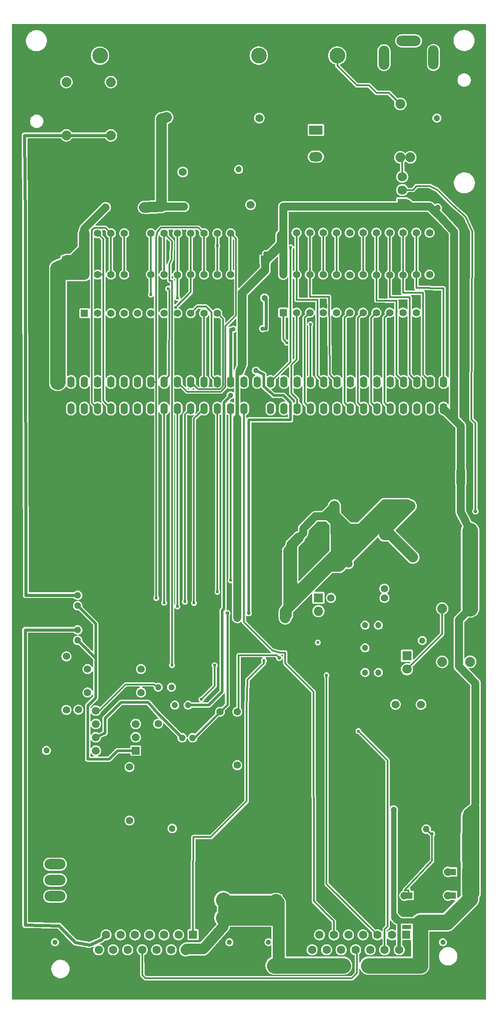
<source format=gtl>
G04 Layer: TopLayer*
G04 EasyEDA v6.5.42, 2024-04-13 21:48:16*
G04 7b93da579f024c5689f0948710d994dc,a2f4cb7aa3704937908c5b59a0d1150c,10*
G04 Gerber Generator version 0.2*
G04 Scale: 100 percent, Rotated: No, Reflected: No *
G04 Dimensions in millimeters *
G04 leading zeros omitted , absolute positions ,4 integer and 5 decimal *
%FSLAX45Y45*%
%MOMM*%

%AMMACRO1*21,1,$1,$2,0,0,$3*%
%ADD10C,0.3000*%
%ADD11C,0.6500*%
%ADD12C,1.5000*%
%ADD13C,2.0000*%
%ADD14C,1.0000*%
%ADD15C,0.6000*%
%ADD16C,0.5000*%
%ADD17C,3.0000*%
%ADD18C,0.4000*%
%ADD19C,0.3500*%
%ADD20R,1.5499X1.3000*%
%ADD21MACRO1,2.7X1.635X-90.0000*%
%ADD22MACRO1,1.728X1.485X0.0000*%
%ADD23R,1.7280X1.4850*%
%ADD24C,1.4000*%
%ADD25C,1.1938*%
%ADD26C,1.8796*%
%ADD27C,1.5240*%
%ADD28C,1.2000*%
%ADD29C,1.3000*%
%ADD30O,1.41986X2.159*%
%ADD31R,1.4199X2.0320*%
%ADD32C,1.6000*%
%ADD33R,1.6000X1.6000*%
%ADD34O,1.7999964X1.7999964*%
%ADD35R,1.8000X1.8000*%
%ADD36R,1.3970X1.3970*%
%ADD37C,1.3970*%
%ADD38O,4.5999908X1.9999959999999999*%
%ADD39O,1.9999959999999999X4.5999908*%
%ADD40C,1.8000*%
%ADD41O,1.3999972X2.7999944*%
%ADD42O,1.3999972X3.9999919999999998*%
%ADD43O,2.7999944X1.3999972*%
%ADD44O,2.5999948X1.7999964*%
%ADD45R,2.6000X1.8000*%
%ADD46O,4.9999899999999995X2.4999949999999997*%
%ADD47O,3.9999919999999998X1.9999959999999999*%
%ADD48R,1.5000X1.5000*%
%ADD49O,3.9999919999999998X1.3999972*%
%ADD50C,0.6100*%
%ADD51C,0.6500*%
%ADD52C,0.7000*%
%ADD53C,0.8500*%
%ADD54C,0.0126*%

%LPD*%
G36*
X671068Y-10019792D02*
G01*
X667156Y-10019030D01*
X663905Y-10016794D01*
X661670Y-10013543D01*
X660908Y-10009632D01*
X660908Y8561832D01*
X661670Y8565743D01*
X663905Y8568994D01*
X667156Y8571230D01*
X671068Y8571992D01*
X9704832Y8571992D01*
X9708743Y8571230D01*
X9711994Y8568994D01*
X9714230Y8565743D01*
X9714992Y8561832D01*
X9714992Y-10009632D01*
X9714230Y-10013543D01*
X9711994Y-10016794D01*
X9708743Y-10019030D01*
X9704832Y-10019792D01*
G37*

%LPC*%
G36*
X3213608Y-9654794D02*
G01*
X7149592Y-9654794D01*
X7158075Y-9653981D01*
X7165746Y-9651644D01*
X7172807Y-9647885D01*
X7179360Y-9642449D01*
X7280249Y-9541560D01*
X7285685Y-9535007D01*
X7289444Y-9527946D01*
X7291781Y-9520275D01*
X7292594Y-9511792D01*
X7292594Y-9444482D01*
X7293356Y-9440621D01*
X7295540Y-9437319D01*
X7298842Y-9435084D01*
X7302703Y-9434322D01*
X7306564Y-9435033D01*
X7309866Y-9437217D01*
X7312101Y-9440468D01*
X7316216Y-9450070D01*
X7324852Y-9465665D01*
X7335062Y-9480245D01*
X7346645Y-9493808D01*
X7359548Y-9506051D01*
X7373670Y-9516973D01*
X7388758Y-9526371D01*
X7404760Y-9534245D01*
X7421473Y-9540443D01*
X7438745Y-9544913D01*
X7456373Y-9547606D01*
X7474407Y-9548520D01*
X8458047Y-9548520D01*
X8467090Y-9548266D01*
X8475980Y-9547606D01*
X8484819Y-9546488D01*
X8493607Y-9544913D01*
X8502294Y-9542881D01*
X8510879Y-9540443D01*
X8519312Y-9537547D01*
X8527592Y-9534245D01*
X8535670Y-9530537D01*
X8543544Y-9526422D01*
X8551265Y-9521901D01*
X8558682Y-9516973D01*
X8565896Y-9511690D01*
X8572804Y-9506051D01*
X8579408Y-9500108D01*
X8585708Y-9493808D01*
X8591651Y-9487204D01*
X8597290Y-9480296D01*
X8602573Y-9473082D01*
X8607501Y-9465665D01*
X8612022Y-9457944D01*
X8616137Y-9450070D01*
X8619845Y-9441992D01*
X8623147Y-9433712D01*
X8626043Y-9425279D01*
X8628481Y-9416694D01*
X8630513Y-9408007D01*
X8632088Y-9399219D01*
X8633206Y-9390380D01*
X8633866Y-9381490D01*
X8634120Y-9372447D01*
X8634120Y-8733180D01*
X8634882Y-8729268D01*
X8637066Y-8725966D01*
X8640368Y-8723782D01*
X8644280Y-8723020D01*
X8965996Y-8723020D01*
X8979662Y-8722512D01*
X8983878Y-8722106D01*
X8997340Y-8720226D01*
X9001506Y-8719413D01*
X9014714Y-8716162D01*
X9018727Y-8714994D01*
X9031579Y-8710422D01*
X9035440Y-8708796D01*
X9047734Y-8702954D01*
X9051442Y-8700973D01*
X9063126Y-8693912D01*
X9066580Y-8691575D01*
X9077452Y-8683345D01*
X9080703Y-8680653D01*
X9090710Y-8671356D01*
X9534956Y-8227110D01*
X9544253Y-8217103D01*
X9546945Y-8213852D01*
X9555175Y-8202980D01*
X9557512Y-8199526D01*
X9564573Y-8187842D01*
X9566554Y-8184134D01*
X9572396Y-8171840D01*
X9574022Y-8167979D01*
X9578594Y-8155127D01*
X9579762Y-8151114D01*
X9583013Y-8137906D01*
X9583826Y-8133740D01*
X9585706Y-8120278D01*
X9586112Y-8116062D01*
X9586620Y-8102396D01*
X9586620Y-8072780D01*
X9587280Y-8069173D01*
X9589109Y-8066074D01*
X9592360Y-8062417D01*
X9599676Y-8051444D01*
X9605518Y-8039608D01*
X9609734Y-8027111D01*
X9612325Y-8014157D01*
X9613188Y-8000644D01*
X9613138Y-6333388D01*
X9612325Y-6323990D01*
X9611766Y-6320282D01*
X9610344Y-6314186D01*
X9610293Y-6309918D01*
X9612325Y-6299657D01*
X9613188Y-6286144D01*
X9613188Y-3988155D01*
X9612325Y-3974642D01*
X9609734Y-3961688D01*
X9605518Y-3949192D01*
X9599676Y-3937355D01*
X9592360Y-3926382D01*
X9583420Y-3916222D01*
X9384182Y-3716985D01*
X9381896Y-3713479D01*
X9381236Y-3709365D01*
X9382252Y-3705351D01*
X9384792Y-3702050D01*
X9388449Y-3700068D01*
X9392615Y-3699713D01*
X9403334Y-3701034D01*
X9418066Y-3701034D01*
X9432747Y-3699205D01*
X9447022Y-3695649D01*
X9460788Y-3690315D01*
X9473793Y-3683304D01*
X9485833Y-3674770D01*
X9496755Y-3664864D01*
X9506356Y-3653637D01*
X9514484Y-3641344D01*
X9521088Y-3628136D01*
X9526016Y-3614216D01*
X9529165Y-3599789D01*
X9530537Y-3585108D01*
X9530080Y-3570325D01*
X9527794Y-3555746D01*
X9523730Y-3541572D01*
X9517989Y-3527958D01*
X9510623Y-3515207D01*
X9501733Y-3503422D01*
X9491472Y-3492804D01*
X9479940Y-3483559D01*
X9467392Y-3475786D01*
X9453981Y-3469640D01*
X9439960Y-3465169D01*
X9425432Y-3462426D01*
X9410700Y-3461512D01*
X9395968Y-3462426D01*
X9381439Y-3465169D01*
X9367418Y-3469640D01*
X9354007Y-3475786D01*
X9341459Y-3483559D01*
X9329928Y-3492804D01*
X9319666Y-3503422D01*
X9313976Y-3510940D01*
X9310827Y-3513683D01*
X9306814Y-3514953D01*
X9302648Y-3514445D01*
X9299041Y-3512362D01*
X9296552Y-3508959D01*
X9295688Y-3504844D01*
X9295688Y-2827324D01*
X9296501Y-2823413D01*
X9298686Y-2820111D01*
X9376562Y-2742285D01*
X9380321Y-2739898D01*
X9384741Y-2739339D01*
X9401810Y-2741066D01*
X9419590Y-2741066D01*
X9437319Y-2739288D01*
X9454794Y-2735681D01*
X9471812Y-2730347D01*
X9488170Y-2723337D01*
X9503765Y-2714650D01*
X9518345Y-2704490D01*
X9531908Y-2692908D01*
X9544151Y-2679954D01*
X9555073Y-2665882D01*
X9564471Y-2650744D01*
X9572345Y-2634742D01*
X9578543Y-2618079D01*
X9583013Y-2600807D01*
X9585706Y-2583180D01*
X9586620Y-2565146D01*
X9586620Y-1079754D01*
X9585706Y-1061720D01*
X9583013Y-1044092D01*
X9578543Y-1026820D01*
X9572345Y-1010158D01*
X9564471Y-994156D01*
X9555073Y-979017D01*
X9544151Y-964946D01*
X9531908Y-951992D01*
X9518345Y-940409D01*
X9503765Y-930249D01*
X9488170Y-921562D01*
X9471812Y-914552D01*
X9454794Y-909218D01*
X9440926Y-906373D01*
X9438081Y-905306D01*
X9435642Y-903478D01*
X9433864Y-900988D01*
X9334246Y-702767D01*
X9333128Y-698195D01*
X9333128Y-219202D01*
X9333534Y-216408D01*
X9334703Y-213817D01*
X9337294Y-209702D01*
X9339173Y-204266D01*
X9339884Y-197916D01*
X9339884Y70916D01*
X9339173Y77266D01*
X9337294Y82702D01*
X9334703Y86817D01*
X9333534Y89408D01*
X9333128Y92202D01*
X9333128Y914704D01*
X9332264Y928217D01*
X9329674Y941171D01*
X9325457Y953668D01*
X9319615Y965504D01*
X9312300Y976477D01*
X9303359Y986637D01*
X9209786Y1080211D01*
X9207601Y1083513D01*
X9206788Y1087424D01*
X9206788Y4609896D01*
X9206433Y4618583D01*
X9205976Y4623155D01*
X9204452Y4631639D01*
X9203385Y4636109D01*
X9200845Y4644339D01*
X9199168Y4648606D01*
X9195562Y4656429D01*
X9193326Y4660493D01*
X9188754Y4667707D01*
X9186011Y4671466D01*
X9180423Y4678121D01*
X8926677Y4957216D01*
X8920937Y4963109D01*
X8865971Y5014823D01*
X8863533Y5018481D01*
X8862822Y5022850D01*
X8864041Y5027066D01*
X8866530Y5031638D01*
X8870797Y5043119D01*
X8873388Y5055057D01*
X8874302Y5067300D01*
X8873388Y5079542D01*
X8870797Y5091480D01*
X8866530Y5102961D01*
X8860637Y5113731D01*
X8853322Y5123535D01*
X8844635Y5132222D01*
X8834831Y5139537D01*
X8824061Y5145430D01*
X8812580Y5149697D01*
X8800642Y5152288D01*
X8788400Y5153202D01*
X8776157Y5152288D01*
X8764219Y5149697D01*
X8752738Y5145430D01*
X8743035Y5140147D01*
X8739022Y5138928D01*
X8734806Y5139486D01*
X8731199Y5141671D01*
X8705342Y5166004D01*
X8695131Y5174488D01*
X8683955Y5181498D01*
X8674455Y5185968D01*
X8671915Y5186984D01*
X8661958Y5190236D01*
X8649004Y5192776D01*
X8646312Y5193080D01*
X8635746Y5193588D01*
X8317077Y5193588D01*
X8313166Y5194401D01*
X8309864Y5196586D01*
X8279130Y5227320D01*
X8268970Y5236260D01*
X8257997Y5243576D01*
X8246160Y5249418D01*
X8233613Y5253634D01*
X8230616Y5255310D01*
X8228279Y5257850D01*
X8225485Y5262321D01*
X8221421Y5266385D01*
X8216493Y5269484D01*
X8211058Y5271414D01*
X8204708Y5272125D01*
X8025892Y5272125D01*
X8019542Y5271414D01*
X8014106Y5269484D01*
X8009178Y5266385D01*
X8005114Y5262321D01*
X8002016Y5257393D01*
X8000085Y5251958D01*
X7999374Y5245608D01*
X7999374Y5203748D01*
X7998612Y5199888D01*
X7996428Y5196586D01*
X7993125Y5194401D01*
X7989214Y5193588D01*
X5842355Y5193588D01*
X5828842Y5192725D01*
X5815888Y5190134D01*
X5803392Y5185918D01*
X5791555Y5180076D01*
X5780582Y5172760D01*
X5770676Y5164023D01*
X5761939Y5154117D01*
X5754624Y5143144D01*
X5748782Y5131308D01*
X5744565Y5118811D01*
X5741974Y5105857D01*
X5741111Y5092344D01*
X5741111Y4643424D01*
X5740298Y4639513D01*
X5738114Y4636211D01*
X5720080Y4618177D01*
X5711139Y4608017D01*
X5703824Y4597044D01*
X5697982Y4585208D01*
X5693765Y4572711D01*
X5691174Y4559757D01*
X5690311Y4546244D01*
X5690311Y4421530D01*
X5689498Y4417669D01*
X5687314Y4414367D01*
X5538876Y4265930D01*
X5535574Y4263694D01*
X5531662Y4262932D01*
X5499303Y4262932D01*
X5494274Y4262729D01*
X5489498Y4262120D01*
X5484774Y4261154D01*
X5480151Y4259783D01*
X5475630Y4258005D01*
X5471312Y4255871D01*
X5467146Y4253433D01*
X5463235Y4250639D01*
X5459526Y4247489D01*
X5456123Y4244086D01*
X5453024Y4240377D01*
X5450230Y4236466D01*
X5447741Y4232351D01*
X5445607Y4227982D01*
X5443880Y4223512D01*
X5442508Y4218889D01*
X5441492Y4214164D01*
X5440883Y4209338D01*
X5440680Y4204309D01*
X5440680Y4192879D01*
X5439918Y4188968D01*
X5437733Y4185665D01*
X5434431Y4183481D01*
X5430520Y4182719D01*
X5413248Y4182719D01*
X5406948Y4182008D01*
X5401462Y4180078D01*
X5396585Y4177029D01*
X5392470Y4172915D01*
X5389422Y4168038D01*
X5387492Y4162551D01*
X5386781Y4156252D01*
X5386781Y4008882D01*
X5387492Y4002532D01*
X5389422Y3997096D01*
X5392470Y3992168D01*
X5395214Y3989476D01*
X5397398Y3986174D01*
X5398211Y3982262D01*
X5398211Y3946448D01*
X5397398Y3942587D01*
X5395214Y3939286D01*
X5000345Y3544417D01*
X4997043Y3542233D01*
X4993182Y3541471D01*
X4989271Y3542233D01*
X4985969Y3544417D01*
X4983784Y3547719D01*
X4983022Y3551631D01*
X4983022Y4480814D01*
X4982159Y4489246D01*
X4979873Y4496917D01*
X4976063Y4503978D01*
X4970678Y4510582D01*
X4933188Y4548073D01*
X4931054Y4551172D01*
X4930241Y4554880D01*
X4930902Y4558893D01*
X4933543Y4571644D01*
X4934458Y4584700D01*
X4933543Y4597755D01*
X4930902Y4610506D01*
X4926533Y4622850D01*
X4920488Y4634433D01*
X4912969Y4645101D01*
X4904028Y4654651D01*
X4893919Y4662932D01*
X4882743Y4669688D01*
X4870754Y4674920D01*
X4858156Y4678426D01*
X4845253Y4680204D01*
X4832146Y4680204D01*
X4819243Y4678426D01*
X4806645Y4674920D01*
X4794656Y4669688D01*
X4783480Y4662932D01*
X4773371Y4654651D01*
X4764430Y4645101D01*
X4756912Y4634433D01*
X4750866Y4622850D01*
X4746498Y4610506D01*
X4743856Y4597755D01*
X4742942Y4584700D01*
X4743856Y4571644D01*
X4746498Y4558893D01*
X4750866Y4546549D01*
X4756912Y4534966D01*
X4764430Y4524298D01*
X4773371Y4514748D01*
X4783480Y4506468D01*
X4792929Y4500778D01*
X4795520Y4498492D01*
X4797196Y4495495D01*
X4797806Y4492091D01*
X4797806Y3889908D01*
X4797196Y3886504D01*
X4795520Y3883507D01*
X4792929Y3881221D01*
X4783480Y3875532D01*
X4773371Y3867251D01*
X4764430Y3857701D01*
X4756912Y3847033D01*
X4750866Y3835450D01*
X4746498Y3823106D01*
X4743856Y3810355D01*
X4742942Y3797300D01*
X4743856Y3784244D01*
X4746498Y3771493D01*
X4750866Y3759149D01*
X4756912Y3747566D01*
X4764430Y3736898D01*
X4773371Y3727348D01*
X4783480Y3719068D01*
X4794656Y3712311D01*
X4806645Y3707079D01*
X4819243Y3703574D01*
X4832146Y3701796D01*
X4845253Y3701796D01*
X4858156Y3703574D01*
X4870754Y3707079D01*
X4882743Y3712311D01*
X4885740Y3714140D01*
X4889804Y3715512D01*
X4894021Y3715156D01*
X4897780Y3713073D01*
X4900320Y3709619D01*
X4901184Y3705453D01*
X4901184Y3041751D01*
X4900422Y3037840D01*
X4898237Y3034538D01*
X4749546Y2885897D01*
X4746244Y2883712D01*
X4742383Y2882900D01*
X4738471Y2883712D01*
X4735169Y2885897D01*
X4732985Y2889199D01*
X4732223Y2893060D01*
X4732223Y2953613D01*
X4731359Y2962046D01*
X4729073Y2969717D01*
X4725263Y2976778D01*
X4719878Y2983382D01*
X4679188Y3024073D01*
X4677054Y3027172D01*
X4676241Y3030880D01*
X4676902Y3034893D01*
X4679543Y3047644D01*
X4680458Y3060700D01*
X4679543Y3073755D01*
X4676902Y3086506D01*
X4672533Y3098850D01*
X4666488Y3110433D01*
X4658969Y3121101D01*
X4650028Y3130651D01*
X4639919Y3138932D01*
X4628743Y3145688D01*
X4616754Y3150920D01*
X4604156Y3154426D01*
X4591253Y3156204D01*
X4578146Y3156204D01*
X4565243Y3154426D01*
X4552645Y3150920D01*
X4540656Y3145688D01*
X4529480Y3138932D01*
X4519371Y3130651D01*
X4510278Y3120898D01*
X4507026Y3117951D01*
X4502861Y3116630D01*
X4498492Y3117189D01*
X4494784Y3119577D01*
X4398060Y3216249D01*
X4391507Y3221685D01*
X4384446Y3225444D01*
X4376775Y3227781D01*
X4368292Y3228594D01*
X4204208Y3228594D01*
X4195724Y3227781D01*
X4188053Y3225444D01*
X4180992Y3221685D01*
X4174439Y3216249D01*
X4113174Y3155035D01*
X4110278Y3153003D01*
X4106824Y3152089D01*
X4103268Y3152444D01*
X4096156Y3154426D01*
X4083253Y3156204D01*
X4070146Y3156204D01*
X4057243Y3154426D01*
X4044645Y3150920D01*
X4032656Y3145688D01*
X4021480Y3138932D01*
X4011371Y3130651D01*
X4002430Y3121101D01*
X3994912Y3110433D01*
X3988866Y3098850D01*
X3984498Y3086506D01*
X3981856Y3073755D01*
X3980942Y3060700D01*
X3981856Y3047644D01*
X3984498Y3034893D01*
X3988866Y3022549D01*
X3994912Y3010966D01*
X4002430Y3000298D01*
X4011371Y2990748D01*
X4021480Y2982468D01*
X4032656Y2975711D01*
X4044645Y2970479D01*
X4057243Y2966974D01*
X4070146Y2965196D01*
X4083253Y2965196D01*
X4096156Y2966974D01*
X4108754Y2970479D01*
X4120743Y2975711D01*
X4131919Y2982468D01*
X4142028Y2990748D01*
X4150969Y3000298D01*
X4158487Y3010966D01*
X4164533Y3022549D01*
X4168901Y3034893D01*
X4171543Y3047644D01*
X4172458Y3060700D01*
X4171543Y3073755D01*
X4168800Y3086760D01*
X4168241Y3090519D01*
X4169054Y3094228D01*
X4171187Y3097326D01*
X4217670Y3143808D01*
X4220972Y3145993D01*
X4224832Y3146806D01*
X4257040Y3146806D01*
X4260850Y3146044D01*
X4264152Y3143910D01*
X4266336Y3140659D01*
X4267200Y3136849D01*
X4266539Y3132988D01*
X4264456Y3129686D01*
X4256430Y3121101D01*
X4248912Y3110433D01*
X4242866Y3098850D01*
X4238498Y3086506D01*
X4235856Y3073755D01*
X4234942Y3060700D01*
X4235856Y3047644D01*
X4238498Y3034893D01*
X4242866Y3022549D01*
X4248912Y3010966D01*
X4256430Y3000298D01*
X4265371Y2990748D01*
X4275480Y2982468D01*
X4284929Y2976778D01*
X4287520Y2974492D01*
X4289196Y2971495D01*
X4289806Y2968091D01*
X4289806Y1883511D01*
X4289196Y1880107D01*
X4287520Y1877110D01*
X4284929Y1874824D01*
X4274820Y1868728D01*
X4264558Y1860346D01*
X4255566Y1850694D01*
X4247946Y1839874D01*
X4241850Y1828139D01*
X4237431Y1815693D01*
X4234738Y1802739D01*
X4233824Y1789226D01*
X4233824Y1715973D01*
X4234738Y1702460D01*
X4237431Y1689506D01*
X4241850Y1677060D01*
X4245813Y1669389D01*
X4246930Y1665478D01*
X4246372Y1661414D01*
X4244289Y1657908D01*
X4240987Y1655521D01*
X4237024Y1654606D01*
X4233011Y1655318D01*
X4229608Y1657553D01*
X4176572Y1710588D01*
X4174388Y1713890D01*
X4173575Y1717751D01*
X4173575Y1789226D01*
X4172661Y1802739D01*
X4169968Y1815693D01*
X4165549Y1828139D01*
X4159453Y1839874D01*
X4151833Y1850694D01*
X4142841Y1860346D01*
X4132579Y1868728D01*
X4121251Y1875586D01*
X4109161Y1880819D01*
X4096410Y1884425D01*
X4083304Y1886204D01*
X4070096Y1886204D01*
X4056989Y1884425D01*
X4044238Y1880819D01*
X4032148Y1875586D01*
X4020820Y1868728D01*
X4010558Y1860346D01*
X4001566Y1850694D01*
X3993946Y1839874D01*
X3987850Y1828139D01*
X3983431Y1815693D01*
X3980738Y1802739D01*
X3979824Y1789226D01*
X3979824Y1715973D01*
X3980738Y1702460D01*
X3983431Y1689506D01*
X3987850Y1677060D01*
X3991813Y1669389D01*
X3992930Y1665478D01*
X3992372Y1661414D01*
X3990289Y1657908D01*
X3986987Y1655521D01*
X3983024Y1654606D01*
X3979011Y1655318D01*
X3975608Y1657553D01*
X3922572Y1710588D01*
X3920388Y1713890D01*
X3919575Y1717751D01*
X3919575Y1789226D01*
X3918661Y1802739D01*
X3915968Y1815693D01*
X3911549Y1828139D01*
X3905453Y1839874D01*
X3897833Y1850694D01*
X3888841Y1860346D01*
X3878579Y1868728D01*
X3867251Y1875586D01*
X3855161Y1880819D01*
X3842410Y1884425D01*
X3829304Y1886204D01*
X3816096Y1886204D01*
X3802989Y1884425D01*
X3790238Y1880819D01*
X3772966Y1873504D01*
X3768750Y1873859D01*
X3764991Y1875993D01*
X3762501Y1879396D01*
X3761587Y1883562D01*
X3761994Y2967786D01*
X3762908Y2971952D01*
X3765448Y2975356D01*
X3769156Y2977489D01*
X3773424Y2977845D01*
X3790645Y2970479D01*
X3803243Y2966974D01*
X3816146Y2965196D01*
X3829253Y2965196D01*
X3842156Y2966974D01*
X3854754Y2970479D01*
X3866743Y2975711D01*
X3877919Y2982468D01*
X3888028Y2990748D01*
X3896969Y3000298D01*
X3904487Y3010966D01*
X3910533Y3022549D01*
X3914901Y3034893D01*
X3917543Y3047644D01*
X3918458Y3060700D01*
X3917543Y3073755D01*
X3914901Y3086506D01*
X3910533Y3098850D01*
X3904487Y3110433D01*
X3896969Y3121101D01*
X3888028Y3130651D01*
X3877919Y3138932D01*
X3866743Y3145688D01*
X3854754Y3150920D01*
X3847236Y3153003D01*
X3844036Y3154527D01*
X3841597Y3157118D01*
X3840124Y3160318D01*
X3839870Y3163874D01*
X3840530Y3169869D01*
X3841445Y3173171D01*
X3843426Y3175965D01*
X4105249Y3437839D01*
X4110685Y3444392D01*
X4114444Y3451453D01*
X4116781Y3459124D01*
X4117594Y3467608D01*
X4117594Y3708044D01*
X4118203Y3711448D01*
X4119879Y3714496D01*
X4122470Y3716731D01*
X4131919Y3722471D01*
X4142028Y3730701D01*
X4150969Y3740251D01*
X4158487Y3750919D01*
X4164533Y3762552D01*
X4168901Y3774846D01*
X4171543Y3787648D01*
X4172458Y3800703D01*
X4171543Y3813708D01*
X4168901Y3826510D01*
X4164533Y3838803D01*
X4158487Y3850436D01*
X4150969Y3861104D01*
X4142028Y3870655D01*
X4131919Y3878884D01*
X4122470Y3884625D01*
X4119879Y3886911D01*
X4118203Y3889908D01*
X4117594Y3893312D01*
X4117594Y4492091D01*
X4118203Y4495495D01*
X4119879Y4498492D01*
X4122470Y4500778D01*
X4131919Y4506468D01*
X4142028Y4514748D01*
X4150969Y4524298D01*
X4158487Y4534966D01*
X4164533Y4546549D01*
X4168901Y4558893D01*
X4171543Y4571644D01*
X4172458Y4584700D01*
X4171543Y4597755D01*
X4168901Y4610506D01*
X4164533Y4622850D01*
X4158487Y4634433D01*
X4157218Y4636211D01*
X4155541Y4640275D01*
X4155694Y4644694D01*
X4157726Y4648606D01*
X4161231Y4651298D01*
X4165549Y4652264D01*
X4201109Y4652264D01*
X4204970Y4651451D01*
X4208272Y4649266D01*
X4236212Y4621326D01*
X4238345Y4618228D01*
X4239158Y4614519D01*
X4238498Y4610506D01*
X4235856Y4597755D01*
X4234942Y4584700D01*
X4235856Y4571644D01*
X4238498Y4558893D01*
X4242866Y4546549D01*
X4248912Y4534966D01*
X4256430Y4524298D01*
X4265371Y4514748D01*
X4275480Y4506468D01*
X4284929Y4500778D01*
X4287520Y4498492D01*
X4289196Y4495495D01*
X4289806Y4492091D01*
X4289806Y3889908D01*
X4289196Y3886504D01*
X4287520Y3883507D01*
X4284929Y3881221D01*
X4275480Y3875532D01*
X4265371Y3867251D01*
X4256430Y3857701D01*
X4248912Y3847033D01*
X4242866Y3835450D01*
X4238498Y3823106D01*
X4235856Y3810355D01*
X4234942Y3797300D01*
X4235856Y3784244D01*
X4238498Y3771493D01*
X4242866Y3759149D01*
X4248912Y3747566D01*
X4256430Y3736898D01*
X4265371Y3727348D01*
X4275480Y3719068D01*
X4286656Y3712311D01*
X4298645Y3707079D01*
X4311243Y3703574D01*
X4324146Y3701796D01*
X4337253Y3701796D01*
X4350156Y3703574D01*
X4362754Y3707079D01*
X4374743Y3712311D01*
X4385919Y3719068D01*
X4396028Y3727348D01*
X4404969Y3736898D01*
X4412488Y3747566D01*
X4418533Y3759149D01*
X4422902Y3771493D01*
X4425543Y3784244D01*
X4426458Y3797300D01*
X4425543Y3810355D01*
X4422902Y3823106D01*
X4418533Y3835450D01*
X4412488Y3847033D01*
X4404969Y3857701D01*
X4396028Y3867251D01*
X4385919Y3875532D01*
X4376470Y3881221D01*
X4373880Y3883507D01*
X4372203Y3886504D01*
X4371594Y3889908D01*
X4371594Y4492091D01*
X4372203Y4495495D01*
X4373880Y4498492D01*
X4376470Y4500778D01*
X4385919Y4506468D01*
X4396028Y4514748D01*
X4404969Y4524298D01*
X4412488Y4534966D01*
X4418533Y4546549D01*
X4422902Y4558893D01*
X4425543Y4571644D01*
X4426458Y4584700D01*
X4425543Y4597755D01*
X4422902Y4610506D01*
X4418533Y4622850D01*
X4412488Y4634433D01*
X4404969Y4645101D01*
X4396028Y4654651D01*
X4385919Y4662932D01*
X4374743Y4669688D01*
X4362754Y4674920D01*
X4350156Y4678426D01*
X4337253Y4680204D01*
X4324146Y4680204D01*
X4311243Y4678426D01*
X4304131Y4676444D01*
X4300575Y4676089D01*
X4297121Y4677003D01*
X4294225Y4679035D01*
X4251502Y4721707D01*
X4244949Y4727143D01*
X4237888Y4730902D01*
X4230217Y4733239D01*
X4221734Y4734052D01*
X3512261Y4734052D01*
X3508756Y4733899D01*
X3503980Y4733239D01*
X3500882Y4732477D01*
X3496310Y4730902D01*
X3493414Y4729581D01*
X3489248Y4727092D01*
X3486658Y4725212D01*
X3483101Y4722012D01*
X3480714Y4719421D01*
X3410508Y4636617D01*
X3407664Y4634280D01*
X3404158Y4633112D01*
X3400501Y4633264D01*
X3397097Y4634738D01*
X3394456Y4637278D01*
X3388969Y4645101D01*
X3380028Y4654651D01*
X3369919Y4662932D01*
X3358743Y4669688D01*
X3346754Y4674920D01*
X3334156Y4678426D01*
X3321253Y4680204D01*
X3308146Y4680204D01*
X3295243Y4678426D01*
X3282645Y4674920D01*
X3270656Y4669688D01*
X3259480Y4662932D01*
X3249371Y4654651D01*
X3240430Y4645101D01*
X3232912Y4634433D01*
X3226866Y4622850D01*
X3222498Y4610506D01*
X3219856Y4597755D01*
X3218942Y4584700D01*
X3219856Y4571644D01*
X3222498Y4558893D01*
X3226866Y4546549D01*
X3232912Y4534966D01*
X3240430Y4524298D01*
X3249371Y4514748D01*
X3259480Y4506468D01*
X3268929Y4500778D01*
X3271520Y4498492D01*
X3273196Y4495495D01*
X3273806Y4492091D01*
X3273806Y3891534D01*
X3273196Y3888130D01*
X3271520Y3885133D01*
X3268929Y3882847D01*
X3259480Y3877106D01*
X3249371Y3868877D01*
X3240430Y3859326D01*
X3232912Y3848658D01*
X3226866Y3837076D01*
X3222498Y3824732D01*
X3219856Y3811930D01*
X3218942Y3798925D01*
X3219856Y3785870D01*
X3222498Y3773068D01*
X3226866Y3760774D01*
X3232912Y3749192D01*
X3240430Y3738473D01*
X3249371Y3728923D01*
X3259480Y3720693D01*
X3268929Y3714953D01*
X3271520Y3712718D01*
X3273196Y3709670D01*
X3273806Y3706317D01*
X3273806Y3458972D01*
X3273298Y3455924D01*
X3271977Y3453180D01*
X3265881Y3444494D01*
X3261715Y3435604D01*
X3259175Y3426104D01*
X3258312Y3416300D01*
X3259175Y3406495D01*
X3261715Y3396996D01*
X3265881Y3388106D01*
X3271520Y3380079D01*
X3278479Y3373120D01*
X3286506Y3367481D01*
X3295396Y3363315D01*
X3304895Y3360775D01*
X3314700Y3359912D01*
X3324504Y3360775D01*
X3334004Y3363315D01*
X3342894Y3367481D01*
X3350920Y3373120D01*
X3358540Y3380790D01*
X3361842Y3382975D01*
X3365754Y3383737D01*
X3369614Y3382975D01*
X3372916Y3380790D01*
X3375151Y3377488D01*
X3375914Y3373577D01*
X3376015Y3153257D01*
X3375101Y3149092D01*
X3372612Y3145637D01*
X3368852Y3143554D01*
X3364585Y3143199D01*
X3360572Y3144570D01*
X3358743Y3145688D01*
X3346754Y3150920D01*
X3334156Y3154426D01*
X3321253Y3156204D01*
X3308146Y3156204D01*
X3295243Y3154426D01*
X3282645Y3150920D01*
X3270656Y3145688D01*
X3259480Y3138932D01*
X3249371Y3130651D01*
X3240430Y3121101D01*
X3232912Y3110433D01*
X3226866Y3098850D01*
X3222498Y3086506D01*
X3219856Y3073755D01*
X3218942Y3060700D01*
X3219856Y3047644D01*
X3222498Y3034893D01*
X3226866Y3022549D01*
X3232912Y3010966D01*
X3240430Y3000298D01*
X3249371Y2990748D01*
X3259480Y2982468D01*
X3270656Y2975711D01*
X3282645Y2970479D01*
X3295243Y2966974D01*
X3308146Y2965196D01*
X3321253Y2965196D01*
X3334156Y2966974D01*
X3346754Y2970479D01*
X3358743Y2975711D01*
X3360674Y2976880D01*
X3364687Y2978251D01*
X3368954Y2977896D01*
X3372662Y2975813D01*
X3375202Y2972358D01*
X3376117Y2968193D01*
X3376625Y1883105D01*
X3375710Y1878939D01*
X3373170Y1875485D01*
X3369462Y1873402D01*
X3365195Y1873046D01*
X3361182Y1874418D01*
X3359251Y1875586D01*
X3347161Y1880819D01*
X3334410Y1884425D01*
X3321304Y1886204D01*
X3308096Y1886204D01*
X3294989Y1884425D01*
X3282238Y1880819D01*
X3270148Y1875586D01*
X3258820Y1868728D01*
X3248558Y1860346D01*
X3239566Y1850694D01*
X3231946Y1839874D01*
X3225850Y1828139D01*
X3221431Y1815693D01*
X3218738Y1802739D01*
X3217824Y1789226D01*
X3217824Y1715973D01*
X3218738Y1702460D01*
X3221431Y1689506D01*
X3225850Y1677060D01*
X3231946Y1665325D01*
X3239566Y1654505D01*
X3248558Y1644853D01*
X3258820Y1636522D01*
X3270148Y1629613D01*
X3282238Y1624380D01*
X3294989Y1620774D01*
X3308096Y1618996D01*
X3321304Y1618996D01*
X3334410Y1620774D01*
X3347161Y1624380D01*
X3359251Y1629613D01*
X3361232Y1630832D01*
X3365246Y1632204D01*
X3369513Y1631848D01*
X3373221Y1629765D01*
X3375761Y1626311D01*
X3376676Y1622145D01*
X3376676Y1375054D01*
X3375761Y1370888D01*
X3373221Y1367434D01*
X3369513Y1365351D01*
X3365246Y1364996D01*
X3361232Y1366367D01*
X3359251Y1367586D01*
X3347161Y1372819D01*
X3334410Y1376426D01*
X3321304Y1378204D01*
X3308096Y1378204D01*
X3294989Y1376426D01*
X3282238Y1372819D01*
X3270148Y1367586D01*
X3258820Y1360728D01*
X3248558Y1352346D01*
X3239566Y1342694D01*
X3231946Y1331874D01*
X3225850Y1320139D01*
X3221431Y1307693D01*
X3218738Y1294739D01*
X3217824Y1281226D01*
X3217824Y1207973D01*
X3218738Y1194460D01*
X3221431Y1181506D01*
X3225850Y1169060D01*
X3231946Y1157325D01*
X3239566Y1146505D01*
X3248558Y1136853D01*
X3258820Y1128522D01*
X3270148Y1121613D01*
X3282238Y1116380D01*
X3294989Y1112774D01*
X3308096Y1110996D01*
X3321304Y1110996D01*
X3334410Y1112774D01*
X3347161Y1116380D01*
X3359251Y1121613D01*
X3361232Y1122832D01*
X3365246Y1124204D01*
X3369513Y1123848D01*
X3373221Y1121765D01*
X3375761Y1118311D01*
X3376676Y1114145D01*
X3376676Y-2323439D01*
X3376218Y-2326487D01*
X3374847Y-2329281D01*
X3368751Y-2337968D01*
X3364585Y-2346858D01*
X3362045Y-2356358D01*
X3361182Y-2366162D01*
X3362045Y-2375916D01*
X3364585Y-2385415D01*
X3368751Y-2394305D01*
X3374390Y-2402382D01*
X3381349Y-2409342D01*
X3389376Y-2414930D01*
X3398265Y-2419096D01*
X3407765Y-2421636D01*
X3417570Y-2422499D01*
X3427374Y-2421636D01*
X3436874Y-2419096D01*
X3445764Y-2414930D01*
X3453790Y-2409342D01*
X3460750Y-2402382D01*
X3466388Y-2394305D01*
X3470554Y-2385415D01*
X3473094Y-2375916D01*
X3473958Y-2366162D01*
X3473094Y-2356358D01*
X3470554Y-2346858D01*
X3466388Y-2337968D01*
X3460292Y-2329281D01*
X3458972Y-2326487D01*
X3458464Y-2323439D01*
X3458464Y1170228D01*
X3459276Y1174191D01*
X3461562Y1177544D01*
X3464966Y1179677D01*
X3468928Y1180388D01*
X3472891Y1179474D01*
X3476142Y1177086D01*
X3478225Y1173632D01*
X3479850Y1169060D01*
X3485946Y1157325D01*
X3493566Y1146505D01*
X3502558Y1136853D01*
X3512820Y1128522D01*
X3522929Y1122375D01*
X3525520Y1120089D01*
X3527196Y1117092D01*
X3527806Y1113688D01*
X3527806Y-2413203D01*
X3527348Y-2416251D01*
X3525977Y-2418994D01*
X3519881Y-2427681D01*
X3515715Y-2436571D01*
X3513175Y-2446070D01*
X3512312Y-2455875D01*
X3513175Y-2465679D01*
X3515715Y-2475179D01*
X3519881Y-2484069D01*
X3525520Y-2492095D01*
X3532479Y-2499055D01*
X3540506Y-2504694D01*
X3549396Y-2508859D01*
X3558895Y-2511399D01*
X3568700Y-2512263D01*
X3578504Y-2511399D01*
X3588004Y-2508859D01*
X3596894Y-2504694D01*
X3604920Y-2499055D01*
X3611879Y-2492095D01*
X3617518Y-2484069D01*
X3621684Y-2475179D01*
X3624224Y-2465679D01*
X3625087Y-2455875D01*
X3624224Y-2446070D01*
X3621684Y-2436571D01*
X3617518Y-2427681D01*
X3611422Y-2419045D01*
X3610101Y-2416251D01*
X3609594Y-2413203D01*
X3609594Y1113688D01*
X3610203Y1117092D01*
X3611879Y1120089D01*
X3614470Y1122375D01*
X3624579Y1128522D01*
X3634841Y1136853D01*
X3643833Y1146505D01*
X3651453Y1157325D01*
X3657549Y1169060D01*
X3659784Y1175258D01*
X3661867Y1178712D01*
X3665118Y1181100D01*
X3669029Y1182014D01*
X3672992Y1181303D01*
X3676396Y1179118D01*
X3678682Y1175816D01*
X3679494Y1171854D01*
X3677665Y-3601465D01*
X3677208Y-3604514D01*
X3675837Y-3607308D01*
X3669842Y-3615842D01*
X3665677Y-3624732D01*
X3663137Y-3634232D01*
X3662273Y-3644036D01*
X3663137Y-3653840D01*
X3665677Y-3663340D01*
X3669842Y-3672230D01*
X3675481Y-3680256D01*
X3682441Y-3687216D01*
X3690467Y-3692855D01*
X3699357Y-3697020D01*
X3708857Y-3699560D01*
X3718661Y-3700424D01*
X3728465Y-3699560D01*
X3737965Y-3697020D01*
X3746855Y-3692855D01*
X3754882Y-3687216D01*
X3761841Y-3680256D01*
X3767480Y-3672230D01*
X3771646Y-3663340D01*
X3774186Y-3653840D01*
X3775049Y-3644036D01*
X3774186Y-3634232D01*
X3771646Y-3624732D01*
X3767480Y-3615842D01*
X3761333Y-3607054D01*
X3759962Y-3604310D01*
X3759504Y-3601212D01*
X3759860Y-2566974D01*
X3760774Y-2562860D01*
X3763264Y-2559405D01*
X3766972Y-2557322D01*
X3771239Y-2556916D01*
X3775252Y-2558288D01*
X3778351Y-2561183D01*
X3779520Y-2562809D01*
X3786479Y-2569768D01*
X3794506Y-2575407D01*
X3803396Y-2579573D01*
X3812895Y-2582113D01*
X3822700Y-2582976D01*
X3832504Y-2582113D01*
X3842004Y-2579573D01*
X3850894Y-2575407D01*
X3858920Y-2569768D01*
X3865879Y-2562809D01*
X3871518Y-2554782D01*
X3875684Y-2545892D01*
X3878224Y-2536393D01*
X3879087Y-2526588D01*
X3878224Y-2516784D01*
X3875684Y-2507284D01*
X3871518Y-2498394D01*
X3865422Y-2489758D01*
X3864101Y-2486964D01*
X3863594Y-2483916D01*
X3863594Y1113688D01*
X3864203Y1117092D01*
X3865879Y1120089D01*
X3868470Y1122375D01*
X3878579Y1128522D01*
X3888841Y1136853D01*
X3897833Y1146505D01*
X3905453Y1157325D01*
X3911549Y1169060D01*
X3915968Y1181506D01*
X3918661Y1194460D01*
X3919575Y1207973D01*
X3919575Y1281226D01*
X3918661Y1294739D01*
X3915968Y1307693D01*
X3911549Y1320139D01*
X3905453Y1331874D01*
X3897833Y1342694D01*
X3888841Y1352346D01*
X3878579Y1360728D01*
X3867251Y1367586D01*
X3855161Y1372819D01*
X3842410Y1376426D01*
X3829304Y1378204D01*
X3816096Y1378204D01*
X3802989Y1376426D01*
X3790238Y1372819D01*
X3778148Y1367586D01*
X3776827Y1366774D01*
X3772814Y1365402D01*
X3768547Y1365758D01*
X3764838Y1367840D01*
X3762298Y1371295D01*
X3761384Y1375460D01*
X3761486Y1621688D01*
X3762400Y1625854D01*
X3764889Y1629308D01*
X3768648Y1631391D01*
X3772865Y1631746D01*
X3790238Y1624380D01*
X3802989Y1620774D01*
X3816096Y1618996D01*
X3829304Y1618996D01*
X3842410Y1620774D01*
X3855161Y1624380D01*
X3867251Y1629613D01*
X3873246Y1633270D01*
X3877462Y1634693D01*
X3881932Y1634134D01*
X3885692Y1631746D01*
X3979316Y1538122D01*
X3985869Y1532737D01*
X3992930Y1528978D01*
X4000601Y1526641D01*
X4009085Y1525828D01*
X4647133Y1525828D01*
X4655566Y1526641D01*
X4663236Y1528978D01*
X4670298Y1532737D01*
X4676902Y1538122D01*
X4765294Y1626565D01*
X4770983Y1633474D01*
X4773726Y1635810D01*
X4777130Y1637030D01*
X4780737Y1637030D01*
X4784140Y1635709D01*
X4794148Y1629613D01*
X4806238Y1624380D01*
X4818989Y1620774D01*
X4832096Y1618996D01*
X4845304Y1618996D01*
X4858410Y1620774D01*
X4871161Y1624380D01*
X4883251Y1629613D01*
X4891836Y1634845D01*
X4895900Y1636268D01*
X4900117Y1635861D01*
X4903876Y1633778D01*
X4906416Y1630324D01*
X4907280Y1626158D01*
X4907280Y1561490D01*
X4906568Y1557680D01*
X4904435Y1554429D01*
X4901285Y1552194D01*
X4897526Y1551330D01*
X4893716Y1551889D01*
X4890363Y1553870D01*
X4884674Y1558950D01*
X4874971Y1565249D01*
X4864354Y1570024D01*
X4853127Y1573072D01*
X4841595Y1574444D01*
X4830013Y1573987D01*
X4818583Y1571752D01*
X4807661Y1567840D01*
X4797450Y1562303D01*
X4788204Y1555242D01*
X4780178Y1546860D01*
X4773472Y1537360D01*
X4768342Y1526946D01*
X4764836Y1515872D01*
X4763058Y1504391D01*
X4763058Y1492808D01*
X4763668Y1488744D01*
X4763668Y1485595D01*
X4762652Y1482547D01*
X4760823Y1480007D01*
X4675835Y1395069D01*
X4672685Y1391615D01*
X4669993Y1388110D01*
X4667605Y1384350D01*
X4665573Y1380388D01*
X4663846Y1376324D01*
X4662525Y1372057D01*
X4661560Y1367739D01*
X4661103Y1363980D01*
X4659630Y1359966D01*
X4656683Y1356868D01*
X4652670Y1355293D01*
X4648403Y1355496D01*
X4644593Y1357426D01*
X4640580Y1360728D01*
X4629251Y1367586D01*
X4617161Y1372819D01*
X4604410Y1376426D01*
X4591304Y1378204D01*
X4578096Y1378204D01*
X4564989Y1376426D01*
X4552238Y1372819D01*
X4540148Y1367586D01*
X4528820Y1360728D01*
X4518558Y1352346D01*
X4509566Y1342694D01*
X4501946Y1331874D01*
X4495850Y1320139D01*
X4491431Y1307693D01*
X4488738Y1294739D01*
X4487824Y1281226D01*
X4487824Y1207973D01*
X4488738Y1194460D01*
X4491431Y1181506D01*
X4495850Y1169060D01*
X4501946Y1157325D01*
X4509566Y1146505D01*
X4518558Y1136853D01*
X4528820Y1128522D01*
X4538929Y1122375D01*
X4541520Y1120089D01*
X4543196Y1117092D01*
X4543806Y1113688D01*
X4543806Y-2203907D01*
X4543348Y-2206955D01*
X4541977Y-2209698D01*
X4535881Y-2218385D01*
X4531715Y-2227275D01*
X4529175Y-2236774D01*
X4528312Y-2246579D01*
X4529175Y-2256383D01*
X4531715Y-2265883D01*
X4535881Y-2274773D01*
X4541520Y-2282799D01*
X4548479Y-2289759D01*
X4556506Y-2295398D01*
X4565396Y-2299563D01*
X4574895Y-2302103D01*
X4584700Y-2302967D01*
X4594504Y-2302103D01*
X4604004Y-2299563D01*
X4612894Y-2295398D01*
X4620920Y-2289759D01*
X4627880Y-2282799D01*
X4633518Y-2274773D01*
X4637684Y-2265883D01*
X4640224Y-2256383D01*
X4640529Y-2252980D01*
X4641850Y-2248763D01*
X4643831Y-2246579D01*
X4641850Y-2244394D01*
X4640529Y-2240178D01*
X4640224Y-2236774D01*
X4637684Y-2227275D01*
X4633518Y-2218385D01*
X4627422Y-2209749D01*
X4626102Y-2206955D01*
X4625594Y-2203907D01*
X4625594Y1113688D01*
X4626203Y1117092D01*
X4627880Y1120089D01*
X4630470Y1122375D01*
X4640580Y1128522D01*
X4644237Y1131468D01*
X4647539Y1133297D01*
X4651349Y1133703D01*
X4655007Y1132789D01*
X4658055Y1130503D01*
X4660087Y1127302D01*
X4660798Y1123594D01*
X4660798Y-2239314D01*
X4659833Y-2243582D01*
X4657547Y-2246579D01*
X4659833Y-2249576D01*
X4660798Y-2253843D01*
X4660798Y-2540101D01*
X4660036Y-2544013D01*
X4657801Y-2547264D01*
X4637735Y-2567330D01*
X4634585Y-2570784D01*
X4631893Y-2574290D01*
X4629505Y-2578049D01*
X4627473Y-2582011D01*
X4625746Y-2586075D01*
X4624425Y-2590342D01*
X4623460Y-2594660D01*
X4622901Y-2599080D01*
X4622698Y-2603703D01*
X4622698Y-4127601D01*
X4621936Y-4131513D01*
X4619701Y-4134764D01*
X4400753Y-4353712D01*
X4397451Y-4355947D01*
X4393590Y-4356709D01*
X4323029Y-4356557D01*
X4319117Y-4355795D01*
X4315815Y-4353560D01*
X4313631Y-4350308D01*
X4312869Y-4346397D01*
X4313631Y-4342536D01*
X4315815Y-4339234D01*
X4322165Y-4332935D01*
X4327753Y-4324858D01*
X4331919Y-4315968D01*
X4334459Y-4306468D01*
X4334865Y-4301998D01*
X4335780Y-4298594D01*
X4337812Y-4295698D01*
X4560570Y-4072940D01*
X4565954Y-4066387D01*
X4569714Y-4059326D01*
X4572050Y-4051655D01*
X4572863Y-4043172D01*
X4572863Y-3689248D01*
X4573371Y-3686200D01*
X4574692Y-3683406D01*
X4580788Y-3674719D01*
X4584954Y-3665829D01*
X4587494Y-3656329D01*
X4588357Y-3646576D01*
X4587494Y-3636772D01*
X4584954Y-3627272D01*
X4580788Y-3618382D01*
X4575149Y-3610305D01*
X4568190Y-3603345D01*
X4560163Y-3597757D01*
X4551273Y-3593592D01*
X4541774Y-3591051D01*
X4531969Y-3590188D01*
X4522165Y-3591051D01*
X4512665Y-3593592D01*
X4503775Y-3597757D01*
X4495749Y-3603345D01*
X4488789Y-3610305D01*
X4483150Y-3618382D01*
X4478985Y-3627272D01*
X4476445Y-3636772D01*
X4475581Y-3646576D01*
X4476445Y-3656329D01*
X4478985Y-3665829D01*
X4483150Y-3674719D01*
X4489246Y-3683406D01*
X4490618Y-3686200D01*
X4491075Y-3689248D01*
X4491075Y-4022547D01*
X4490313Y-4026408D01*
X4488078Y-4029710D01*
X4279950Y-4237837D01*
X4277055Y-4239869D01*
X4273651Y-4240784D01*
X4269181Y-4241190D01*
X4259681Y-4243730D01*
X4250791Y-4247896D01*
X4242714Y-4253484D01*
X4235754Y-4260443D01*
X4230166Y-4268520D01*
X4226001Y-4277410D01*
X4223461Y-4286910D01*
X4222597Y-4296714D01*
X4223461Y-4306468D01*
X4226001Y-4315968D01*
X4230166Y-4324858D01*
X4235754Y-4332935D01*
X4241901Y-4339031D01*
X4244136Y-4342333D01*
X4244898Y-4346244D01*
X4244086Y-4350156D01*
X4241901Y-4353407D01*
X4238599Y-4355642D01*
X4234688Y-4356404D01*
X4099560Y-4356150D01*
X4096512Y-4355642D01*
X4093718Y-4354271D01*
X4090568Y-4350867D01*
X4081932Y-4342231D01*
X4072178Y-4334916D01*
X4061460Y-4329074D01*
X4050029Y-4324807D01*
X4038092Y-4322216D01*
X4025900Y-4321352D01*
X4013708Y-4322216D01*
X4001770Y-4324807D01*
X3990340Y-4329074D01*
X3979621Y-4334916D01*
X3969867Y-4342231D01*
X3961231Y-4350867D01*
X3953916Y-4360621D01*
X3948074Y-4371340D01*
X3943807Y-4382770D01*
X3941216Y-4394708D01*
X3940352Y-4406900D01*
X3941216Y-4419092D01*
X3943807Y-4431030D01*
X3948074Y-4442460D01*
X3953916Y-4453178D01*
X3961231Y-4462932D01*
X3969867Y-4471568D01*
X3979621Y-4478883D01*
X3990340Y-4484725D01*
X4001770Y-4488992D01*
X4013708Y-4491583D01*
X4025900Y-4492447D01*
X4038092Y-4491583D01*
X4050029Y-4488992D01*
X4061460Y-4484725D01*
X4072178Y-4478883D01*
X4081932Y-4471568D01*
X4093514Y-4459833D01*
X4096308Y-4458411D01*
X4099407Y-4457954D01*
X4418533Y-4458563D01*
X4423308Y-4458360D01*
X4427575Y-4457801D01*
X4432046Y-4456836D01*
X4436160Y-4455515D01*
X4440377Y-4453788D01*
X4444187Y-4451807D01*
X4448048Y-4449368D01*
X4451451Y-4446727D01*
X4455007Y-4443476D01*
X4709464Y-4189069D01*
X4711649Y-4186631D01*
X4714900Y-4184294D01*
X4718812Y-4183379D01*
X4722825Y-4184040D01*
X4726228Y-4186224D01*
X4728514Y-4189577D01*
X4729276Y-4193540D01*
X4729276Y-4370984D01*
X4728514Y-4374845D01*
X4726330Y-4378147D01*
X4668164Y-4436313D01*
X4665421Y-4438243D01*
X4662220Y-4439208D01*
X4658918Y-4439056D01*
X4648555Y-4436922D01*
X4635500Y-4436059D01*
X4622444Y-4436922D01*
X4609642Y-4439615D01*
X4597298Y-4443984D01*
X4585665Y-4449978D01*
X4574997Y-4457547D01*
X4565446Y-4466488D01*
X4557166Y-4476648D01*
X4550359Y-4487824D01*
X4545177Y-4499813D01*
X4541621Y-4512411D01*
X4539843Y-4525365D01*
X4539843Y-4538472D01*
X4541621Y-4551426D01*
X4542536Y-4554626D01*
X4542840Y-4558182D01*
X4541977Y-4561636D01*
X4539894Y-4564532D01*
X4160570Y-4943906D01*
X4157319Y-4946091D01*
X4153458Y-4946853D01*
X4149598Y-4946142D01*
X4141266Y-4942789D01*
X4128973Y-4939690D01*
X4116374Y-4938369D01*
X4103674Y-4938826D01*
X4091228Y-4941011D01*
X4079138Y-4944922D01*
X4067759Y-4950510D01*
X4057243Y-4957572D01*
X4047845Y-4966055D01*
X4039666Y-4975758D01*
X4032961Y-4986528D01*
X4027779Y-4998110D01*
X4024274Y-5010353D01*
X4023309Y-5016652D01*
X4021937Y-5020411D01*
X4019245Y-5023358D01*
X4015587Y-5025034D01*
X4011574Y-5025136D01*
X4007815Y-5023713D01*
X4004919Y-5020919D01*
X4003344Y-5017262D01*
X4000550Y-5004155D01*
X3996232Y-4992217D01*
X3990289Y-4981041D01*
X3982821Y-4970780D01*
X3974033Y-4961636D01*
X3964025Y-4953863D01*
X3953052Y-4947513D01*
X3941267Y-4942789D01*
X3928973Y-4939690D01*
X3916375Y-4938369D01*
X3903675Y-4938826D01*
X3898137Y-4939284D01*
X3895039Y-4938318D01*
X3892397Y-4936388D01*
X3492296Y-4536287D01*
X3485845Y-4530699D01*
X3302304Y-4322724D01*
X3296665Y-4317187D01*
X3289350Y-4312056D01*
X3281273Y-4308297D01*
X3272739Y-4306011D01*
X3263442Y-4305198D01*
X2743403Y-4305198D01*
X2738780Y-4305401D01*
X2734360Y-4305960D01*
X2730042Y-4306925D01*
X2725775Y-4308246D01*
X2721711Y-4309973D01*
X2717749Y-4312005D01*
X2713990Y-4314393D01*
X2710484Y-4317085D01*
X2707030Y-4320235D01*
X2402535Y-4624730D01*
X2399385Y-4628184D01*
X2396693Y-4631690D01*
X2394305Y-4635449D01*
X2392273Y-4639411D01*
X2390546Y-4643475D01*
X2389225Y-4647742D01*
X2388260Y-4652060D01*
X2387701Y-4656480D01*
X2387498Y-4661103D01*
X2387498Y-4900930D01*
X2386736Y-4904740D01*
X2384653Y-4907940D01*
X2381504Y-4910175D01*
X2327046Y-4934915D01*
X2323998Y-4935728D01*
X2320899Y-4935626D01*
X2317953Y-4934559D01*
X2306218Y-4928108D01*
X2293620Y-4923282D01*
X2280513Y-4920132D01*
X2267102Y-4918811D01*
X2253640Y-4919268D01*
X2240330Y-4921504D01*
X2227478Y-4925466D01*
X2215235Y-4931156D01*
X2203907Y-4938420D01*
X2193594Y-4947107D01*
X2184552Y-4957114D01*
X2177643Y-4967173D01*
X2174544Y-4970119D01*
X2170531Y-4971491D01*
X2166264Y-4971135D01*
X2162556Y-4969052D01*
X2160016Y-4965598D01*
X2159101Y-4961432D01*
X2159101Y-4823815D01*
X2160016Y-4819650D01*
X2162556Y-4816246D01*
X2166264Y-4814112D01*
X2170531Y-4813757D01*
X2174544Y-4815128D01*
X2177643Y-4818075D01*
X2184552Y-4828133D01*
X2193594Y-4838141D01*
X2203907Y-4846828D01*
X2215235Y-4854092D01*
X2227478Y-4859782D01*
X2240330Y-4863744D01*
X2253640Y-4866030D01*
X2267102Y-4866436D01*
X2280513Y-4865116D01*
X2293620Y-4861966D01*
X2306218Y-4857140D01*
X2318004Y-4850688D01*
X2328875Y-4842662D01*
X2338578Y-4833315D01*
X2346909Y-4822748D01*
X2353767Y-4811115D01*
X2359050Y-4798720D01*
X2362606Y-4785715D01*
X2364384Y-4772355D01*
X2364384Y-4758893D01*
X2362606Y-4745532D01*
X2359050Y-4732528D01*
X2353767Y-4720132D01*
X2346909Y-4708550D01*
X2338578Y-4697984D01*
X2328875Y-4688586D01*
X2318004Y-4680610D01*
X2306218Y-4674108D01*
X2293620Y-4669282D01*
X2280513Y-4666132D01*
X2267102Y-4664811D01*
X2253640Y-4665268D01*
X2240330Y-4667504D01*
X2227478Y-4671466D01*
X2215235Y-4677156D01*
X2203907Y-4684420D01*
X2193594Y-4693107D01*
X2184552Y-4703114D01*
X2177643Y-4713173D01*
X2174544Y-4716119D01*
X2170531Y-4717491D01*
X2166264Y-4717135D01*
X2162556Y-4715052D01*
X2160016Y-4711598D01*
X2159101Y-4707432D01*
X2159101Y-4569815D01*
X2160016Y-4565650D01*
X2162556Y-4562246D01*
X2166264Y-4560112D01*
X2170531Y-4559757D01*
X2174544Y-4561128D01*
X2177643Y-4564075D01*
X2184552Y-4574133D01*
X2193594Y-4584141D01*
X2203907Y-4592828D01*
X2215235Y-4600092D01*
X2227478Y-4605782D01*
X2240330Y-4609744D01*
X2253640Y-4612030D01*
X2267102Y-4612436D01*
X2280513Y-4611116D01*
X2293620Y-4607966D01*
X2306218Y-4603140D01*
X2318004Y-4596688D01*
X2328875Y-4588662D01*
X2338578Y-4579315D01*
X2346909Y-4568748D01*
X2353767Y-4557115D01*
X2358898Y-4544974D01*
X2360117Y-4542891D01*
X2846070Y-4057091D01*
X2849372Y-4054906D01*
X2853232Y-4054094D01*
X3095599Y-4054094D01*
X3099663Y-4054957D01*
X3103016Y-4057345D01*
X3105200Y-4060850D01*
X3105759Y-4064965D01*
X3104642Y-4068927D01*
X3102051Y-4072128D01*
X3098342Y-4074058D01*
X3094075Y-4075277D01*
X3082086Y-4080459D01*
X3070860Y-4087266D01*
X3060750Y-4095546D01*
X3051810Y-4105097D01*
X3044240Y-4115765D01*
X3038246Y-4127398D01*
X3033826Y-4139742D01*
X3031185Y-4152544D01*
X3030270Y-4165600D01*
X3031185Y-4178655D01*
X3033826Y-4191457D01*
X3038246Y-4203801D01*
X3044240Y-4215434D01*
X3051810Y-4226102D01*
X3060750Y-4235653D01*
X3070860Y-4243933D01*
X3082086Y-4250740D01*
X3094075Y-4255973D01*
X3106674Y-4259478D01*
X3119628Y-4261256D01*
X3132734Y-4261256D01*
X3145688Y-4259478D01*
X3158286Y-4255973D01*
X3170275Y-4250740D01*
X3181451Y-4243933D01*
X3191611Y-4235653D01*
X3200552Y-4226102D01*
X3208121Y-4215434D01*
X3214116Y-4203801D01*
X3218484Y-4191457D01*
X3221177Y-4178655D01*
X3222040Y-4165600D01*
X3221177Y-4152544D01*
X3218484Y-4139742D01*
X3214116Y-4127398D01*
X3208121Y-4115765D01*
X3200552Y-4105097D01*
X3191611Y-4095546D01*
X3181451Y-4087266D01*
X3170275Y-4080459D01*
X3158286Y-4075277D01*
X3154019Y-4074058D01*
X3150311Y-4072128D01*
X3147720Y-4068927D01*
X3146602Y-4064965D01*
X3147161Y-4060850D01*
X3149295Y-4057345D01*
X3152698Y-4054957D01*
X3156762Y-4054094D01*
X3357372Y-4054094D01*
X3360165Y-4054500D01*
X3364026Y-4056430D01*
X3366465Y-4058513D01*
X3368141Y-4061256D01*
X3368852Y-4064355D01*
X3369716Y-4076192D01*
X3372307Y-4088129D01*
X3376574Y-4099560D01*
X3382416Y-4110278D01*
X3389731Y-4120032D01*
X3398367Y-4128668D01*
X3408121Y-4135983D01*
X3418840Y-4141825D01*
X3430270Y-4146092D01*
X3442208Y-4148683D01*
X3454400Y-4149547D01*
X3466592Y-4148683D01*
X3478529Y-4146092D01*
X3489960Y-4141825D01*
X3500678Y-4135983D01*
X3510432Y-4128668D01*
X3519068Y-4120032D01*
X3526383Y-4110278D01*
X3532225Y-4099560D01*
X3536492Y-4088129D01*
X3539083Y-4076192D01*
X3539947Y-4064000D01*
X3539083Y-4051808D01*
X3536492Y-4039870D01*
X3532225Y-4028440D01*
X3526383Y-4017721D01*
X3519068Y-4007967D01*
X3510432Y-3999331D01*
X3500678Y-3992016D01*
X3489960Y-3986174D01*
X3478529Y-3981907D01*
X3466592Y-3979316D01*
X3454400Y-3978452D01*
X3442208Y-3979316D01*
X3430270Y-3981907D01*
X3413861Y-3988206D01*
X3410305Y-3988104D01*
X3407003Y-3986784D01*
X3393694Y-3978605D01*
X3386074Y-3974896D01*
X3378200Y-3972814D01*
X3371443Y-3972306D01*
X2832608Y-3972306D01*
X2824124Y-3973118D01*
X2816453Y-3975455D01*
X2809392Y-3979214D01*
X2802839Y-3984650D01*
X2348128Y-4439310D01*
X2344877Y-4441494D01*
X2341016Y-4442307D01*
X2337155Y-4441545D01*
X2333904Y-4439462D01*
X2328875Y-4434586D01*
X2318004Y-4426610D01*
X2306218Y-4420108D01*
X2293620Y-4415282D01*
X2280513Y-4412132D01*
X2267102Y-4410811D01*
X2253640Y-4411268D01*
X2240330Y-4413504D01*
X2227478Y-4417466D01*
X2215235Y-4423156D01*
X2203907Y-4430420D01*
X2193594Y-4439107D01*
X2184552Y-4449114D01*
X2177643Y-4459173D01*
X2174544Y-4462119D01*
X2170531Y-4463491D01*
X2166264Y-4463135D01*
X2162556Y-4461052D01*
X2160016Y-4457598D01*
X2159101Y-4453432D01*
X2159101Y-4444898D01*
X2159863Y-4440986D01*
X2162098Y-4437735D01*
X2296464Y-4303369D01*
X2299614Y-4299915D01*
X2302306Y-4296410D01*
X2304694Y-4292650D01*
X2306726Y-4288688D01*
X2308453Y-4284624D01*
X2309774Y-4280357D01*
X2310739Y-4276039D01*
X2311298Y-4271619D01*
X2311501Y-4266996D01*
X2311501Y-2856128D01*
X2311298Y-2851454D01*
X2310739Y-2847086D01*
X2309774Y-2842717D01*
X2308453Y-2838500D01*
X2306726Y-2834386D01*
X2304694Y-2830474D01*
X2302306Y-2826715D01*
X2299614Y-2823159D01*
X2296464Y-2819755D01*
X2010511Y-2533802D01*
X2008581Y-2531160D01*
X2007616Y-2528062D01*
X2008073Y-2522524D01*
X2008530Y-2509824D01*
X2007209Y-2497226D01*
X2004110Y-2484932D01*
X1999386Y-2473147D01*
X1993036Y-2462174D01*
X1985264Y-2452166D01*
X1976120Y-2443378D01*
X1965858Y-2435910D01*
X1954682Y-2429967D01*
X1942744Y-2425649D01*
X1929333Y-2422855D01*
X1925624Y-2421229D01*
X1922830Y-2418334D01*
X1921357Y-2414574D01*
X1921510Y-2410561D01*
X1923186Y-2406904D01*
X1926183Y-2404160D01*
X1929993Y-2402840D01*
X1936597Y-2401874D01*
X1948789Y-2398420D01*
X1960372Y-2393238D01*
X1971141Y-2386533D01*
X1980844Y-2378354D01*
X1989328Y-2368956D01*
X1996389Y-2358440D01*
X2001977Y-2347061D01*
X2005888Y-2334971D01*
X2008073Y-2322525D01*
X2008530Y-2309825D01*
X2007209Y-2297226D01*
X2004110Y-2284933D01*
X1999386Y-2273147D01*
X1993036Y-2262174D01*
X1985264Y-2252167D01*
X1976120Y-2243378D01*
X1965858Y-2235911D01*
X1954682Y-2229967D01*
X1942744Y-2225649D01*
X1930349Y-2223008D01*
X1917700Y-2222093D01*
X1905050Y-2223008D01*
X1892655Y-2225649D01*
X1880717Y-2229967D01*
X1869541Y-2235911D01*
X1859280Y-2243378D01*
X1847240Y-2255164D01*
X1844497Y-2256536D01*
X1841449Y-2256993D01*
X993038Y-2255621D01*
X989126Y-2254808D01*
X985875Y-2252624D01*
X983640Y-2249322D01*
X982878Y-2245461D01*
X970330Y4343450D01*
X970838Y4805426D01*
X958138Y6385458D01*
X958900Y6389370D01*
X961085Y6392672D01*
X964387Y6394907D01*
X968298Y6395669D01*
X1590040Y6395669D01*
X1593545Y6395059D01*
X1596593Y6393332D01*
X1598879Y6390589D01*
X1601876Y6385407D01*
X1610766Y6373622D01*
X1621028Y6363004D01*
X1632559Y6353759D01*
X1645107Y6345986D01*
X1658518Y6339840D01*
X1672539Y6335369D01*
X1687068Y6332626D01*
X1701800Y6331712D01*
X1716532Y6332626D01*
X1731060Y6335369D01*
X1745081Y6339840D01*
X1758492Y6345986D01*
X1771040Y6353759D01*
X1782572Y6363004D01*
X1792833Y6373622D01*
X1801723Y6385407D01*
X1804720Y6390589D01*
X1807006Y6393332D01*
X1810054Y6395059D01*
X1813560Y6395669D01*
X2440940Y6395669D01*
X2444445Y6395059D01*
X2447493Y6393332D01*
X2449779Y6390589D01*
X2452776Y6385407D01*
X2461666Y6373622D01*
X2471928Y6363004D01*
X2483459Y6353759D01*
X2496007Y6345986D01*
X2509418Y6339840D01*
X2523439Y6335369D01*
X2537968Y6332626D01*
X2552700Y6331712D01*
X2567432Y6332626D01*
X2581960Y6335369D01*
X2595981Y6339840D01*
X2609392Y6345986D01*
X2621940Y6353759D01*
X2633472Y6363004D01*
X2643733Y6373622D01*
X2652623Y6385407D01*
X2659989Y6398158D01*
X2665730Y6411772D01*
X2669794Y6425946D01*
X2672080Y6440525D01*
X2672486Y6455308D01*
X2671165Y6469989D01*
X2668016Y6484416D01*
X2663088Y6498336D01*
X2656484Y6511544D01*
X2648356Y6523837D01*
X2638755Y6535064D01*
X2627833Y6544970D01*
X2615793Y6553504D01*
X2602788Y6560515D01*
X2589022Y6565849D01*
X2574747Y6569405D01*
X2560066Y6571234D01*
X2545334Y6571234D01*
X2530652Y6569405D01*
X2516378Y6565849D01*
X2502611Y6560515D01*
X2489606Y6553504D01*
X2477566Y6544970D01*
X2466644Y6535064D01*
X2457043Y6523837D01*
X2449220Y6512052D01*
X2446985Y6509613D01*
X2444038Y6508038D01*
X2440787Y6507530D01*
X1813712Y6507530D01*
X1810461Y6508038D01*
X1807514Y6509613D01*
X1805279Y6512052D01*
X1797456Y6523837D01*
X1787855Y6535064D01*
X1776933Y6544970D01*
X1764893Y6553504D01*
X1751888Y6560515D01*
X1738122Y6565849D01*
X1723847Y6569405D01*
X1709166Y6571234D01*
X1694434Y6571234D01*
X1679752Y6569405D01*
X1665478Y6565849D01*
X1651711Y6560515D01*
X1638706Y6553504D01*
X1626666Y6544970D01*
X1615744Y6535064D01*
X1606143Y6523837D01*
X1598320Y6512052D01*
X1596085Y6509613D01*
X1593138Y6508038D01*
X1589887Y6507530D01*
X902157Y6507530D01*
X891997Y6506616D01*
X882599Y6504076D01*
X873760Y6499961D01*
X865784Y6494373D01*
X858926Y6487515D01*
X853338Y6479540D01*
X849223Y6470700D01*
X846683Y6461302D01*
X845819Y6450685D01*
X858977Y4804664D01*
X858469Y4343298D01*
X871169Y-2311095D01*
X872083Y-2321001D01*
X874572Y-2330399D01*
X878687Y-2339238D01*
X884224Y-2347264D01*
X891133Y-2354122D01*
X899109Y-2359761D01*
X907897Y-2363876D01*
X917295Y-2366416D01*
X927455Y-2367330D01*
X1841449Y-2368804D01*
X1845564Y-2369667D01*
X1848967Y-2372156D01*
X1854555Y-2378354D01*
X1864258Y-2386533D01*
X1875028Y-2393238D01*
X1886610Y-2398420D01*
X1898853Y-2401925D01*
X1905152Y-2402890D01*
X1908911Y-2404262D01*
X1911857Y-2406954D01*
X1913534Y-2410612D01*
X1913636Y-2414625D01*
X1912213Y-2418384D01*
X1909419Y-2421280D01*
X1905762Y-2422855D01*
X1892655Y-2425649D01*
X1880717Y-2429967D01*
X1869541Y-2435910D01*
X1859280Y-2443378D01*
X1850136Y-2452166D01*
X1842363Y-2462174D01*
X1836013Y-2473147D01*
X1831289Y-2484932D01*
X1828190Y-2497226D01*
X1826869Y-2509824D01*
X1827326Y-2522524D01*
X1829511Y-2534970D01*
X1833422Y-2547061D01*
X1839010Y-2558440D01*
X1846072Y-2568956D01*
X1854555Y-2578354D01*
X1864258Y-2586532D01*
X1875028Y-2593238D01*
X1886610Y-2598420D01*
X1898802Y-2601874D01*
X1911350Y-2603652D01*
X1924050Y-2603652D01*
X1929841Y-2602839D01*
X1932939Y-2602890D01*
X1935886Y-2603906D01*
X1938426Y-2605735D01*
X2206701Y-2874010D01*
X2208936Y-2877312D01*
X2209698Y-2881172D01*
X2209698Y-3368852D01*
X2208936Y-3372764D01*
X2206701Y-3376066D01*
X2203399Y-3378250D01*
X2199538Y-3379012D01*
X2195626Y-3378250D01*
X2192324Y-3376066D01*
X2010511Y-3194202D01*
X2008581Y-3191560D01*
X2007616Y-3188462D01*
X2008073Y-3182924D01*
X2008530Y-3170224D01*
X2007209Y-3157626D01*
X2004110Y-3145332D01*
X1999386Y-3133547D01*
X1993036Y-3122574D01*
X1985264Y-3112566D01*
X1976120Y-3103778D01*
X1965858Y-3096310D01*
X1954682Y-3090367D01*
X1942744Y-3086049D01*
X1929333Y-3083255D01*
X1925624Y-3081629D01*
X1922830Y-3078734D01*
X1921357Y-3074974D01*
X1921510Y-3070961D01*
X1923186Y-3067304D01*
X1926183Y-3064560D01*
X1929993Y-3063240D01*
X1936597Y-3062274D01*
X1948789Y-3058820D01*
X1960372Y-3053638D01*
X1971141Y-3046933D01*
X1980844Y-3038754D01*
X1989328Y-3029356D01*
X1996389Y-3018840D01*
X2001977Y-3007461D01*
X2005888Y-2995371D01*
X2008073Y-2982925D01*
X2008530Y-2970225D01*
X2007209Y-2957626D01*
X2004110Y-2945333D01*
X1999386Y-2933547D01*
X1993036Y-2922574D01*
X1985264Y-2912567D01*
X1976120Y-2903778D01*
X1965858Y-2896311D01*
X1954682Y-2890367D01*
X1942744Y-2886049D01*
X1930349Y-2883408D01*
X1917700Y-2882493D01*
X1905050Y-2883408D01*
X1892655Y-2886049D01*
X1880717Y-2890367D01*
X1869541Y-2896311D01*
X1859280Y-2903778D01*
X1847291Y-2915513D01*
X1844548Y-2916834D01*
X1841500Y-2917291D01*
X914908Y-2915869D01*
X904798Y-2916783D01*
X895350Y-2919272D01*
X886561Y-2923387D01*
X878535Y-2928924D01*
X871677Y-2935833D01*
X866038Y-2943809D01*
X861923Y-2952597D01*
X859383Y-2961995D01*
X858469Y-2972257D01*
X858469Y-8597493D01*
X859180Y-8606485D01*
X861517Y-8615984D01*
X865479Y-8624874D01*
X870915Y-8632952D01*
X877671Y-8639962D01*
X885545Y-8645702D01*
X894283Y-8650020D01*
X903630Y-8652713D01*
X913739Y-8653830D01*
X1533601Y-8665972D01*
X1537512Y-8666835D01*
X1540764Y-8669070D01*
X1826412Y-8966606D01*
X1830781Y-8970772D01*
X1833829Y-8973159D01*
X1838756Y-8976410D01*
X1842160Y-8978239D01*
X1847596Y-8980576D01*
X1851253Y-8981744D01*
X1857146Y-8983167D01*
X2136089Y-9033865D01*
X2140356Y-9034475D01*
X2146046Y-9034780D01*
X2150110Y-9034678D01*
X2155799Y-9033967D01*
X2159711Y-9033154D01*
X2165197Y-9031528D01*
X2209596Y-9011970D01*
X2213610Y-9011056D01*
X2217674Y-9011869D01*
X2221026Y-9014206D01*
X2223262Y-9017660D01*
X2223871Y-9021724D01*
X2222855Y-9025737D01*
X2220772Y-9029954D01*
X2216302Y-9043060D01*
X2213610Y-9056624D01*
X2212695Y-9070441D01*
X2213610Y-9084259D01*
X2216302Y-9097873D01*
X2220772Y-9110980D01*
X2226868Y-9123375D01*
X2234590Y-9134906D01*
X2243734Y-9145320D01*
X2254148Y-9154464D01*
X2265629Y-9162135D01*
X2278075Y-9168282D01*
X2291181Y-9172752D01*
X2304745Y-9175445D01*
X2318562Y-9176359D01*
X2332431Y-9175445D01*
X2345994Y-9172752D01*
X2359101Y-9168282D01*
X2371547Y-9162135D01*
X2383028Y-9154464D01*
X2393442Y-9145320D01*
X2402586Y-9134906D01*
X2410307Y-9123375D01*
X2416403Y-9110980D01*
X2420874Y-9097873D01*
X2423566Y-9084259D01*
X2424480Y-9070441D01*
X2423566Y-9056624D01*
X2420874Y-9043060D01*
X2416403Y-9029954D01*
X2410307Y-9017508D01*
X2402586Y-9005976D01*
X2393442Y-8995562D01*
X2383028Y-8986469D01*
X2371547Y-8978747D01*
X2359101Y-8972600D01*
X2349093Y-8969248D01*
X2345639Y-8967216D01*
X2343200Y-8963964D01*
X2342235Y-8960053D01*
X2342845Y-8956090D01*
X2344978Y-8952636D01*
X2348230Y-8950350D01*
X2400604Y-8926931D01*
X2406243Y-8923578D01*
X2408834Y-8921750D01*
X2413812Y-8917432D01*
X2435148Y-8894267D01*
X2437892Y-8892184D01*
X2441194Y-8891117D01*
X2458516Y-8892133D01*
X2472385Y-8891219D01*
X2485948Y-8888526D01*
X2499055Y-8884056D01*
X2511501Y-8877909D01*
X2522982Y-8870238D01*
X2533396Y-8861094D01*
X2542540Y-8850680D01*
X2550261Y-8839149D01*
X2556357Y-8826754D01*
X2560828Y-8813647D01*
X2563520Y-8800033D01*
X2564434Y-8786215D01*
X2563520Y-8772398D01*
X2560828Y-8758834D01*
X2556357Y-8745728D01*
X2550261Y-8733282D01*
X2542540Y-8721750D01*
X2533396Y-8711336D01*
X2522982Y-8702243D01*
X2511501Y-8694521D01*
X2499055Y-8688374D01*
X2485948Y-8683955D01*
X2472385Y-8681262D01*
X2458516Y-8680348D01*
X2444699Y-8681262D01*
X2431135Y-8683955D01*
X2418029Y-8688374D01*
X2405583Y-8694521D01*
X2394102Y-8702243D01*
X2383688Y-8711336D01*
X2374544Y-8721750D01*
X2366822Y-8733282D01*
X2360726Y-8745728D01*
X2356256Y-8758834D01*
X2353564Y-8772398D01*
X2352649Y-8786215D01*
X2353564Y-8800033D01*
X2355443Y-8809634D01*
X2355596Y-8812784D01*
X2354732Y-8815832D01*
X2353005Y-8818473D01*
X2342997Y-8829395D01*
X2339594Y-8831783D01*
X2142185Y-8919514D01*
X2139289Y-8920327D01*
X2136241Y-8920226D01*
X1897938Y-8876893D01*
X1894941Y-8875877D01*
X1892401Y-8873947D01*
X1602587Y-8572042D01*
X1598879Y-8568486D01*
X1595069Y-8565489D01*
X1591005Y-8562746D01*
X1586738Y-8560409D01*
X1582216Y-8558479D01*
X1577695Y-8556904D01*
X1572869Y-8555736D01*
X1568094Y-8555024D01*
X1562963Y-8554720D01*
X980287Y-8543290D01*
X976426Y-8542426D01*
X973226Y-8540242D01*
X971042Y-8536940D01*
X970330Y-8533130D01*
X970330Y-3037992D01*
X971092Y-3034080D01*
X973277Y-3030778D01*
X976579Y-3028594D01*
X980490Y-3027832D01*
X1841347Y-3029102D01*
X1845462Y-3030016D01*
X1848916Y-3032455D01*
X1854555Y-3038754D01*
X1864258Y-3046933D01*
X1875028Y-3053638D01*
X1886610Y-3058820D01*
X1898853Y-3062325D01*
X1905152Y-3063290D01*
X1908911Y-3064662D01*
X1911857Y-3067354D01*
X1913534Y-3071012D01*
X1913636Y-3075025D01*
X1912213Y-3078784D01*
X1909419Y-3081680D01*
X1905762Y-3083255D01*
X1892655Y-3086049D01*
X1880717Y-3090367D01*
X1869541Y-3096310D01*
X1859280Y-3103778D01*
X1850136Y-3112566D01*
X1842363Y-3122574D01*
X1836013Y-3133547D01*
X1831289Y-3145332D01*
X1828190Y-3157626D01*
X1826869Y-3170224D01*
X1827326Y-3182924D01*
X1829511Y-3195370D01*
X1833422Y-3207461D01*
X1839010Y-3218840D01*
X1846072Y-3229356D01*
X1854555Y-3238754D01*
X1864258Y-3246932D01*
X1875028Y-3253638D01*
X1886610Y-3258820D01*
X1898802Y-3262274D01*
X1911350Y-3264052D01*
X1924050Y-3264052D01*
X1929841Y-3263239D01*
X1932939Y-3263290D01*
X1935886Y-3264306D01*
X1938426Y-3266135D01*
X2206701Y-3534410D01*
X2208936Y-3537712D01*
X2209698Y-3541572D01*
X2209698Y-3671163D01*
X2208682Y-3675532D01*
X2205939Y-3679037D01*
X2201926Y-3681018D01*
X2197455Y-3681120D01*
X2193391Y-3679240D01*
X2190496Y-3675837D01*
X2188159Y-3671265D01*
X2180590Y-3660597D01*
X2171649Y-3651046D01*
X2161540Y-3642766D01*
X2150313Y-3635959D01*
X2138324Y-3630777D01*
X2125726Y-3627221D01*
X2112772Y-3625443D01*
X2099665Y-3625443D01*
X2086711Y-3627221D01*
X2074113Y-3630777D01*
X2062124Y-3635959D01*
X2050948Y-3642766D01*
X2040788Y-3651046D01*
X2031847Y-3660597D01*
X2024278Y-3671265D01*
X2018284Y-3682898D01*
X2013915Y-3695242D01*
X2011222Y-3708044D01*
X2010359Y-3721100D01*
X2011222Y-3734155D01*
X2013915Y-3746957D01*
X2018284Y-3759301D01*
X2024278Y-3770934D01*
X2031847Y-3781602D01*
X2040788Y-3791153D01*
X2050948Y-3799433D01*
X2062124Y-3806240D01*
X2074113Y-3811473D01*
X2086711Y-3814978D01*
X2099665Y-3816756D01*
X2112772Y-3816756D01*
X2125726Y-3814978D01*
X2138324Y-3811473D01*
X2150313Y-3806240D01*
X2161540Y-3799433D01*
X2171649Y-3791153D01*
X2180590Y-3781602D01*
X2188159Y-3770934D01*
X2190496Y-3766362D01*
X2193391Y-3762959D01*
X2197455Y-3761079D01*
X2201926Y-3761181D01*
X2205939Y-3763162D01*
X2208682Y-3766667D01*
X2209698Y-3771036D01*
X2209698Y-4115663D01*
X2208682Y-4120032D01*
X2205939Y-4123537D01*
X2201926Y-4125518D01*
X2197455Y-4125620D01*
X2193391Y-4123740D01*
X2190496Y-4120337D01*
X2188159Y-4115765D01*
X2180590Y-4105097D01*
X2171649Y-4095546D01*
X2161540Y-4087266D01*
X2150313Y-4080459D01*
X2138324Y-4075277D01*
X2125726Y-4071721D01*
X2112772Y-4069943D01*
X2099665Y-4069943D01*
X2086711Y-4071721D01*
X2074113Y-4075277D01*
X2062124Y-4080459D01*
X2050948Y-4087266D01*
X2040788Y-4095546D01*
X2031847Y-4105097D01*
X2024278Y-4115765D01*
X2018284Y-4127398D01*
X2013915Y-4139742D01*
X2011222Y-4152544D01*
X2010359Y-4165600D01*
X2011222Y-4178655D01*
X2013915Y-4191457D01*
X2018284Y-4203801D01*
X2024278Y-4215434D01*
X2031847Y-4226102D01*
X2040788Y-4235653D01*
X2050948Y-4243933D01*
X2062124Y-4250740D01*
X2074113Y-4255973D01*
X2086711Y-4259478D01*
X2099665Y-4261256D01*
X2112772Y-4261256D01*
X2125726Y-4259478D01*
X2138324Y-4255973D01*
X2150313Y-4250740D01*
X2161540Y-4243933D01*
X2171649Y-4235653D01*
X2180590Y-4226102D01*
X2188159Y-4215434D01*
X2190496Y-4210862D01*
X2193391Y-4207459D01*
X2197455Y-4205579D01*
X2201926Y-4205681D01*
X2205939Y-4207662D01*
X2208682Y-4211167D01*
X2209698Y-4215536D01*
X2209698Y-4241901D01*
X2208936Y-4245813D01*
X2206701Y-4249064D01*
X2072335Y-4383430D01*
X2069185Y-4386884D01*
X2066493Y-4390390D01*
X2064105Y-4394149D01*
X2062073Y-4398111D01*
X2060346Y-4402175D01*
X2059025Y-4406442D01*
X2058060Y-4410760D01*
X2057501Y-4415180D01*
X2057298Y-4419803D01*
X2057298Y-5435142D01*
X2058111Y-5444439D01*
X2060397Y-5452973D01*
X2064156Y-5461050D01*
X2069236Y-5468315D01*
X2075484Y-5474563D01*
X2082749Y-5479643D01*
X2090826Y-5483402D01*
X2099360Y-5485688D01*
X2108657Y-5486501D01*
X2514396Y-5486501D01*
X2519019Y-5486298D01*
X2523439Y-5485739D01*
X2527757Y-5484774D01*
X2532024Y-5483453D01*
X2536088Y-5481726D01*
X2540050Y-5479694D01*
X2543810Y-5477306D01*
X2547315Y-5474614D01*
X2550769Y-5471464D01*
X2694686Y-5327497D01*
X2697988Y-5325313D01*
X2701848Y-5324551D01*
X2914650Y-5324551D01*
X2918561Y-5325313D01*
X2921863Y-5327497D01*
X2924048Y-5330799D01*
X2924810Y-5334711D01*
X2924810Y-5348071D01*
X2925521Y-5354370D01*
X2927451Y-5359857D01*
X2930550Y-5364734D01*
X2934614Y-5368848D01*
X2939542Y-5371896D01*
X2944977Y-5373827D01*
X2951327Y-5374538D01*
X3100171Y-5374538D01*
X3106470Y-5373827D01*
X3111957Y-5371896D01*
X3116834Y-5368848D01*
X3120948Y-5364734D01*
X3123996Y-5359857D01*
X3125927Y-5354370D01*
X3126638Y-5348071D01*
X3126638Y-5199227D01*
X3125927Y-5192877D01*
X3123996Y-5187442D01*
X3120948Y-5182514D01*
X3116834Y-5178450D01*
X3111957Y-5175351D01*
X3106470Y-5173421D01*
X3100171Y-5172710D01*
X2951327Y-5172710D01*
X2944977Y-5173421D01*
X2939542Y-5175351D01*
X2934614Y-5178450D01*
X2930550Y-5182514D01*
X2927451Y-5187442D01*
X2925521Y-5192877D01*
X2924810Y-5199227D01*
X2924810Y-5212588D01*
X2924048Y-5216448D01*
X2921863Y-5219750D01*
X2918561Y-5221935D01*
X2914650Y-5222748D01*
X2676804Y-5222748D01*
X2672130Y-5222951D01*
X2667711Y-5223510D01*
X2663393Y-5224475D01*
X2659176Y-5225796D01*
X2655062Y-5227523D01*
X2651099Y-5229555D01*
X2647391Y-5231942D01*
X2643835Y-5234635D01*
X2640431Y-5237784D01*
X2496464Y-5381701D01*
X2493213Y-5383936D01*
X2489301Y-5384698D01*
X2310079Y-5384698D01*
X2305761Y-5383733D01*
X2302256Y-5380990D01*
X2300224Y-5377027D01*
X2300122Y-5372608D01*
X2301900Y-5368544D01*
X2305253Y-5365597D01*
X2318054Y-5358638D01*
X2328875Y-5350662D01*
X2338578Y-5341315D01*
X2346909Y-5330748D01*
X2353767Y-5319115D01*
X2359050Y-5306720D01*
X2362606Y-5293715D01*
X2364384Y-5280355D01*
X2364384Y-5266893D01*
X2362606Y-5253532D01*
X2359050Y-5240528D01*
X2353767Y-5228132D01*
X2346909Y-5216550D01*
X2338578Y-5205984D01*
X2328875Y-5196586D01*
X2318004Y-5188610D01*
X2306218Y-5182108D01*
X2293620Y-5177282D01*
X2280513Y-5174132D01*
X2267102Y-5172811D01*
X2253640Y-5173268D01*
X2240330Y-5175504D01*
X2227478Y-5179466D01*
X2215235Y-5185156D01*
X2203907Y-5192420D01*
X2193594Y-5201107D01*
X2184552Y-5211114D01*
X2177643Y-5221173D01*
X2174544Y-5224119D01*
X2170531Y-5225491D01*
X2166264Y-5225135D01*
X2162556Y-5223052D01*
X2160016Y-5219598D01*
X2159101Y-5215432D01*
X2159101Y-5077815D01*
X2160016Y-5073650D01*
X2162556Y-5070246D01*
X2166264Y-5068112D01*
X2170531Y-5067757D01*
X2174544Y-5069128D01*
X2177643Y-5072075D01*
X2184552Y-5082133D01*
X2193594Y-5092141D01*
X2203907Y-5100828D01*
X2215235Y-5108092D01*
X2227478Y-5113782D01*
X2240330Y-5117744D01*
X2253640Y-5120030D01*
X2267102Y-5120436D01*
X2280513Y-5119116D01*
X2293620Y-5115966D01*
X2306218Y-5111140D01*
X2318004Y-5104688D01*
X2328875Y-5096662D01*
X2338578Y-5087315D01*
X2346909Y-5076748D01*
X2353767Y-5065115D01*
X2359050Y-5052720D01*
X2362606Y-5039715D01*
X2363165Y-5035550D01*
X2364181Y-5032298D01*
X2366213Y-5029555D01*
X2369007Y-5027676D01*
X2459177Y-4986782D01*
X2463901Y-4984343D01*
X2467102Y-4982311D01*
X2471166Y-4979263D01*
X2473960Y-4976723D01*
X2477414Y-4972964D01*
X2479751Y-4969967D01*
X2482494Y-4965700D01*
X2484272Y-4962347D01*
X2486253Y-4957673D01*
X2487422Y-4954066D01*
X2488539Y-4949088D01*
X2489047Y-4945329D01*
X2489301Y-4940046D01*
X2489301Y-4686198D01*
X2490063Y-4682286D01*
X2492298Y-4679035D01*
X2761335Y-4409998D01*
X2764586Y-4407763D01*
X2768498Y-4407001D01*
X3236366Y-4407001D01*
X3240532Y-4407916D01*
X3243935Y-4410456D01*
X3415995Y-4605375D01*
X3421684Y-4610963D01*
X3426663Y-4614621D01*
X3459429Y-4647438D01*
X3461562Y-4650587D01*
X3462375Y-4654346D01*
X3461765Y-4658156D01*
X3459734Y-4661458D01*
X3456635Y-4663744D01*
X3452926Y-4664760D01*
X3441344Y-4665522D01*
X3428542Y-4668215D01*
X3416198Y-4672584D01*
X3404565Y-4678578D01*
X3393897Y-4686147D01*
X3384346Y-4695088D01*
X3376066Y-4705248D01*
X3369259Y-4716424D01*
X3364077Y-4728413D01*
X3360521Y-4741011D01*
X3358743Y-4753965D01*
X3358743Y-4767072D01*
X3360521Y-4780026D01*
X3364077Y-4792624D01*
X3369259Y-4804613D01*
X3376066Y-4815840D01*
X3384346Y-4825949D01*
X3393897Y-4834890D01*
X3404565Y-4842459D01*
X3416198Y-4848453D01*
X3428542Y-4852873D01*
X3441344Y-4855514D01*
X3454400Y-4856429D01*
X3467455Y-4855514D01*
X3480257Y-4852873D01*
X3492601Y-4848453D01*
X3504234Y-4842459D01*
X3514902Y-4834890D01*
X3524453Y-4825949D01*
X3532733Y-4815840D01*
X3539540Y-4804613D01*
X3544773Y-4792624D01*
X3548278Y-4780026D01*
X3550056Y-4767072D01*
X3550056Y-4762601D01*
X3550818Y-4758690D01*
X3553053Y-4755388D01*
X3556355Y-4753203D01*
X3560216Y-4752441D01*
X3564128Y-4753203D01*
X3567429Y-4755388D01*
X3820464Y-5008473D01*
X3822293Y-5011013D01*
X3823309Y-5013960D01*
X3823360Y-5017058D01*
X3822547Y-5022850D01*
X3822547Y-5035550D01*
X3824325Y-5048097D01*
X3827779Y-5060289D01*
X3832961Y-5071872D01*
X3839667Y-5082641D01*
X3847846Y-5092344D01*
X3857244Y-5100828D01*
X3867759Y-5107889D01*
X3879138Y-5113477D01*
X3891229Y-5117388D01*
X3903675Y-5119573D01*
X3916375Y-5120030D01*
X3928973Y-5118709D01*
X3941267Y-5115610D01*
X3953052Y-5110886D01*
X3964025Y-5104536D01*
X3974033Y-5096764D01*
X3982821Y-5087620D01*
X3990289Y-5077358D01*
X3996232Y-5066182D01*
X4000550Y-5054244D01*
X4003344Y-5040833D01*
X4004970Y-5037124D01*
X4007865Y-5034330D01*
X4011625Y-5032857D01*
X4015638Y-5033010D01*
X4019296Y-5034686D01*
X4022039Y-5037683D01*
X4023360Y-5041493D01*
X4024325Y-5048097D01*
X4027779Y-5060289D01*
X4032961Y-5071872D01*
X4039666Y-5082641D01*
X4047845Y-5092344D01*
X4057243Y-5100828D01*
X4067759Y-5107889D01*
X4079138Y-5113477D01*
X4091228Y-5117388D01*
X4103674Y-5119573D01*
X4116374Y-5120030D01*
X4128973Y-5118709D01*
X4141266Y-5115610D01*
X4153052Y-5110886D01*
X4164025Y-5104536D01*
X4174032Y-5096764D01*
X4182821Y-5087620D01*
X4190288Y-5077358D01*
X4196232Y-5066182D01*
X4200550Y-5054244D01*
X4203192Y-5041849D01*
X4203750Y-5034127D01*
X4204614Y-5030622D01*
X4206697Y-5027625D01*
X4606137Y-4628184D01*
X4608830Y-4626254D01*
X4612030Y-4625289D01*
X4615383Y-4625441D01*
X4622444Y-4626914D01*
X4635500Y-4627829D01*
X4648555Y-4626914D01*
X4661357Y-4624273D01*
X4673701Y-4619853D01*
X4685334Y-4613859D01*
X4696002Y-4606290D01*
X4705553Y-4597349D01*
X4713833Y-4587240D01*
X4720640Y-4576013D01*
X4725873Y-4564024D01*
X4729378Y-4551426D01*
X4731156Y-4538472D01*
X4731156Y-4525365D01*
X4729327Y-4512310D01*
X4729022Y-4508754D01*
X4729886Y-4505299D01*
X4731969Y-4502353D01*
X4808880Y-4425391D01*
X4814214Y-4418330D01*
X4817973Y-4410760D01*
X4820259Y-4402632D01*
X4821123Y-4393742D01*
X4821123Y-2697988D01*
X4821529Y-2695092D01*
X4822748Y-2692400D01*
X4828743Y-2683256D01*
X4832756Y-2674061D01*
X4835245Y-2664307D01*
X4836058Y-2654300D01*
X4835245Y-2644292D01*
X4832756Y-2634538D01*
X4828743Y-2625344D01*
X4823256Y-2616911D01*
X4816449Y-2609494D01*
X4808474Y-2603347D01*
X4799634Y-2598572D01*
X4790135Y-2595270D01*
X4780229Y-2593644D01*
X4769967Y-2593644D01*
X4766360Y-2592984D01*
X4763211Y-2591054D01*
X4760976Y-2588158D01*
X4759858Y-2584653D01*
X4760112Y-2580995D01*
X4761839Y-2574086D01*
X4762398Y-2569819D01*
X4762601Y-2565196D01*
X4762601Y-2034539D01*
X4763566Y-2030222D01*
X4765852Y-2027275D01*
X4763566Y-2024278D01*
X4762601Y-2019960D01*
X4762601Y1123594D01*
X4763312Y1127302D01*
X4765344Y1130503D01*
X4768392Y1132789D01*
X4772050Y1133703D01*
X4775860Y1133297D01*
X4779162Y1131468D01*
X4782820Y1128522D01*
X4792929Y1122375D01*
X4795520Y1120089D01*
X4797196Y1117092D01*
X4797806Y1113688D01*
X4797806Y-1984552D01*
X4797348Y-1987600D01*
X4795977Y-1990394D01*
X4789881Y-1999081D01*
X4785715Y-2007971D01*
X4783175Y-2017471D01*
X4782870Y-2020874D01*
X4781550Y-2025040D01*
X4779568Y-2027275D01*
X4781550Y-2029460D01*
X4782870Y-2033625D01*
X4783175Y-2037029D01*
X4785715Y-2046528D01*
X4789881Y-2055418D01*
X4795520Y-2063496D01*
X4802479Y-2070455D01*
X4810506Y-2076043D01*
X4819396Y-2080209D01*
X4828895Y-2082749D01*
X4838700Y-2083612D01*
X4848504Y-2082749D01*
X4852009Y-2081834D01*
X4855718Y-2081530D01*
X4859223Y-2082596D01*
X4862169Y-2084832D01*
X4864100Y-2087981D01*
X4864811Y-2091639D01*
X4864811Y-2745435D01*
X4865674Y-2758897D01*
X4868265Y-2771851D01*
X4872482Y-2784348D01*
X4878324Y-2796184D01*
X4885639Y-2807157D01*
X4894376Y-2817063D01*
X4904282Y-2825800D01*
X4915255Y-2833116D01*
X4927092Y-2838958D01*
X4939588Y-2843174D01*
X4952542Y-2845765D01*
X4965700Y-2846628D01*
X4978857Y-2845765D01*
X4991811Y-2843174D01*
X5004308Y-2838958D01*
X5016144Y-2833116D01*
X5027117Y-2825800D01*
X5035143Y-2818739D01*
X5039004Y-2816656D01*
X5043424Y-2816352D01*
X5047538Y-2817977D01*
X5050536Y-2821228D01*
X5051907Y-2825394D01*
X5052618Y-2832455D01*
X5054955Y-2840126D01*
X5058714Y-2847187D01*
X5064150Y-2853740D01*
X5602020Y-3391662D01*
X5606643Y-3395726D01*
X5609082Y-3398926D01*
X5610047Y-3402888D01*
X5609437Y-3406901D01*
X5607253Y-3410356D01*
X5603900Y-3412693D01*
X5599938Y-3413506D01*
X4991608Y-3413506D01*
X4983124Y-3414318D01*
X4975453Y-3416655D01*
X4968392Y-3420414D01*
X4962194Y-3425494D01*
X4957114Y-3431692D01*
X4953355Y-3438753D01*
X4951018Y-3446424D01*
X4950206Y-3454908D01*
X4950206Y-4429150D01*
X4949596Y-4432554D01*
X4947920Y-4435602D01*
X4945329Y-4437837D01*
X4942078Y-4439107D01*
X4939842Y-4439615D01*
X4927498Y-4443984D01*
X4915865Y-4449978D01*
X4905197Y-4457547D01*
X4895646Y-4466488D01*
X4887366Y-4476648D01*
X4880559Y-4487824D01*
X4875377Y-4499813D01*
X4871821Y-4512411D01*
X4870043Y-4525365D01*
X4870043Y-4538472D01*
X4871821Y-4551426D01*
X4875377Y-4564024D01*
X4880559Y-4576013D01*
X4887366Y-4587240D01*
X4895646Y-4597349D01*
X4905197Y-4606290D01*
X4915865Y-4613859D01*
X4927498Y-4619853D01*
X4939842Y-4624273D01*
X4952644Y-4626914D01*
X4965700Y-4627829D01*
X4978755Y-4626914D01*
X4991557Y-4624273D01*
X5003901Y-4619853D01*
X5015534Y-4613859D01*
X5026202Y-4606290D01*
X5035753Y-4597349D01*
X5044033Y-4587240D01*
X5050840Y-4576013D01*
X5056073Y-4564024D01*
X5059578Y-4551426D01*
X5061356Y-4538472D01*
X5061356Y-4525365D01*
X5059578Y-4512411D01*
X5056073Y-4499813D01*
X5050840Y-4487824D01*
X5044033Y-4476648D01*
X5035753Y-4466488D01*
X5032857Y-4462576D01*
X5031994Y-4458563D01*
X5031994Y-3505454D01*
X5032806Y-3501593D01*
X5034991Y-3498291D01*
X5038293Y-3496106D01*
X5042154Y-3495294D01*
X5437530Y-3495294D01*
X5441696Y-3496208D01*
X5445150Y-3498697D01*
X5447233Y-3502406D01*
X5447639Y-3506622D01*
X5446268Y-3510686D01*
X5443372Y-3513785D01*
X5438038Y-3517493D01*
X5431078Y-3524453D01*
X5425490Y-3532530D01*
X5421325Y-3541420D01*
X5418785Y-3550920D01*
X5417921Y-3560724D01*
X5418785Y-3570478D01*
X5421325Y-3579977D01*
X5425744Y-3589477D01*
X5426710Y-3593490D01*
X5425998Y-3597503D01*
X5423712Y-3600958D01*
X5131358Y-3893312D01*
X5126736Y-3898747D01*
X5122722Y-3905758D01*
X5120182Y-3913378D01*
X5119116Y-3921810D01*
X5102606Y-4481830D01*
X5102606Y-6214567D01*
X5101844Y-6218428D01*
X5099608Y-6221730D01*
X4443730Y-6877608D01*
X4440428Y-6879844D01*
X4436567Y-6880606D01*
X4127957Y-6880606D01*
X4119930Y-6881368D01*
X4112209Y-6883603D01*
X4105148Y-6887311D01*
X4098899Y-6892340D01*
X4093768Y-6898487D01*
X4089908Y-6905498D01*
X4087520Y-6913118D01*
X4086606Y-6921601D01*
X4077970Y-7814411D01*
X4077970Y-8666632D01*
X4077208Y-8670493D01*
X4074972Y-8673795D01*
X4071670Y-8676030D01*
X4067810Y-8676792D01*
X4039463Y-8676792D01*
X4033113Y-8677503D01*
X4027678Y-8679434D01*
X4022750Y-8682482D01*
X4018686Y-8686596D01*
X4015587Y-8691473D01*
X4013708Y-8696960D01*
X4012996Y-8703259D01*
X4012996Y-8862110D01*
X4013708Y-8868460D01*
X4015587Y-8873896D01*
X4018686Y-8878824D01*
X4022750Y-8882888D01*
X4027678Y-8885986D01*
X4033113Y-8887866D01*
X4039463Y-8888628D01*
X4198315Y-8888628D01*
X4204614Y-8887866D01*
X4210100Y-8885986D01*
X4214977Y-8882888D01*
X4219092Y-8878824D01*
X4222191Y-8873896D01*
X4224070Y-8868460D01*
X4224782Y-8862110D01*
X4224782Y-8703259D01*
X4224070Y-8696960D01*
X4222191Y-8691473D01*
X4219092Y-8686596D01*
X4214977Y-8682482D01*
X4210100Y-8679434D01*
X4204614Y-8677503D01*
X4198315Y-8676792D01*
X4169918Y-8676792D01*
X4166057Y-8676030D01*
X4162755Y-8673795D01*
X4160570Y-8670493D01*
X4159758Y-8666632D01*
X4159758Y-7814970D01*
X4167936Y-6972452D01*
X4168698Y-6968591D01*
X4170934Y-6965340D01*
X4174236Y-6963156D01*
X4178096Y-6962394D01*
X4457192Y-6962394D01*
X4465675Y-6961581D01*
X4473346Y-6959244D01*
X4480407Y-6955485D01*
X4486960Y-6950049D01*
X5172049Y-6264960D01*
X5177485Y-6258407D01*
X5181244Y-6251346D01*
X5183581Y-6243675D01*
X5184394Y-6235192D01*
X5184394Y-4483557D01*
X5200294Y-3944010D01*
X5201107Y-3940251D01*
X5203291Y-3937101D01*
X5502757Y-3637584D01*
X5508193Y-3631031D01*
X5511952Y-3623970D01*
X5514289Y-3616299D01*
X5515102Y-3607815D01*
X5515102Y-3603498D01*
X5515610Y-3600450D01*
X5516930Y-3597656D01*
X5523077Y-3588867D01*
X5527243Y-3579977D01*
X5529783Y-3570478D01*
X5530646Y-3560724D01*
X5529783Y-3550920D01*
X5527243Y-3541420D01*
X5523077Y-3532530D01*
X5517489Y-3524453D01*
X5510530Y-3517493D01*
X5505196Y-3513785D01*
X5502300Y-3510686D01*
X5500928Y-3506622D01*
X5501335Y-3502406D01*
X5503418Y-3498697D01*
X5506872Y-3496208D01*
X5511038Y-3495294D01*
X5693867Y-3495294D01*
X5697728Y-3496106D01*
X5701995Y-3499256D01*
X5704078Y-3502202D01*
X5704941Y-3505606D01*
X5705754Y-3515207D01*
X5708243Y-3524961D01*
X5712256Y-3534156D01*
X5717743Y-3542588D01*
X5724550Y-3550005D01*
X5732526Y-3556152D01*
X5741365Y-3560927D01*
X5750864Y-3564229D01*
X5760770Y-3565855D01*
X5770829Y-3565855D01*
X5780735Y-3564229D01*
X5790234Y-3560927D01*
X5799074Y-3556152D01*
X5807049Y-3550005D01*
X5813856Y-3542588D01*
X5819343Y-3534156D01*
X5820206Y-3532174D01*
X5822442Y-3528974D01*
X5825744Y-3526840D01*
X5829604Y-3526078D01*
X5833465Y-3526891D01*
X5836716Y-3529126D01*
X5838901Y-3532378D01*
X5839663Y-3536238D01*
X5839968Y-3612286D01*
X5840780Y-3620617D01*
X5843117Y-3628288D01*
X5846876Y-3635349D01*
X5852312Y-3641902D01*
X6378803Y-4168394D01*
X6380988Y-4171696D01*
X6381750Y-4175607D01*
X6385306Y-8140242D01*
X6386118Y-8148675D01*
X6388455Y-8156346D01*
X6392214Y-8163407D01*
X6397650Y-8169960D01*
X6763308Y-8535670D01*
X6765493Y-8538972D01*
X6766306Y-8542832D01*
X6766306Y-8573262D01*
X6768134Y-8682888D01*
X6767474Y-8686647D01*
X6765493Y-8689898D01*
X6762445Y-8692184D01*
X6757720Y-8694521D01*
X6746189Y-8702243D01*
X6735775Y-8711336D01*
X6726631Y-8721750D01*
X6718960Y-8733282D01*
X6712813Y-8745728D01*
X6708394Y-8758834D01*
X6705650Y-8772398D01*
X6704736Y-8786215D01*
X6705650Y-8800033D01*
X6708394Y-8813647D01*
X6712813Y-8826754D01*
X6718960Y-8839149D01*
X6726631Y-8850680D01*
X6735775Y-8861094D01*
X6746189Y-8870238D01*
X6757720Y-8877909D01*
X6770116Y-8884056D01*
X6783222Y-8888526D01*
X6796836Y-8891219D01*
X6810654Y-8892133D01*
X6824472Y-8891219D01*
X6838035Y-8888526D01*
X6851192Y-8884056D01*
X6863588Y-8877909D01*
X6875119Y-8870238D01*
X6885533Y-8861094D01*
X6894626Y-8850680D01*
X6902348Y-8839149D01*
X6908495Y-8826754D01*
X6912914Y-8813647D01*
X6915607Y-8800033D01*
X6916521Y-8786215D01*
X6915607Y-8772398D01*
X6912914Y-8758834D01*
X6908495Y-8745728D01*
X6902348Y-8733282D01*
X6894626Y-8721750D01*
X6885533Y-8711336D01*
X6875119Y-8702243D01*
X6863588Y-8694521D01*
X6855612Y-8690559D01*
X6852615Y-8688374D01*
X6850684Y-8685276D01*
X6849922Y-8681618D01*
X6848094Y-8572093D01*
X6848094Y-8522208D01*
X6847281Y-8513724D01*
X6844944Y-8506053D01*
X6841185Y-8498992D01*
X6835749Y-8492439D01*
X6470040Y-8126730D01*
X6467856Y-8123428D01*
X6467094Y-8119516D01*
X6463538Y-4154881D01*
X6462725Y-4146448D01*
X6460388Y-4138777D01*
X6456629Y-4131716D01*
X6451193Y-4125163D01*
X5924651Y-3598621D01*
X5922467Y-3595319D01*
X5921705Y-3591458D01*
X5920994Y-3403955D01*
X5920181Y-3395624D01*
X5917844Y-3387953D01*
X5914085Y-3380892D01*
X5909005Y-3374694D01*
X5902807Y-3369614D01*
X5895746Y-3365855D01*
X5888075Y-3363518D01*
X5879592Y-3362706D01*
X5785408Y-3362706D01*
X5782716Y-3362350D01*
X5655056Y-3327095D01*
X5652668Y-3326079D01*
X5650585Y-3324504D01*
X5136591Y-2810510D01*
X5134406Y-2807208D01*
X5133594Y-2803347D01*
X5133594Y-2714345D01*
X5134457Y-2710281D01*
X5136896Y-2706878D01*
X5140452Y-2704744D01*
X5144617Y-2704236D01*
X5148580Y-2705404D01*
X5157165Y-2710027D01*
X5166664Y-2713329D01*
X5176570Y-2714955D01*
X5186629Y-2714955D01*
X5196535Y-2713329D01*
X5206034Y-2710027D01*
X5214874Y-2705252D01*
X5222849Y-2699105D01*
X5229656Y-2691688D01*
X5235143Y-2683256D01*
X5239156Y-2674061D01*
X5241645Y-2664307D01*
X5242458Y-2654300D01*
X5241645Y-2644292D01*
X5239156Y-2634538D01*
X5235143Y-2625344D01*
X5232908Y-2621178D01*
X5232501Y-2618282D01*
X5232501Y967638D01*
X5233263Y971499D01*
X5235498Y974801D01*
X5238800Y977036D01*
X5242661Y977798D01*
X5981242Y977798D01*
X5990539Y978611D01*
X5999073Y980897D01*
X6007150Y984656D01*
X6014415Y989736D01*
X6020663Y995984D01*
X6025743Y1003249D01*
X6029502Y1011326D01*
X6031788Y1019860D01*
X6032601Y1029157D01*
X6032601Y1123594D01*
X6033312Y1127302D01*
X6035344Y1130503D01*
X6038392Y1132789D01*
X6042050Y1133703D01*
X6045860Y1133297D01*
X6049162Y1131468D01*
X6052820Y1128522D01*
X6064148Y1121613D01*
X6076238Y1116380D01*
X6088989Y1112774D01*
X6102096Y1110996D01*
X6115304Y1110996D01*
X6128410Y1112774D01*
X6141161Y1116380D01*
X6153251Y1121613D01*
X6164580Y1128522D01*
X6174841Y1136853D01*
X6183833Y1146505D01*
X6191453Y1157325D01*
X6197549Y1169060D01*
X6201968Y1181506D01*
X6204661Y1194460D01*
X6205626Y1207973D01*
X6205626Y1281226D01*
X6204661Y1294739D01*
X6201968Y1307693D01*
X6197549Y1320139D01*
X6191453Y1331874D01*
X6183833Y1342694D01*
X6174841Y1352346D01*
X6164580Y1360728D01*
X6154470Y1366824D01*
X6151880Y1369110D01*
X6150203Y1372108D01*
X6149594Y1375511D01*
X6149594Y1421942D01*
X6148832Y1430070D01*
X6146546Y1437792D01*
X6142837Y1444853D01*
X6137452Y1451508D01*
X6039764Y1550517D01*
X6037580Y1553819D01*
X6036818Y1557629D01*
X6036818Y1628139D01*
X6037732Y1632356D01*
X6040272Y1635760D01*
X6043980Y1637842D01*
X6048248Y1638249D01*
X6052261Y1636826D01*
X6064148Y1629613D01*
X6076238Y1624380D01*
X6088989Y1620774D01*
X6102096Y1618996D01*
X6115304Y1618996D01*
X6128410Y1620774D01*
X6141161Y1624380D01*
X6153251Y1629613D01*
X6164580Y1636522D01*
X6174841Y1644853D01*
X6183833Y1654505D01*
X6190589Y1664106D01*
X6193739Y1666951D01*
X6197752Y1668322D01*
X6201968Y1667916D01*
X6205677Y1665782D01*
X6208166Y1662379D01*
X6209080Y1658213D01*
X6209080Y1357833D01*
X6209893Y1349349D01*
X6212230Y1341678D01*
X6215989Y1334617D01*
X6221425Y1328064D01*
X6262827Y1286611D01*
X6265011Y1283309D01*
X6265824Y1279448D01*
X6265824Y1207973D01*
X6266738Y1194460D01*
X6269431Y1181506D01*
X6273850Y1169060D01*
X6279946Y1157325D01*
X6287566Y1146505D01*
X6296558Y1136853D01*
X6306820Y1128522D01*
X6318148Y1121613D01*
X6330238Y1116380D01*
X6342989Y1112774D01*
X6356096Y1110996D01*
X6369304Y1110996D01*
X6382410Y1112774D01*
X6395161Y1116380D01*
X6407251Y1121613D01*
X6418580Y1128522D01*
X6428841Y1136853D01*
X6437833Y1146505D01*
X6445453Y1157325D01*
X6451549Y1169060D01*
X6455968Y1181506D01*
X6458661Y1194460D01*
X6459626Y1207973D01*
X6459626Y1281226D01*
X6458661Y1294739D01*
X6455968Y1307693D01*
X6451549Y1320139D01*
X6445453Y1331874D01*
X6437833Y1342694D01*
X6428841Y1352346D01*
X6418580Y1360728D01*
X6407251Y1367586D01*
X6395161Y1372819D01*
X6382410Y1376426D01*
X6369304Y1378204D01*
X6356096Y1378204D01*
X6342989Y1376426D01*
X6330238Y1372819D01*
X6318148Y1367586D01*
X6312154Y1363929D01*
X6307937Y1362506D01*
X6303467Y1363065D01*
X6299708Y1365453D01*
X6293866Y1371295D01*
X6291681Y1374597D01*
X6290868Y1378458D01*
X6290868Y1628139D01*
X6291783Y1632305D01*
X6294323Y1635760D01*
X6298031Y1637842D01*
X6302298Y1638198D01*
X6306312Y1636826D01*
X6318148Y1629613D01*
X6330238Y1624380D01*
X6342989Y1620774D01*
X6356096Y1618996D01*
X6369304Y1618996D01*
X6382410Y1620774D01*
X6395161Y1624380D01*
X6407251Y1629613D01*
X6418580Y1636522D01*
X6428841Y1644853D01*
X6437833Y1654505D01*
X6445453Y1665325D01*
X6451549Y1677060D01*
X6455968Y1689506D01*
X6458661Y1702460D01*
X6459626Y1715973D01*
X6459626Y1789226D01*
X6458661Y1802739D01*
X6455968Y1815693D01*
X6451549Y1828139D01*
X6446824Y1837283D01*
X6445707Y1841347D01*
X6445859Y1842414D01*
X6444538Y1842871D01*
X6441338Y1845767D01*
X6437833Y1850694D01*
X6428841Y1860346D01*
X6418580Y1868728D01*
X6408470Y1874824D01*
X6405880Y1877110D01*
X6404203Y1880107D01*
X6403594Y1883511D01*
X6403594Y2808224D01*
X6404102Y2811272D01*
X6405422Y2814066D01*
X6411518Y2822752D01*
X6415684Y2831642D01*
X6418224Y2841142D01*
X6419088Y2850896D01*
X6418224Y2860700D01*
X6415684Y2870200D01*
X6411518Y2879090D01*
X6405880Y2887167D01*
X6398920Y2894126D01*
X6390894Y2899714D01*
X6382004Y2903880D01*
X6372504Y2906420D01*
X6362700Y2907284D01*
X6352895Y2906420D01*
X6343396Y2903880D01*
X6334506Y2899714D01*
X6326479Y2894126D01*
X6319520Y2887167D01*
X6313881Y2879090D01*
X6310274Y2871317D01*
X6307937Y2868168D01*
X6304635Y2866136D01*
X6300774Y2865475D01*
X6296964Y2866288D01*
X6293764Y2868523D01*
X6291630Y2871774D01*
X6290868Y2875635D01*
X6290868Y2952191D01*
X6291681Y2956102D01*
X6293866Y2959404D01*
X6313525Y2979064D01*
X6316421Y2981096D01*
X6319875Y2982010D01*
X6323431Y2981655D01*
X6330543Y2979674D01*
X6343446Y2977896D01*
X6356553Y2977896D01*
X6369456Y2979674D01*
X6382054Y2983179D01*
X6394043Y2988411D01*
X6405219Y2995168D01*
X6415328Y3003448D01*
X6424269Y3012998D01*
X6431788Y3023666D01*
X6435191Y3030220D01*
X6438087Y3033623D01*
X6442151Y3035503D01*
X6446621Y3035401D01*
X6450634Y3033420D01*
X6453378Y3029915D01*
X6454394Y3025546D01*
X6454394Y1874520D01*
X6455206Y1866036D01*
X6457543Y1858365D01*
X6458559Y1856435D01*
X6459778Y1852269D01*
X6460388Y1851050D01*
X6463690Y1848408D01*
X6466738Y1844751D01*
X6516827Y1794611D01*
X6519011Y1791309D01*
X6519824Y1787448D01*
X6519824Y1715973D01*
X6520738Y1702460D01*
X6523431Y1689506D01*
X6527850Y1677060D01*
X6533946Y1665325D01*
X6541566Y1654505D01*
X6550558Y1644853D01*
X6560820Y1636522D01*
X6572148Y1629613D01*
X6584238Y1624380D01*
X6596989Y1620774D01*
X6610096Y1618996D01*
X6623303Y1618996D01*
X6636410Y1620774D01*
X6649161Y1624380D01*
X6661251Y1629613D01*
X6672580Y1636522D01*
X6682841Y1644853D01*
X6691833Y1654505D01*
X6699453Y1665325D01*
X6705549Y1677060D01*
X6709968Y1689506D01*
X6712661Y1702460D01*
X6713626Y1715973D01*
X6713626Y1789226D01*
X6712661Y1802739D01*
X6709968Y1815693D01*
X6705549Y1828139D01*
X6701586Y1835759D01*
X6700520Y1839722D01*
X6701028Y1843735D01*
X6703110Y1847291D01*
X6706412Y1849678D01*
X6710375Y1850593D01*
X6714388Y1849882D01*
X6717792Y1847646D01*
X6770827Y1794611D01*
X6773011Y1791309D01*
X6773824Y1787448D01*
X6773824Y1715973D01*
X6774738Y1702460D01*
X6777431Y1689506D01*
X6781850Y1677060D01*
X6787946Y1665325D01*
X6795566Y1654505D01*
X6804558Y1644853D01*
X6814820Y1636522D01*
X6826148Y1629613D01*
X6838238Y1624380D01*
X6850989Y1620774D01*
X6864096Y1618996D01*
X6877303Y1618996D01*
X6890410Y1620774D01*
X6903161Y1624380D01*
X6915251Y1629613D01*
X6926580Y1636522D01*
X6936841Y1644853D01*
X6945833Y1654505D01*
X6952589Y1664106D01*
X6955739Y1666951D01*
X6959752Y1668322D01*
X6963968Y1667916D01*
X6967677Y1665782D01*
X6970166Y1662379D01*
X6971080Y1658213D01*
X6971080Y1357833D01*
X6971893Y1349349D01*
X6974230Y1341678D01*
X6977989Y1334617D01*
X6983425Y1328064D01*
X7024827Y1286611D01*
X7027011Y1283309D01*
X7027824Y1279448D01*
X7027824Y1207973D01*
X7028738Y1194460D01*
X7031431Y1181506D01*
X7035850Y1169060D01*
X7041946Y1157325D01*
X7049566Y1146505D01*
X7058558Y1136853D01*
X7068820Y1128522D01*
X7080148Y1121613D01*
X7092238Y1116380D01*
X7104989Y1112774D01*
X7118096Y1110996D01*
X7131303Y1110996D01*
X7144410Y1112774D01*
X7157161Y1116380D01*
X7169251Y1121613D01*
X7180580Y1128522D01*
X7190841Y1136853D01*
X7199833Y1146505D01*
X7207453Y1157325D01*
X7213549Y1169060D01*
X7217968Y1181506D01*
X7220661Y1194460D01*
X7221626Y1207973D01*
X7221626Y1281226D01*
X7220661Y1294739D01*
X7217968Y1307693D01*
X7213549Y1320139D01*
X7207453Y1331874D01*
X7199833Y1342694D01*
X7190841Y1352346D01*
X7180580Y1360728D01*
X7169251Y1367586D01*
X7157161Y1372819D01*
X7144410Y1376426D01*
X7131303Y1378204D01*
X7118096Y1378204D01*
X7104989Y1376426D01*
X7092238Y1372819D01*
X7080148Y1367586D01*
X7074153Y1363929D01*
X7069937Y1362506D01*
X7065467Y1363065D01*
X7061708Y1365453D01*
X7055866Y1371295D01*
X7053681Y1374597D01*
X7052868Y1378458D01*
X7052868Y1628139D01*
X7053783Y1632305D01*
X7056323Y1635760D01*
X7060031Y1637842D01*
X7064298Y1638198D01*
X7068312Y1636826D01*
X7080148Y1629613D01*
X7092238Y1624380D01*
X7104989Y1620774D01*
X7118096Y1618996D01*
X7131303Y1618996D01*
X7144410Y1620774D01*
X7157161Y1624380D01*
X7169251Y1629613D01*
X7180580Y1636522D01*
X7190841Y1644853D01*
X7199833Y1654505D01*
X7206589Y1664106D01*
X7209739Y1666951D01*
X7213752Y1668322D01*
X7217968Y1667916D01*
X7221677Y1665782D01*
X7224166Y1662379D01*
X7225080Y1658213D01*
X7225080Y1357833D01*
X7225893Y1349349D01*
X7228230Y1341678D01*
X7231989Y1334617D01*
X7237425Y1328064D01*
X7278827Y1286611D01*
X7281011Y1283309D01*
X7281824Y1279448D01*
X7281824Y1207973D01*
X7282738Y1194460D01*
X7285431Y1181506D01*
X7289850Y1169060D01*
X7295946Y1157325D01*
X7303566Y1146505D01*
X7312558Y1136853D01*
X7322820Y1128522D01*
X7334148Y1121613D01*
X7346238Y1116380D01*
X7358989Y1112774D01*
X7372096Y1110996D01*
X7385303Y1110996D01*
X7398410Y1112774D01*
X7411161Y1116380D01*
X7423251Y1121613D01*
X7434580Y1128522D01*
X7444841Y1136853D01*
X7453833Y1146505D01*
X7461453Y1157325D01*
X7467549Y1169060D01*
X7471968Y1181506D01*
X7474661Y1194460D01*
X7475626Y1207973D01*
X7475626Y1281226D01*
X7474661Y1294739D01*
X7471968Y1307693D01*
X7467549Y1320139D01*
X7461453Y1331874D01*
X7453833Y1342694D01*
X7444841Y1352346D01*
X7434580Y1360728D01*
X7423251Y1367586D01*
X7411161Y1372819D01*
X7398410Y1376426D01*
X7385303Y1378204D01*
X7372096Y1378204D01*
X7358989Y1376426D01*
X7346238Y1372819D01*
X7334148Y1367586D01*
X7328153Y1363929D01*
X7323937Y1362506D01*
X7319467Y1363065D01*
X7315708Y1365453D01*
X7309866Y1371295D01*
X7307681Y1374597D01*
X7306868Y1378458D01*
X7306868Y1628139D01*
X7307783Y1632305D01*
X7310323Y1635760D01*
X7314031Y1637842D01*
X7318298Y1638198D01*
X7322312Y1636826D01*
X7334148Y1629613D01*
X7346238Y1624380D01*
X7358989Y1620774D01*
X7372096Y1618996D01*
X7385303Y1618996D01*
X7398410Y1620774D01*
X7411161Y1624380D01*
X7423251Y1629613D01*
X7434580Y1636522D01*
X7444841Y1644853D01*
X7453833Y1654505D01*
X7460589Y1664106D01*
X7463739Y1666951D01*
X7467752Y1668322D01*
X7471968Y1667916D01*
X7475677Y1665782D01*
X7478166Y1662379D01*
X7479080Y1658213D01*
X7479080Y1357833D01*
X7479893Y1349349D01*
X7482230Y1341678D01*
X7485989Y1334617D01*
X7491425Y1328064D01*
X7532827Y1286611D01*
X7535011Y1283309D01*
X7535824Y1279448D01*
X7535824Y1207973D01*
X7536738Y1194460D01*
X7539431Y1181506D01*
X7543850Y1169060D01*
X7549946Y1157325D01*
X7557566Y1146505D01*
X7566558Y1136853D01*
X7576820Y1128522D01*
X7588148Y1121613D01*
X7600238Y1116380D01*
X7612989Y1112774D01*
X7626096Y1110996D01*
X7639303Y1110996D01*
X7652410Y1112774D01*
X7665161Y1116380D01*
X7677251Y1121613D01*
X7688580Y1128522D01*
X7698841Y1136853D01*
X7707833Y1146505D01*
X7715453Y1157325D01*
X7721549Y1169060D01*
X7725968Y1181506D01*
X7728661Y1194460D01*
X7729626Y1207973D01*
X7729626Y1281226D01*
X7728661Y1294739D01*
X7725968Y1307693D01*
X7721549Y1320139D01*
X7715453Y1331874D01*
X7707833Y1342694D01*
X7698841Y1352346D01*
X7688580Y1360728D01*
X7677251Y1367586D01*
X7665161Y1372819D01*
X7652410Y1376426D01*
X7639303Y1378204D01*
X7626096Y1378204D01*
X7612989Y1376426D01*
X7600238Y1372819D01*
X7588148Y1367586D01*
X7582153Y1363929D01*
X7577937Y1362506D01*
X7573467Y1363065D01*
X7569708Y1365453D01*
X7563866Y1371295D01*
X7561681Y1374597D01*
X7560868Y1378458D01*
X7560868Y1628139D01*
X7561783Y1632305D01*
X7564323Y1635760D01*
X7568031Y1637842D01*
X7572298Y1638198D01*
X7576312Y1636826D01*
X7588148Y1629613D01*
X7600238Y1624380D01*
X7612989Y1620774D01*
X7626096Y1618996D01*
X7639303Y1618996D01*
X7652410Y1620774D01*
X7665161Y1624380D01*
X7677251Y1629613D01*
X7688580Y1636522D01*
X7698841Y1644853D01*
X7707833Y1654505D01*
X7714589Y1664106D01*
X7717739Y1666951D01*
X7721752Y1668322D01*
X7725968Y1667916D01*
X7729677Y1665782D01*
X7732166Y1662379D01*
X7733080Y1658213D01*
X7733080Y1357833D01*
X7733893Y1349349D01*
X7736230Y1341678D01*
X7739989Y1334617D01*
X7745425Y1328064D01*
X7786827Y1286611D01*
X7789011Y1283309D01*
X7789824Y1279448D01*
X7789824Y1207973D01*
X7790738Y1194460D01*
X7793431Y1181506D01*
X7797850Y1169060D01*
X7803946Y1157325D01*
X7811566Y1146505D01*
X7820558Y1136853D01*
X7830820Y1128522D01*
X7842148Y1121613D01*
X7854238Y1116380D01*
X7866989Y1112774D01*
X7880096Y1110996D01*
X7893303Y1110996D01*
X7906410Y1112774D01*
X7919161Y1116380D01*
X7931251Y1121613D01*
X7942580Y1128522D01*
X7952841Y1136853D01*
X7961833Y1146505D01*
X7969453Y1157325D01*
X7975549Y1169060D01*
X7979968Y1181506D01*
X7982661Y1194460D01*
X7983626Y1207973D01*
X7983626Y1281226D01*
X7982661Y1294739D01*
X7979968Y1307693D01*
X7975549Y1320139D01*
X7969453Y1331874D01*
X7961833Y1342694D01*
X7952841Y1352346D01*
X7942580Y1360728D01*
X7931251Y1367586D01*
X7919161Y1372819D01*
X7906410Y1376426D01*
X7893303Y1378204D01*
X7880096Y1378204D01*
X7866989Y1376426D01*
X7854238Y1372819D01*
X7842148Y1367586D01*
X7836153Y1363929D01*
X7831937Y1362506D01*
X7827467Y1363065D01*
X7823708Y1365453D01*
X7817866Y1371295D01*
X7815681Y1374597D01*
X7814868Y1378458D01*
X7814868Y1628139D01*
X7815783Y1632305D01*
X7818323Y1635760D01*
X7822031Y1637842D01*
X7826298Y1638198D01*
X7830312Y1636826D01*
X7842148Y1629613D01*
X7854238Y1624380D01*
X7866989Y1620774D01*
X7880096Y1618996D01*
X7893303Y1618996D01*
X7906410Y1620774D01*
X7919161Y1624380D01*
X7931251Y1629613D01*
X7942580Y1636522D01*
X7952841Y1644853D01*
X7961833Y1654505D01*
X7969453Y1665325D01*
X7975549Y1677060D01*
X7979968Y1689506D01*
X7982661Y1702460D01*
X7983626Y1715973D01*
X7983626Y1789226D01*
X7982661Y1802739D01*
X7979968Y1815693D01*
X7975549Y1828139D01*
X7971586Y1835759D01*
X7970520Y1839722D01*
X7971028Y1843735D01*
X7973110Y1847291D01*
X7976412Y1849678D01*
X7980375Y1850593D01*
X7984388Y1849882D01*
X7987792Y1847646D01*
X8040827Y1794611D01*
X8043011Y1791309D01*
X8043824Y1787448D01*
X8043824Y1715973D01*
X8044738Y1702460D01*
X8047431Y1689506D01*
X8051850Y1677060D01*
X8057946Y1665325D01*
X8065566Y1654505D01*
X8074558Y1644853D01*
X8084820Y1636522D01*
X8096148Y1629613D01*
X8108238Y1624380D01*
X8120989Y1620774D01*
X8134096Y1618996D01*
X8147303Y1618996D01*
X8160410Y1620774D01*
X8173161Y1624380D01*
X8185251Y1629613D01*
X8196580Y1636522D01*
X8206841Y1644853D01*
X8215833Y1654505D01*
X8223453Y1665325D01*
X8229549Y1677060D01*
X8233968Y1689506D01*
X8236661Y1702460D01*
X8237626Y1715973D01*
X8237626Y1789226D01*
X8236661Y1802739D01*
X8233968Y1815693D01*
X8229549Y1828139D01*
X8225586Y1835759D01*
X8224520Y1839722D01*
X8225028Y1843735D01*
X8227110Y1847291D01*
X8230412Y1849678D01*
X8234375Y1850593D01*
X8238388Y1849882D01*
X8241792Y1847646D01*
X8294827Y1794611D01*
X8297011Y1791309D01*
X8297824Y1787448D01*
X8297824Y1715973D01*
X8298738Y1702460D01*
X8301431Y1689506D01*
X8305850Y1677060D01*
X8311946Y1665325D01*
X8319566Y1654505D01*
X8328558Y1644853D01*
X8338820Y1636522D01*
X8350148Y1629613D01*
X8362238Y1624380D01*
X8374989Y1620774D01*
X8388096Y1618996D01*
X8401304Y1618996D01*
X8414410Y1620774D01*
X8427161Y1624380D01*
X8439251Y1629613D01*
X8450580Y1636522D01*
X8460841Y1644853D01*
X8469833Y1654505D01*
X8477453Y1665325D01*
X8483549Y1677060D01*
X8487968Y1689506D01*
X8490661Y1702460D01*
X8491626Y1715973D01*
X8491626Y1789226D01*
X8490661Y1802739D01*
X8487968Y1815693D01*
X8483549Y1828139D01*
X8479586Y1835759D01*
X8478520Y1839722D01*
X8479028Y1843735D01*
X8481110Y1847291D01*
X8484412Y1849678D01*
X8488375Y1850593D01*
X8492388Y1849882D01*
X8495792Y1847646D01*
X8548827Y1794611D01*
X8551011Y1791309D01*
X8551824Y1787448D01*
X8551824Y1715973D01*
X8552738Y1702460D01*
X8555431Y1689506D01*
X8559850Y1677060D01*
X8565946Y1665325D01*
X8573566Y1654505D01*
X8582558Y1644853D01*
X8592820Y1636522D01*
X8604148Y1629613D01*
X8616238Y1624380D01*
X8628989Y1620774D01*
X8642096Y1618996D01*
X8655304Y1618996D01*
X8668410Y1620774D01*
X8681161Y1624380D01*
X8693251Y1629613D01*
X8704580Y1636522D01*
X8714841Y1644853D01*
X8723833Y1654505D01*
X8731453Y1665325D01*
X8737549Y1677060D01*
X8741968Y1689506D01*
X8744661Y1702460D01*
X8745626Y1715973D01*
X8745626Y1789226D01*
X8744661Y1802739D01*
X8741968Y1815693D01*
X8737549Y1828139D01*
X8731453Y1839874D01*
X8723833Y1850694D01*
X8714841Y1860346D01*
X8704580Y1868728D01*
X8693251Y1875586D01*
X8681161Y1880819D01*
X8668410Y1884425D01*
X8655304Y1886204D01*
X8642096Y1886204D01*
X8628989Y1884425D01*
X8616238Y1880819D01*
X8604148Y1875586D01*
X8598154Y1871929D01*
X8593937Y1870506D01*
X8589467Y1871065D01*
X8585708Y1873453D01*
X8552891Y1906270D01*
X8550706Y1909572D01*
X8549894Y1913432D01*
X8549894Y3452368D01*
X8549132Y3460699D01*
X8546795Y3468370D01*
X8543086Y3475431D01*
X8534298Y3485845D01*
X8533231Y3489807D01*
X8533790Y3493922D01*
X8535974Y3497427D01*
X8539378Y3499764D01*
X8543442Y3500577D01*
X8851747Y3497122D01*
X8855608Y3496310D01*
X8858859Y3494125D01*
X8861044Y3490823D01*
X8861806Y3486962D01*
X8861806Y1883511D01*
X8861196Y1880107D01*
X8859520Y1877110D01*
X8856929Y1874824D01*
X8846820Y1868728D01*
X8836558Y1860346D01*
X8827566Y1850694D01*
X8819946Y1839874D01*
X8813850Y1828139D01*
X8809431Y1815693D01*
X8806738Y1802739D01*
X8805824Y1789226D01*
X8805824Y1715973D01*
X8806738Y1702460D01*
X8809431Y1689506D01*
X8813850Y1677060D01*
X8819946Y1665325D01*
X8827566Y1654505D01*
X8836558Y1644853D01*
X8846820Y1636522D01*
X8858148Y1629613D01*
X8870238Y1624380D01*
X8882989Y1620774D01*
X8896096Y1618996D01*
X8909304Y1618996D01*
X8922410Y1620774D01*
X8935161Y1624380D01*
X8947251Y1629613D01*
X8958580Y1636522D01*
X8968841Y1644853D01*
X8977833Y1654505D01*
X8985453Y1665325D01*
X8988704Y1669389D01*
X8992768Y1671218D01*
X8997238Y1671167D01*
X9001252Y1669186D01*
X9003995Y1665630D01*
X9005011Y1661261D01*
X9005011Y1335938D01*
X9003995Y1331569D01*
X9001252Y1328013D01*
X8997238Y1326032D01*
X8992768Y1325981D01*
X8988704Y1327810D01*
X8985453Y1331874D01*
X8977833Y1342694D01*
X8968841Y1352346D01*
X8958580Y1360728D01*
X8947251Y1367586D01*
X8935161Y1372819D01*
X8922410Y1376426D01*
X8909304Y1378204D01*
X8896096Y1378204D01*
X8882989Y1376426D01*
X8870238Y1372819D01*
X8858148Y1367586D01*
X8846820Y1360728D01*
X8836558Y1352346D01*
X8827566Y1342694D01*
X8819946Y1331874D01*
X8813850Y1320139D01*
X8809431Y1307693D01*
X8806738Y1294739D01*
X8805824Y1281226D01*
X8805824Y1274013D01*
X8802674Y1257757D01*
X8801811Y1244600D01*
X8802674Y1231442D01*
X8805824Y1215186D01*
X8805824Y1207973D01*
X8806738Y1194460D01*
X8809431Y1181506D01*
X8813850Y1169060D01*
X8819946Y1157325D01*
X8827566Y1146505D01*
X8836558Y1136853D01*
X8846820Y1128522D01*
X8858148Y1121613D01*
X8870238Y1116380D01*
X8882989Y1112774D01*
X8889796Y1111859D01*
X8892946Y1110894D01*
X8895638Y1108964D01*
X9128353Y876249D01*
X9130538Y872947D01*
X9131350Y869035D01*
X9131350Y92202D01*
X9130944Y89357D01*
X9129776Y86766D01*
X9127236Y82702D01*
X9125305Y77266D01*
X9124594Y70916D01*
X9124594Y-197916D01*
X9125305Y-204266D01*
X9127236Y-209702D01*
X9129776Y-213766D01*
X9130944Y-216357D01*
X9131350Y-219202D01*
X9131350Y-724357D01*
X9131604Y-731621D01*
X9132214Y-737717D01*
X9133382Y-744677D01*
X9134754Y-750671D01*
X9136837Y-757428D01*
X9139021Y-763168D01*
X9142018Y-769721D01*
X9231325Y-948944D01*
X9237167Y-958951D01*
X9253626Y-991717D01*
X9254591Y-994664D01*
X9254591Y-997762D01*
X9253677Y-1000760D01*
X9249054Y-1010158D01*
X9242856Y-1026820D01*
X9238386Y-1044092D01*
X9235694Y-1061720D01*
X9234779Y-1079754D01*
X9234779Y-2565146D01*
X9235694Y-2583180D01*
X9236862Y-2590698D01*
X9236862Y-2593848D01*
X9235846Y-2596845D01*
X9234017Y-2599385D01*
X9123680Y-2709722D01*
X9114739Y-2719882D01*
X9107424Y-2730855D01*
X9101582Y-2742692D01*
X9097365Y-2755188D01*
X9094774Y-2768142D01*
X9093911Y-2781655D01*
X9093911Y-3669944D01*
X9094774Y-3683457D01*
X9097365Y-3696411D01*
X9101582Y-3708908D01*
X9107424Y-3720744D01*
X9114739Y-3731717D01*
X9123680Y-3741877D01*
X9408414Y-4026611D01*
X9410598Y-4029913D01*
X9411411Y-4033824D01*
X9411411Y-6285280D01*
X9410446Y-6289598D01*
X9407753Y-6293104D01*
X9292437Y-6389268D01*
X9285630Y-6395974D01*
X9283192Y-6398717D01*
X9277350Y-6406235D01*
X9275318Y-6409283D01*
X9270492Y-6417513D01*
X9268866Y-6420764D01*
X9265920Y-6427927D01*
X9265005Y-6429603D01*
X9258655Y-6439357D01*
X9250476Y-6455206D01*
X9243974Y-6471818D01*
X9239148Y-6488938D01*
X9236100Y-6506514D01*
X9234830Y-6524548D01*
X9222079Y-7162850D01*
X9222079Y-7276947D01*
X9222384Y-7287564D01*
X9234779Y-7497876D01*
X9234779Y-7540752D01*
X9234017Y-7547152D01*
X9233611Y-7556753D01*
X9233611Y-8000644D01*
X9234779Y-8016748D01*
X9234779Y-8025536D01*
X9234017Y-8029397D01*
X9231833Y-8032699D01*
X9184436Y-8080095D01*
X9181134Y-8082280D01*
X9177274Y-8083042D01*
X9173362Y-8082280D01*
X9170060Y-8080095D01*
X9167876Y-8076793D01*
X9167114Y-8072881D01*
X9167114Y-7971078D01*
X9166402Y-7964728D01*
X9164472Y-7959293D01*
X9161424Y-7954365D01*
X9157309Y-7950301D01*
X9152432Y-7947202D01*
X9146946Y-7945272D01*
X9140647Y-7944561D01*
X9039402Y-7944561D01*
X9035135Y-7943646D01*
X9026652Y-7939735D01*
X9013647Y-7935671D01*
X9000185Y-7933436D01*
X8986570Y-7932978D01*
X8973007Y-7934299D01*
X8959748Y-7937500D01*
X8946997Y-7942376D01*
X8935059Y-7948930D01*
X8924086Y-7957007D01*
X8914282Y-7966506D01*
X8905798Y-7977225D01*
X8898839Y-7988960D01*
X8893556Y-8001508D01*
X8889949Y-8014665D01*
X8888120Y-8028178D01*
X8888120Y-8041792D01*
X8889949Y-8055305D01*
X8893556Y-8068462D01*
X8898839Y-8081009D01*
X8905798Y-8092744D01*
X8914282Y-8103463D01*
X8924086Y-8112963D01*
X8935059Y-8121040D01*
X8946997Y-8127593D01*
X8959748Y-8132470D01*
X8973007Y-8135670D01*
X8986570Y-8136991D01*
X9000185Y-8136534D01*
X9013647Y-8134299D01*
X9026652Y-8130235D01*
X9032900Y-8127339D01*
X9037218Y-8126425D01*
X9113621Y-8126425D01*
X9117482Y-8127187D01*
X9120784Y-8129371D01*
X9122968Y-8132673D01*
X9123781Y-8136585D01*
X9122968Y-8140446D01*
X9120784Y-8143748D01*
X8896299Y-8368233D01*
X8892997Y-8370417D01*
X8889136Y-8371179D01*
X8458352Y-8371179D01*
X8449310Y-8371433D01*
X8440420Y-8372094D01*
X8431580Y-8373211D01*
X8422792Y-8374786D01*
X8414105Y-8376818D01*
X8405520Y-8379256D01*
X8397087Y-8382152D01*
X8388807Y-8385454D01*
X8380730Y-8389162D01*
X8372856Y-8393277D01*
X8365134Y-8397798D01*
X8357717Y-8402726D01*
X8350503Y-8408009D01*
X8343646Y-8413648D01*
X8336991Y-8419592D01*
X8330692Y-8425891D01*
X8324748Y-8432495D01*
X8320786Y-8437473D01*
X8318601Y-8439505D01*
X8315858Y-8440826D01*
X8312861Y-8441283D01*
X8108746Y-8441283D01*
X8104581Y-8440369D01*
X8101126Y-8437829D01*
X8096554Y-8432596D01*
X8029092Y-8365134D01*
X8026857Y-8361832D01*
X8026095Y-8357920D01*
X8026095Y-6443116D01*
X8026400Y-6440627D01*
X8028330Y-6436461D01*
X8032597Y-6424980D01*
X8035188Y-6413042D01*
X8036102Y-6400800D01*
X8035188Y-6388557D01*
X8032597Y-6376619D01*
X8028330Y-6365138D01*
X8022437Y-6354368D01*
X8015122Y-6344564D01*
X8006435Y-6335877D01*
X7996631Y-6328562D01*
X7985861Y-6322669D01*
X7974380Y-6318402D01*
X7962442Y-6315811D01*
X7950200Y-6314897D01*
X7937957Y-6315811D01*
X7926019Y-6318402D01*
X7914538Y-6322669D01*
X7903768Y-6328562D01*
X7893100Y-6336639D01*
X7889036Y-6338468D01*
X7884566Y-6338366D01*
X7880553Y-6336385D01*
X7877809Y-6332880D01*
X7876794Y-6328511D01*
X7876794Y-5461508D01*
X7875981Y-5453024D01*
X7873644Y-5445353D01*
X7869885Y-5438292D01*
X7864449Y-5431739D01*
X7335926Y-4903165D01*
X7333894Y-4900320D01*
X7332980Y-4896866D01*
X7332624Y-4892395D01*
X7330084Y-4882896D01*
X7325918Y-4874006D01*
X7320280Y-4865979D01*
X7313320Y-4859020D01*
X7305294Y-4853381D01*
X7296403Y-4849215D01*
X7286904Y-4846675D01*
X7277100Y-4845812D01*
X7267295Y-4846675D01*
X7257796Y-4849215D01*
X7248906Y-4853381D01*
X7240879Y-4859020D01*
X7233920Y-4865979D01*
X7228281Y-4874006D01*
X7224115Y-4882896D01*
X7221575Y-4892395D01*
X7220712Y-4902200D01*
X7221575Y-4912004D01*
X7224115Y-4921504D01*
X7228281Y-4930394D01*
X7233920Y-4938420D01*
X7240879Y-4945380D01*
X7248906Y-4951018D01*
X7257796Y-4955184D01*
X7267295Y-4957724D01*
X7271766Y-4958080D01*
X7275220Y-4958994D01*
X7278065Y-4961026D01*
X7792008Y-5474970D01*
X7794244Y-5478272D01*
X7795006Y-5482132D01*
X7795006Y-8602167D01*
X7794244Y-8606028D01*
X7792008Y-8609330D01*
X7749794Y-8651544D01*
X7744409Y-8658098D01*
X7740650Y-8665159D01*
X7738313Y-8672830D01*
X7737500Y-8681313D01*
X7737500Y-8708440D01*
X7736687Y-8712454D01*
X7734350Y-8715806D01*
X7730896Y-8717940D01*
X7726883Y-8718600D01*
X7722920Y-8717635D01*
X7719669Y-8715146D01*
X7716367Y-8711336D01*
X7705953Y-8702243D01*
X7694422Y-8694521D01*
X7682026Y-8688374D01*
X7668869Y-8683955D01*
X7655306Y-8681262D01*
X7641488Y-8680348D01*
X7627670Y-8681262D01*
X7614056Y-8683955D01*
X7607350Y-8686241D01*
X7603642Y-8686749D01*
X7599984Y-8685885D01*
X7596936Y-8683802D01*
X6713067Y-7799933D01*
X6710883Y-7796682D01*
X6710121Y-7792770D01*
X6710121Y-3881475D01*
X6710578Y-3878427D01*
X6711950Y-3875633D01*
X6717995Y-3866946D01*
X6722160Y-3858056D01*
X6724700Y-3848557D01*
X6725564Y-3838803D01*
X6724700Y-3828999D01*
X6722160Y-3819499D01*
X6717995Y-3810609D01*
X6712407Y-3802532D01*
X6705447Y-3795572D01*
X6697370Y-3789984D01*
X6688480Y-3785819D01*
X6678980Y-3783279D01*
X6669227Y-3782415D01*
X6659422Y-3783279D01*
X6649923Y-3785819D01*
X6641033Y-3789984D01*
X6632956Y-3795572D01*
X6625996Y-3802532D01*
X6620408Y-3810609D01*
X6616242Y-3819499D01*
X6613702Y-3828999D01*
X6612839Y-3838803D01*
X6613702Y-3848557D01*
X6616242Y-3858056D01*
X6620408Y-3866946D01*
X6626453Y-3875633D01*
X6627825Y-3878427D01*
X6628282Y-3881475D01*
X6628282Y-7813446D01*
X6629146Y-7821879D01*
X6631431Y-7829550D01*
X6635242Y-7836611D01*
X6640626Y-7843215D01*
X7539075Y-8741613D01*
X7541158Y-8744712D01*
X7542022Y-8748369D01*
X7541514Y-8752078D01*
X7539228Y-8758834D01*
X7536484Y-8772398D01*
X7535570Y-8786215D01*
X7536484Y-8800033D01*
X7539228Y-8813647D01*
X7543647Y-8826754D01*
X7549794Y-8839149D01*
X7557465Y-8850680D01*
X7566609Y-8861094D01*
X7577023Y-8870238D01*
X7588554Y-8877909D01*
X7600950Y-8884056D01*
X7614056Y-8888526D01*
X7627670Y-8891219D01*
X7641488Y-8892133D01*
X7655306Y-8891219D01*
X7668869Y-8888526D01*
X7682026Y-8884056D01*
X7694422Y-8877909D01*
X7705953Y-8870238D01*
X7716367Y-8861094D01*
X7719669Y-8857284D01*
X7722920Y-8854846D01*
X7726883Y-8853830D01*
X7730896Y-8854490D01*
X7734350Y-8856675D01*
X7736687Y-8860028D01*
X7737500Y-8863990D01*
X7737500Y-8966504D01*
X7736789Y-8970162D01*
X7734808Y-8973362D01*
X7731810Y-8975598D01*
X7725460Y-8978747D01*
X7713929Y-8986469D01*
X7703515Y-8995562D01*
X7694371Y-9005976D01*
X7686700Y-9017508D01*
X7680553Y-9029954D01*
X7676134Y-9043060D01*
X7673390Y-9056624D01*
X7672476Y-9070441D01*
X7673390Y-9084259D01*
X7676134Y-9097873D01*
X7680553Y-9110980D01*
X7686700Y-9123375D01*
X7694371Y-9134906D01*
X7703515Y-9145320D01*
X7713929Y-9154464D01*
X7725460Y-9162135D01*
X7737856Y-9168282D01*
X7750962Y-9172752D01*
X7764576Y-9175445D01*
X7778394Y-9176359D01*
X7792212Y-9175445D01*
X7805775Y-9172752D01*
X7818932Y-9168282D01*
X7831328Y-9162135D01*
X7842859Y-9154464D01*
X7853273Y-9145320D01*
X7862366Y-9134906D01*
X7870088Y-9123375D01*
X7876235Y-9110980D01*
X7880654Y-9097873D01*
X7883347Y-9084259D01*
X7884261Y-9070441D01*
X7883347Y-9056624D01*
X7880654Y-9043060D01*
X7876235Y-9029954D01*
X7870088Y-9017508D01*
X7862366Y-9005976D01*
X7853273Y-8995562D01*
X7842859Y-8986469D01*
X7831328Y-8978747D01*
X7824978Y-8975598D01*
X7821980Y-8973362D01*
X7819999Y-8970162D01*
X7819288Y-8966504D01*
X7819288Y-8860231D01*
X7820101Y-8856268D01*
X7822438Y-8852916D01*
X7825892Y-8850731D01*
X7829905Y-8850071D01*
X7833868Y-8851087D01*
X7837119Y-8853525D01*
X7843723Y-8861094D01*
X7854137Y-8870238D01*
X7865668Y-8877909D01*
X7878064Y-8884056D01*
X7891170Y-8888526D01*
X7904784Y-8891219D01*
X7918602Y-8892133D01*
X7932420Y-8891219D01*
X7945983Y-8888526D01*
X7959140Y-8884056D01*
X7971536Y-8877909D01*
X7981289Y-8871407D01*
X7985353Y-8869832D01*
X7989722Y-8870086D01*
X7993532Y-8872118D01*
X7996174Y-8875623D01*
X7997088Y-8879840D01*
X7997088Y-8976969D01*
X7996580Y-8980220D01*
X7995005Y-8983167D01*
X7980629Y-8995562D01*
X7971485Y-9005976D01*
X7963814Y-9017508D01*
X7957667Y-9029954D01*
X7953248Y-9043060D01*
X7950504Y-9056624D01*
X7949590Y-9070441D01*
X7950504Y-9084259D01*
X7953248Y-9097873D01*
X7957667Y-9110980D01*
X7963814Y-9123375D01*
X7971485Y-9134906D01*
X7980629Y-9145320D01*
X7991043Y-9154464D01*
X8002574Y-9162135D01*
X8014970Y-9168282D01*
X8028076Y-9172752D01*
X8041690Y-9175445D01*
X8055508Y-9176359D01*
X8069325Y-9175445D01*
X8082889Y-9172752D01*
X8096046Y-9168282D01*
X8108442Y-9162135D01*
X8119973Y-9154464D01*
X8130387Y-9145320D01*
X8139480Y-9134906D01*
X8147202Y-9123375D01*
X8153349Y-9110980D01*
X8157768Y-9097873D01*
X8160461Y-9084259D01*
X8161375Y-9070441D01*
X8160461Y-9056624D01*
X8157768Y-9043060D01*
X8153349Y-9029954D01*
X8147202Y-9017508D01*
X8139480Y-9005976D01*
X8130387Y-8995562D01*
X8116011Y-8983167D01*
X8114436Y-8980220D01*
X8113928Y-8976969D01*
X8113928Y-8898788D01*
X8114690Y-8894876D01*
X8116874Y-8891574D01*
X8120176Y-8889390D01*
X8124088Y-8888628D01*
X8272119Y-8888628D01*
X8276031Y-8889390D01*
X8279333Y-8891574D01*
X8281517Y-8894876D01*
X8282279Y-8898788D01*
X8282279Y-9186519D01*
X8281517Y-9190431D01*
X8279333Y-9193733D01*
X8276031Y-9195917D01*
X8272119Y-9196679D01*
X7474407Y-9196679D01*
X7456373Y-9197594D01*
X7438745Y-9200286D01*
X7421473Y-9204756D01*
X7404760Y-9210954D01*
X7388758Y-9218828D01*
X7373670Y-9228226D01*
X7359548Y-9239148D01*
X7346645Y-9251391D01*
X7335062Y-9264954D01*
X7324852Y-9279534D01*
X7316216Y-9295130D01*
X7312101Y-9304731D01*
X7309866Y-9307982D01*
X7306564Y-9310166D01*
X7302703Y-9310878D01*
X7298842Y-9310116D01*
X7295540Y-9307880D01*
X7293356Y-9304578D01*
X7292594Y-9300718D01*
X7292594Y-9155785D01*
X7293508Y-9151569D01*
X7296048Y-9148165D01*
X7299299Y-9145320D01*
X7308392Y-9134906D01*
X7316114Y-9123375D01*
X7322261Y-9110980D01*
X7326680Y-9097873D01*
X7329373Y-9084259D01*
X7330287Y-9070441D01*
X7329373Y-9056624D01*
X7326680Y-9043060D01*
X7322261Y-9029954D01*
X7316114Y-9017508D01*
X7308392Y-9005976D01*
X7299299Y-8995562D01*
X7288885Y-8986469D01*
X7277353Y-8978747D01*
X7264958Y-8972600D01*
X7251801Y-8968181D01*
X7238238Y-8965488D01*
X7224420Y-8964574D01*
X7210602Y-8965488D01*
X7196988Y-8968181D01*
X7183881Y-8972600D01*
X7171486Y-8978747D01*
X7159955Y-8986469D01*
X7149541Y-8995562D01*
X7140397Y-9005976D01*
X7132726Y-9017508D01*
X7126579Y-9029954D01*
X7122159Y-9043060D01*
X7119416Y-9056624D01*
X7118502Y-9070441D01*
X7119416Y-9084259D01*
X7122159Y-9097873D01*
X7126579Y-9110980D01*
X7132726Y-9123375D01*
X7140397Y-9134906D01*
X7149541Y-9145320D01*
X7159955Y-9154464D01*
X7171486Y-9162135D01*
X7183881Y-9168282D01*
X7196988Y-9172752D01*
X7202627Y-9173870D01*
X7205878Y-9175089D01*
X7208469Y-9177375D01*
X7210196Y-9180372D01*
X7210806Y-9183827D01*
X7210806Y-9491167D01*
X7210044Y-9495028D01*
X7207808Y-9498330D01*
X7136130Y-9570008D01*
X7132828Y-9572244D01*
X7128967Y-9573006D01*
X3234232Y-9573006D01*
X3230372Y-9572244D01*
X3227070Y-9570008D01*
X3193491Y-9536430D01*
X3191256Y-9533128D01*
X3190494Y-9529267D01*
X3190494Y-9321850D01*
X3190240Y-9304629D01*
X3190240Y-9174429D01*
X3190951Y-9170771D01*
X3192932Y-9167571D01*
X3195929Y-9165336D01*
X3202381Y-9162135D01*
X3213862Y-9154464D01*
X3224276Y-9145320D01*
X3233420Y-9134906D01*
X3241141Y-9123375D01*
X3247237Y-9110980D01*
X3251708Y-9097873D01*
X3254400Y-9084259D01*
X3255314Y-9070441D01*
X3254400Y-9056624D01*
X3251708Y-9043060D01*
X3247237Y-9029954D01*
X3241141Y-9017508D01*
X3233420Y-9005976D01*
X3224276Y-8995562D01*
X3213862Y-8986469D01*
X3202381Y-8978747D01*
X3189935Y-8972600D01*
X3176828Y-8968181D01*
X3163265Y-8965488D01*
X3149396Y-8964574D01*
X3135579Y-8965488D01*
X3122015Y-8968181D01*
X3108909Y-8972600D01*
X3096463Y-8978747D01*
X3084982Y-8986469D01*
X3074568Y-8995562D01*
X3065424Y-9005976D01*
X3057702Y-9017508D01*
X3051606Y-9029954D01*
X3047136Y-9043060D01*
X3044444Y-9056624D01*
X3043529Y-9070441D01*
X3044444Y-9084259D01*
X3047136Y-9097873D01*
X3051606Y-9110980D01*
X3057702Y-9123375D01*
X3065424Y-9134906D01*
X3074568Y-9145320D01*
X3084982Y-9154464D01*
X3096463Y-9162135D01*
X3102762Y-9165234D01*
X3105759Y-9167520D01*
X3107740Y-9170670D01*
X3108452Y-9174378D01*
X3108452Y-9304985D01*
X3108706Y-9322206D01*
X3108706Y-9549892D01*
X3109518Y-9558375D01*
X3111855Y-9566046D01*
X3115614Y-9573107D01*
X3121050Y-9579660D01*
X3183839Y-9642449D01*
X3190392Y-9647885D01*
X3197453Y-9651644D01*
X3205124Y-9653981D01*
G37*
G36*
X1592021Y-9611918D02*
G01*
X1610106Y-9610547D01*
X1627886Y-9607296D01*
X1645310Y-9602216D01*
X1662074Y-9595408D01*
X1678025Y-9586874D01*
X1693062Y-9576765D01*
X1706981Y-9565182D01*
X1719630Y-9552228D01*
X1730857Y-9538004D01*
X1740560Y-9522714D01*
X1748688Y-9506559D01*
X1755038Y-9489592D01*
X1759661Y-9472066D01*
X1762455Y-9454184D01*
X1763369Y-9436100D01*
X1762455Y-9418015D01*
X1759661Y-9400133D01*
X1755038Y-9382607D01*
X1748688Y-9365640D01*
X1740560Y-9349486D01*
X1730857Y-9334195D01*
X1719630Y-9319971D01*
X1706981Y-9307017D01*
X1693062Y-9295434D01*
X1678025Y-9285325D01*
X1662074Y-9276791D01*
X1645310Y-9269984D01*
X1627886Y-9264904D01*
X1610106Y-9261652D01*
X1592021Y-9260281D01*
X1573936Y-9260738D01*
X1555953Y-9263075D01*
X1538325Y-9267190D01*
X1521256Y-9273184D01*
X1504848Y-9280855D01*
X1489303Y-9290151D01*
X1474825Y-9301022D01*
X1461516Y-9313316D01*
X1449578Y-9326930D01*
X1439062Y-9341713D01*
X1430172Y-9357461D01*
X1422908Y-9374073D01*
X1417421Y-9391294D01*
X1413713Y-9409023D01*
X1411833Y-9427057D01*
X1411833Y-9445142D01*
X1413713Y-9463176D01*
X1417421Y-9480905D01*
X1422908Y-9498126D01*
X1430172Y-9514738D01*
X1439062Y-9530486D01*
X1449578Y-9545269D01*
X1461516Y-9558883D01*
X1474825Y-9571177D01*
X1489303Y-9582048D01*
X1504848Y-9591344D01*
X1521256Y-9599015D01*
X1538325Y-9605010D01*
X1555953Y-9609124D01*
X1573936Y-9611461D01*
G37*
G36*
X5677154Y-9548520D02*
G01*
X6984746Y-9548520D01*
X7002780Y-9547606D01*
X7020407Y-9544913D01*
X7037679Y-9540443D01*
X7054342Y-9534245D01*
X7070344Y-9526371D01*
X7085482Y-9516973D01*
X7099553Y-9506051D01*
X7112508Y-9493808D01*
X7124090Y-9480245D01*
X7134250Y-9465665D01*
X7142937Y-9450070D01*
X7149947Y-9433712D01*
X7155281Y-9416694D01*
X7158888Y-9399219D01*
X7160666Y-9381490D01*
X7160666Y-9363710D01*
X7158888Y-9345980D01*
X7155281Y-9328505D01*
X7149947Y-9311487D01*
X7142937Y-9295130D01*
X7134250Y-9279534D01*
X7124090Y-9264954D01*
X7112508Y-9251391D01*
X7099553Y-9239148D01*
X7085482Y-9228226D01*
X7070344Y-9218828D01*
X7054342Y-9210954D01*
X7037679Y-9204756D01*
X7020407Y-9200286D01*
X7002780Y-9197594D01*
X6984746Y-9196679D01*
X5901893Y-9196679D01*
X5897981Y-9195917D01*
X5894679Y-9193733D01*
X5892495Y-9190431D01*
X5891733Y-9186519D01*
X5891733Y-8160410D01*
X5891479Y-8152638D01*
X5890768Y-8145068D01*
X5889650Y-8137550D01*
X5888024Y-8130133D01*
X5885992Y-8122818D01*
X5883503Y-8115604D01*
X5880608Y-8108594D01*
X5877306Y-8101736D01*
X5873546Y-8095132D01*
X5869432Y-8088731D01*
X5864910Y-8082635D01*
X5860034Y-8076793D01*
X5854700Y-8071103D01*
X5830265Y-8046669D01*
X5828080Y-8043367D01*
X5827318Y-8039506D01*
X5827318Y-8035747D01*
X5826607Y-8029448D01*
X5824677Y-8023961D01*
X5821629Y-8019084D01*
X5817514Y-8014970D01*
X5812637Y-8011922D01*
X5807151Y-8009991D01*
X5800852Y-8009280D01*
X5794400Y-8009280D01*
X5791098Y-8008721D01*
X5780125Y-8001711D01*
X5773521Y-7997952D01*
X5766663Y-7994650D01*
X5759653Y-7991754D01*
X5752439Y-7989265D01*
X5745124Y-7987233D01*
X5737707Y-7985607D01*
X5730189Y-7984490D01*
X5722620Y-7983778D01*
X5714847Y-7983575D01*
X5695594Y-7983575D01*
X5687822Y-7983778D01*
X5680252Y-7984490D01*
X5672734Y-7985607D01*
X5665317Y-7987233D01*
X5658002Y-7989265D01*
X5650788Y-7991754D01*
X5643778Y-7994650D01*
X5636920Y-7997952D01*
X5630621Y-8001558D01*
X5628182Y-8002574D01*
X5625592Y-8002879D01*
X4832705Y-8002879D01*
X4828844Y-8002117D01*
X4825542Y-7999933D01*
X4810150Y-7985861D01*
X4795774Y-7975295D01*
X4780432Y-7966252D01*
X4764227Y-7958836D01*
X4747412Y-7953044D01*
X4730038Y-7949031D01*
X4712360Y-7946796D01*
X4694529Y-7946339D01*
X4676800Y-7947659D01*
X4659223Y-7950809D01*
X4642104Y-7955737D01*
X4625543Y-7962341D01*
X4609744Y-7970570D01*
X4594910Y-7980375D01*
X4581093Y-7991652D01*
X4568494Y-8004251D01*
X4557217Y-8018068D01*
X4547412Y-8032902D01*
X4539183Y-8048701D01*
X4532579Y-8065262D01*
X4527651Y-8082381D01*
X4524502Y-8099958D01*
X4523181Y-8117687D01*
X4523638Y-8135518D01*
X4525873Y-8153196D01*
X4529886Y-8170570D01*
X4535678Y-8187385D01*
X4543094Y-8203590D01*
X4552137Y-8218931D01*
X4562703Y-8233308D01*
X4570476Y-8241944D01*
X4572406Y-8245094D01*
X4573117Y-8248751D01*
X4573117Y-8330133D01*
X4572457Y-8333689D01*
X4570628Y-8336737D01*
X4559909Y-8349234D01*
X4549749Y-8363864D01*
X4541062Y-8379459D01*
X4534052Y-8395817D01*
X4528718Y-8412835D01*
X4525111Y-8430310D01*
X4523333Y-8448040D01*
X4523333Y-8465820D01*
X4525111Y-8483549D01*
X4528718Y-8501024D01*
X4534052Y-8517991D01*
X4541062Y-8534400D01*
X4549749Y-8549944D01*
X4559909Y-8564575D01*
X4565497Y-8571077D01*
X4567326Y-8574227D01*
X4567936Y-8577783D01*
X4567275Y-8581339D01*
X4565396Y-8584438D01*
X4264202Y-8925763D01*
X4260799Y-8928303D01*
X4256582Y-8929217D01*
X3996029Y-8929217D01*
X3988257Y-8929420D01*
X3980687Y-8930132D01*
X3973169Y-8931249D01*
X3965752Y-8932875D01*
X3958386Y-8934907D01*
X3951224Y-8937396D01*
X3944162Y-8940292D01*
X3937355Y-8943594D01*
X3930700Y-8947353D01*
X3924350Y-8951468D01*
X3918204Y-8955989D01*
X3912362Y-8960866D01*
X3906723Y-8966200D01*
X3891686Y-8981186D01*
X3881424Y-8992819D01*
X3872788Y-9005316D01*
X3865727Y-9018778D01*
X3860342Y-9033002D01*
X3856685Y-9047784D01*
X3854856Y-9062872D01*
X3854856Y-9078061D01*
X3856685Y-9093149D01*
X3860342Y-9107881D01*
X3865727Y-9122105D01*
X3872788Y-9135567D01*
X3881424Y-9148114D01*
X3891483Y-9159494D01*
X3902862Y-9169552D01*
X3915359Y-9178188D01*
X3928821Y-9185249D01*
X3943045Y-9190634D01*
X3957828Y-9194292D01*
X3972915Y-9196120D01*
X3988104Y-9196120D01*
X4003192Y-9194292D01*
X4017975Y-9190634D01*
X4032199Y-9185249D01*
X4038041Y-9182150D01*
X4040327Y-9181287D01*
X4042765Y-9181033D01*
X4317695Y-9181033D01*
X4333189Y-9180068D01*
X4348124Y-9177324D01*
X4362653Y-9172803D01*
X4376521Y-9166555D01*
X4389526Y-9158681D01*
X4401464Y-9149334D01*
X4412640Y-9138158D01*
X4793234Y-8706815D01*
X4802581Y-8694826D01*
X4810455Y-8681821D01*
X4816703Y-8667953D01*
X4821224Y-8653424D01*
X4823460Y-8641181D01*
X4824679Y-8637879D01*
X4826965Y-8635187D01*
X4830013Y-8633460D01*
X4833467Y-8632850D01*
X5605373Y-8632850D01*
X5607812Y-8632698D01*
X5611876Y-8633307D01*
X5615330Y-8635492D01*
X5617667Y-8638844D01*
X5618480Y-8642858D01*
X5618480Y-8853932D01*
X5617565Y-8858148D01*
X5614974Y-8861653D01*
X5611164Y-8863685D01*
X5606846Y-8863990D01*
X5602833Y-8862466D01*
X5596229Y-8858199D01*
X5585612Y-8853474D01*
X5574436Y-8850376D01*
X5562904Y-8849055D01*
X5551271Y-8849512D01*
X5539892Y-8851696D01*
X5528970Y-8855659D01*
X5518759Y-8861196D01*
X5509514Y-8868206D01*
X5501436Y-8876588D01*
X5494782Y-8886088D01*
X5489600Y-8896502D01*
X5486095Y-8907576D01*
X5484317Y-8919057D01*
X5484317Y-8930690D01*
X5486095Y-8942171D01*
X5489600Y-8953246D01*
X5494782Y-8963660D01*
X5501436Y-8973159D01*
X5509514Y-8981541D01*
X5518759Y-8988552D01*
X5528970Y-8994089D01*
X5539892Y-8998051D01*
X5551271Y-9000236D01*
X5562904Y-9000693D01*
X5574436Y-8999372D01*
X5585612Y-8996273D01*
X5596229Y-8991549D01*
X5602833Y-8987282D01*
X5606846Y-8985758D01*
X5611164Y-8986062D01*
X5614974Y-8988094D01*
X5617565Y-8991600D01*
X5618480Y-8995816D01*
X5618480Y-9199829D01*
X5617667Y-9203842D01*
X5615330Y-9207195D01*
X5611876Y-9209379D01*
X5607558Y-9210954D01*
X5591556Y-9218828D01*
X5576417Y-9228226D01*
X5562346Y-9239148D01*
X5549392Y-9251391D01*
X5537809Y-9264954D01*
X5527649Y-9279534D01*
X5518962Y-9295130D01*
X5511952Y-9311487D01*
X5506618Y-9328505D01*
X5503011Y-9345980D01*
X5501233Y-9363710D01*
X5501233Y-9381490D01*
X5503011Y-9399219D01*
X5506618Y-9416694D01*
X5511952Y-9433712D01*
X5518962Y-9450070D01*
X5527649Y-9465665D01*
X5537809Y-9480245D01*
X5549392Y-9493808D01*
X5562346Y-9506051D01*
X5576417Y-9516973D01*
X5591556Y-9526371D01*
X5607558Y-9534245D01*
X5624220Y-9540443D01*
X5641492Y-9544913D01*
X5659120Y-9547606D01*
G37*
G36*
X8996121Y-9370618D02*
G01*
X9014206Y-9369247D01*
X9031986Y-9365996D01*
X9049410Y-9360916D01*
X9066174Y-9354108D01*
X9082125Y-9345574D01*
X9097162Y-9335465D01*
X9111081Y-9323882D01*
X9123730Y-9310928D01*
X9134957Y-9296704D01*
X9144660Y-9281414D01*
X9152788Y-9265259D01*
X9159138Y-9248292D01*
X9163761Y-9230766D01*
X9166555Y-9212884D01*
X9167469Y-9194800D01*
X9166555Y-9176715D01*
X9163761Y-9158833D01*
X9159138Y-9141307D01*
X9152788Y-9124340D01*
X9144660Y-9108186D01*
X9134957Y-9092895D01*
X9123730Y-9078671D01*
X9111081Y-9065717D01*
X9097162Y-9054134D01*
X9082125Y-9044025D01*
X9066174Y-9035491D01*
X9049410Y-9028684D01*
X9031986Y-9023604D01*
X9014206Y-9020352D01*
X8996121Y-9018981D01*
X8978036Y-9019438D01*
X8960053Y-9021775D01*
X8942425Y-9025890D01*
X8925356Y-9031884D01*
X8908948Y-9039555D01*
X8893403Y-9048851D01*
X8878925Y-9059722D01*
X8865616Y-9072016D01*
X8853678Y-9085630D01*
X8843162Y-9100413D01*
X8834272Y-9116161D01*
X8827008Y-9132773D01*
X8821521Y-9149994D01*
X8817813Y-9167723D01*
X8815933Y-9185757D01*
X8815933Y-9203842D01*
X8817813Y-9221876D01*
X8821521Y-9239605D01*
X8827008Y-9256826D01*
X8834272Y-9273438D01*
X8843162Y-9289186D01*
X8853678Y-9303969D01*
X8865616Y-9317583D01*
X8878925Y-9329877D01*
X8893403Y-9340748D01*
X8908948Y-9350044D01*
X8925356Y-9357715D01*
X8942425Y-9363710D01*
X8960053Y-9367824D01*
X8978036Y-9370161D01*
G37*
G36*
X3426510Y-9176359D02*
G01*
X3440379Y-9175445D01*
X3453942Y-9172752D01*
X3467049Y-9168282D01*
X3479495Y-9162135D01*
X3490976Y-9154464D01*
X3501390Y-9145320D01*
X3510534Y-9134906D01*
X3518255Y-9123375D01*
X3524351Y-9110980D01*
X3528822Y-9097873D01*
X3531514Y-9084259D01*
X3532428Y-9070441D01*
X3531514Y-9056624D01*
X3528822Y-9043060D01*
X3524351Y-9029954D01*
X3518255Y-9017508D01*
X3510534Y-9005976D01*
X3501390Y-8995562D01*
X3490976Y-8986469D01*
X3479495Y-8978747D01*
X3467049Y-8972600D01*
X3453942Y-8968181D01*
X3440379Y-8965488D01*
X3426510Y-8964574D01*
X3412693Y-8965488D01*
X3399129Y-8968181D01*
X3386023Y-8972600D01*
X3373577Y-8978747D01*
X3362096Y-8986469D01*
X3351682Y-8995562D01*
X3342538Y-9005976D01*
X3334816Y-9017508D01*
X3328720Y-9029954D01*
X3324250Y-9043060D01*
X3321558Y-9056624D01*
X3320643Y-9070441D01*
X3321558Y-9084259D01*
X3324250Y-9097873D01*
X3328720Y-9110980D01*
X3334816Y-9123375D01*
X3342538Y-9134906D01*
X3351682Y-9145320D01*
X3362096Y-9154464D01*
X3373577Y-9162135D01*
X3386023Y-9168282D01*
X3399129Y-9172752D01*
X3412693Y-9175445D01*
G37*
G36*
X6393586Y-9176359D02*
G01*
X6407404Y-9175445D01*
X6420967Y-9172752D01*
X6434124Y-9168282D01*
X6446520Y-9162135D01*
X6458051Y-9154464D01*
X6468465Y-9145320D01*
X6477558Y-9134906D01*
X6485280Y-9123375D01*
X6491427Y-9110980D01*
X6495846Y-9097873D01*
X6498539Y-9084259D01*
X6499453Y-9070441D01*
X6498539Y-9056624D01*
X6495846Y-9043060D01*
X6491427Y-9029954D01*
X6485280Y-9017508D01*
X6477558Y-9005976D01*
X6468465Y-8995562D01*
X6458051Y-8986469D01*
X6446520Y-8978747D01*
X6434124Y-8972600D01*
X6420967Y-8968181D01*
X6407404Y-8965488D01*
X6393586Y-8964574D01*
X6379768Y-8965488D01*
X6366154Y-8968181D01*
X6353048Y-8972600D01*
X6340652Y-8978747D01*
X6329121Y-8986469D01*
X6318707Y-8995562D01*
X6309563Y-9005976D01*
X6301892Y-9017508D01*
X6295745Y-9029954D01*
X6291326Y-9043060D01*
X6288582Y-9056624D01*
X6287668Y-9070441D01*
X6288582Y-9084259D01*
X6291326Y-9097873D01*
X6295745Y-9110980D01*
X6301892Y-9123375D01*
X6309563Y-9134906D01*
X6318707Y-9145320D01*
X6329121Y-9154464D01*
X6340652Y-9162135D01*
X6353048Y-9168282D01*
X6366154Y-9172752D01*
X6379768Y-9175445D01*
G37*
G36*
X7501534Y-9176359D02*
G01*
X7515352Y-9175445D01*
X7528915Y-9172752D01*
X7542072Y-9168282D01*
X7554468Y-9162135D01*
X7565999Y-9154464D01*
X7576413Y-9145320D01*
X7585506Y-9134906D01*
X7593228Y-9123375D01*
X7599375Y-9110980D01*
X7603794Y-9097873D01*
X7606487Y-9084259D01*
X7607401Y-9070441D01*
X7606487Y-9056624D01*
X7603794Y-9043060D01*
X7599375Y-9029954D01*
X7593228Y-9017508D01*
X7585506Y-9005976D01*
X7576413Y-8995562D01*
X7565999Y-8986469D01*
X7554468Y-8978747D01*
X7542072Y-8972600D01*
X7528915Y-8968181D01*
X7515352Y-8965488D01*
X7501534Y-8964574D01*
X7487716Y-8965488D01*
X7474102Y-8968181D01*
X7460996Y-8972600D01*
X7448600Y-8978747D01*
X7437069Y-8986469D01*
X7426655Y-8995562D01*
X7417511Y-9005976D01*
X7409840Y-9017508D01*
X7403693Y-9029954D01*
X7399274Y-9043060D01*
X7396530Y-9056624D01*
X7395616Y-9070441D01*
X7396530Y-9084259D01*
X7399274Y-9097873D01*
X7403693Y-9110980D01*
X7409840Y-9123375D01*
X7417511Y-9134906D01*
X7426655Y-9145320D01*
X7437069Y-9154464D01*
X7448600Y-9162135D01*
X7460996Y-9168282D01*
X7474102Y-9172752D01*
X7487716Y-9175445D01*
G37*
G36*
X3703370Y-9176359D02*
G01*
X3717239Y-9175445D01*
X3730802Y-9172752D01*
X3743909Y-9168282D01*
X3756355Y-9162135D01*
X3767836Y-9154464D01*
X3778250Y-9145320D01*
X3787394Y-9134906D01*
X3795115Y-9123375D01*
X3801211Y-9110980D01*
X3805682Y-9097873D01*
X3808374Y-9084259D01*
X3809288Y-9070441D01*
X3808374Y-9056624D01*
X3805682Y-9043060D01*
X3801211Y-9029954D01*
X3795115Y-9017508D01*
X3787394Y-9005976D01*
X3778250Y-8995562D01*
X3767836Y-8986469D01*
X3756355Y-8978747D01*
X3743909Y-8972600D01*
X3730802Y-8968181D01*
X3717239Y-8965488D01*
X3703370Y-8964574D01*
X3689553Y-8965488D01*
X3675989Y-8968181D01*
X3662883Y-8972600D01*
X3650437Y-8978747D01*
X3638956Y-8986469D01*
X3628542Y-8995562D01*
X3619398Y-9005976D01*
X3611676Y-9017508D01*
X3605580Y-9029954D01*
X3601110Y-9043060D01*
X3598418Y-9056624D01*
X3597503Y-9070441D01*
X3598418Y-9084259D01*
X3601110Y-9097873D01*
X3605580Y-9110980D01*
X3611676Y-9123375D01*
X3619398Y-9134906D01*
X3628542Y-9145320D01*
X3638956Y-9154464D01*
X3650437Y-9162135D01*
X3662883Y-9168282D01*
X3675989Y-9172752D01*
X3689553Y-9175445D01*
G37*
G36*
X2872536Y-9176359D02*
G01*
X2886405Y-9175445D01*
X2899968Y-9172752D01*
X2913075Y-9168282D01*
X2925521Y-9162135D01*
X2937002Y-9154464D01*
X2947416Y-9145320D01*
X2956560Y-9134906D01*
X2964281Y-9123375D01*
X2970377Y-9110980D01*
X2974848Y-9097873D01*
X2977540Y-9084259D01*
X2978454Y-9070441D01*
X2977540Y-9056624D01*
X2974848Y-9043060D01*
X2970377Y-9029954D01*
X2964281Y-9017508D01*
X2956560Y-9005976D01*
X2947416Y-8995562D01*
X2937002Y-8986469D01*
X2925521Y-8978747D01*
X2913075Y-8972600D01*
X2899968Y-8968181D01*
X2886405Y-8965488D01*
X2872536Y-8964574D01*
X2858719Y-8965488D01*
X2845155Y-8968181D01*
X2832049Y-8972600D01*
X2819603Y-8978747D01*
X2808122Y-8986469D01*
X2797708Y-8995562D01*
X2788564Y-9005976D01*
X2780842Y-9017508D01*
X2774746Y-9029954D01*
X2770276Y-9043060D01*
X2767584Y-9056624D01*
X2766669Y-9070441D01*
X2767584Y-9084259D01*
X2770276Y-9097873D01*
X2774746Y-9110980D01*
X2780842Y-9123375D01*
X2788564Y-9134906D01*
X2797708Y-9145320D01*
X2808122Y-9154464D01*
X2819603Y-9162135D01*
X2832049Y-9168282D01*
X2845155Y-9172752D01*
X2858719Y-9175445D01*
G37*
G36*
X6947560Y-9176359D02*
G01*
X6961378Y-9175445D01*
X6974941Y-9172752D01*
X6988098Y-9168282D01*
X7000494Y-9162135D01*
X7012025Y-9154464D01*
X7022439Y-9145320D01*
X7031532Y-9134906D01*
X7039254Y-9123375D01*
X7045401Y-9110980D01*
X7049820Y-9097873D01*
X7052513Y-9084259D01*
X7053427Y-9070441D01*
X7052513Y-9056624D01*
X7049820Y-9043060D01*
X7045401Y-9029954D01*
X7039254Y-9017508D01*
X7031532Y-9005976D01*
X7022439Y-8995562D01*
X7012025Y-8986469D01*
X7000494Y-8978747D01*
X6988098Y-8972600D01*
X6974941Y-8968181D01*
X6961378Y-8965488D01*
X6947560Y-8964574D01*
X6933742Y-8965488D01*
X6920128Y-8968181D01*
X6907022Y-8972600D01*
X6894626Y-8978747D01*
X6883095Y-8986469D01*
X6872681Y-8995562D01*
X6863537Y-9005976D01*
X6855866Y-9017508D01*
X6849719Y-9029954D01*
X6845300Y-9043060D01*
X6842556Y-9056624D01*
X6841642Y-9070441D01*
X6842556Y-9084259D01*
X6845300Y-9097873D01*
X6849719Y-9110980D01*
X6855866Y-9123375D01*
X6863537Y-9134906D01*
X6872681Y-9145320D01*
X6883095Y-9154464D01*
X6894626Y-9162135D01*
X6907022Y-9168282D01*
X6920128Y-9172752D01*
X6933742Y-9175445D01*
G37*
G36*
X6670446Y-9176359D02*
G01*
X6684264Y-9175445D01*
X6697827Y-9172752D01*
X6710984Y-9168282D01*
X6723380Y-9162135D01*
X6734911Y-9154464D01*
X6745325Y-9145320D01*
X6754418Y-9134906D01*
X6762140Y-9123375D01*
X6768287Y-9110980D01*
X6772706Y-9097873D01*
X6775399Y-9084259D01*
X6776313Y-9070441D01*
X6775399Y-9056624D01*
X6772706Y-9043060D01*
X6768287Y-9029954D01*
X6762140Y-9017508D01*
X6754418Y-9005976D01*
X6745325Y-8995562D01*
X6734911Y-8986469D01*
X6723380Y-8978747D01*
X6710984Y-8972600D01*
X6697827Y-8968181D01*
X6684264Y-8965488D01*
X6670446Y-8964574D01*
X6656628Y-8965488D01*
X6643014Y-8968181D01*
X6629908Y-8972600D01*
X6617512Y-8978747D01*
X6605981Y-8986469D01*
X6595567Y-8995562D01*
X6586423Y-9005976D01*
X6578752Y-9017508D01*
X6572605Y-9029954D01*
X6568186Y-9043060D01*
X6565442Y-9056624D01*
X6564528Y-9070441D01*
X6565442Y-9084259D01*
X6568186Y-9097873D01*
X6572605Y-9110980D01*
X6578752Y-9123375D01*
X6586423Y-9134906D01*
X6595567Y-9145320D01*
X6605981Y-9154464D01*
X6617512Y-9162135D01*
X6629908Y-9168282D01*
X6643014Y-9172752D01*
X6656628Y-9175445D01*
G37*
G36*
X2595422Y-9176359D02*
G01*
X2609291Y-9175445D01*
X2622854Y-9172752D01*
X2635961Y-9168282D01*
X2648407Y-9162135D01*
X2659888Y-9154464D01*
X2670302Y-9145320D01*
X2679446Y-9134906D01*
X2687167Y-9123375D01*
X2693263Y-9110980D01*
X2697734Y-9097873D01*
X2700426Y-9084259D01*
X2701340Y-9070441D01*
X2700426Y-9056624D01*
X2697734Y-9043060D01*
X2693263Y-9029954D01*
X2687167Y-9017508D01*
X2679446Y-9005976D01*
X2670302Y-8995562D01*
X2659888Y-8986469D01*
X2648407Y-8978747D01*
X2635961Y-8972600D01*
X2622854Y-8968181D01*
X2609291Y-8965488D01*
X2595422Y-8964574D01*
X2581605Y-8965488D01*
X2568041Y-8968181D01*
X2554935Y-8972600D01*
X2542489Y-8978747D01*
X2531008Y-8986469D01*
X2520594Y-8995562D01*
X2511450Y-9005976D01*
X2503728Y-9017508D01*
X2497632Y-9029954D01*
X2493162Y-9043060D01*
X2490470Y-9056624D01*
X2489555Y-9070441D01*
X2490470Y-9084259D01*
X2493162Y-9097873D01*
X2497632Y-9110980D01*
X2503728Y-9123375D01*
X2511450Y-9134906D01*
X2520594Y-9145320D01*
X2531008Y-9154464D01*
X2542489Y-9162135D01*
X2554935Y-9168282D01*
X2568041Y-9172752D01*
X2581605Y-9175445D01*
G37*
G36*
X4817821Y-9001252D02*
G01*
X4829352Y-8999931D01*
X4840528Y-8996832D01*
X4851146Y-8992057D01*
X4860899Y-8985758D01*
X4869586Y-8978036D01*
X4876952Y-8969095D01*
X4882896Y-8959088D01*
X4887264Y-8948318D01*
X4889906Y-8936990D01*
X4890770Y-8925407D01*
X4889906Y-8913825D01*
X4887264Y-8902547D01*
X4882896Y-8891727D01*
X4876952Y-8881770D01*
X4869586Y-8872778D01*
X4860899Y-8865057D01*
X4851146Y-8858758D01*
X4840528Y-8853982D01*
X4829352Y-8850934D01*
X4817821Y-8849614D01*
X4806188Y-8850020D01*
X4794808Y-8852255D01*
X4783836Y-8856167D01*
X4773676Y-8861704D01*
X4764430Y-8868765D01*
X4756353Y-8877147D01*
X4749698Y-8886647D01*
X4744516Y-8897061D01*
X4741011Y-8908135D01*
X4739233Y-8919616D01*
X4739233Y-8931249D01*
X4741011Y-8942730D01*
X4744516Y-8953804D01*
X4749698Y-8964168D01*
X4756353Y-8973718D01*
X4764430Y-8982049D01*
X4773676Y-8989110D01*
X4783836Y-8994648D01*
X4794808Y-8998559D01*
X4806188Y-9000794D01*
G37*
G36*
X8892794Y-9001252D02*
G01*
X8904325Y-8999931D01*
X8915552Y-8996832D01*
X8926118Y-8992057D01*
X8935872Y-8985758D01*
X8944559Y-8978036D01*
X8951976Y-8969095D01*
X8957868Y-8959088D01*
X8962237Y-8948318D01*
X8964879Y-8936990D01*
X8965793Y-8925407D01*
X8964879Y-8913825D01*
X8962237Y-8902547D01*
X8957868Y-8891727D01*
X8951976Y-8881770D01*
X8944559Y-8872778D01*
X8935872Y-8865057D01*
X8926118Y-8858758D01*
X8915552Y-8853982D01*
X8904325Y-8850934D01*
X8892794Y-8849614D01*
X8881211Y-8850020D01*
X8869781Y-8852255D01*
X8858859Y-8856167D01*
X8848648Y-8861704D01*
X8839403Y-8868765D01*
X8831376Y-8877147D01*
X8824671Y-8886647D01*
X8819489Y-8897061D01*
X8815984Y-8908135D01*
X8814257Y-8919616D01*
X8814257Y-8931249D01*
X8815984Y-8942730D01*
X8819489Y-8953804D01*
X8824671Y-8964168D01*
X8831376Y-8973718D01*
X8839403Y-8982049D01*
X8848648Y-8989110D01*
X8858859Y-8994648D01*
X8869781Y-8998559D01*
X8881211Y-9000794D01*
G37*
G36*
X1488541Y-9000693D02*
G01*
X1500073Y-8999270D01*
X1511249Y-8996070D01*
X1521764Y-8991244D01*
X1531467Y-8984843D01*
X1540103Y-8977071D01*
X1547418Y-8968028D01*
X1553260Y-8957970D01*
X1557477Y-8947150D01*
X1560068Y-8935821D01*
X1560830Y-8924239D01*
X1559864Y-8912656D01*
X1557121Y-8901379D01*
X1552651Y-8890660D01*
X1546656Y-8880703D01*
X1539189Y-8871813D01*
X1530451Y-8864142D01*
X1520647Y-8857945D01*
X1509979Y-8853271D01*
X1498752Y-8850274D01*
X1487220Y-8849055D01*
X1475587Y-8849614D01*
X1464208Y-8851900D01*
X1453337Y-8855964D01*
X1443177Y-8861602D01*
X1433982Y-8868714D01*
X1426006Y-8877147D01*
X1419402Y-8886698D01*
X1414322Y-8897162D01*
X1410919Y-8908288D01*
X1409242Y-8919768D01*
X1409344Y-8931402D01*
X1411224Y-8942832D01*
X1414830Y-8953906D01*
X1420063Y-8964269D01*
X1426819Y-8973718D01*
X1434947Y-8981998D01*
X1444294Y-8988958D01*
X1454505Y-8994394D01*
X1465478Y-8998254D01*
X1476908Y-9000337D01*
G37*
G36*
X2735630Y-8892133D02*
G01*
X2749499Y-8891219D01*
X2763062Y-8888526D01*
X2776169Y-8884056D01*
X2788615Y-8877909D01*
X2800096Y-8870238D01*
X2810510Y-8861094D01*
X2819654Y-8850680D01*
X2827375Y-8839149D01*
X2833471Y-8826754D01*
X2837942Y-8813647D01*
X2840634Y-8800033D01*
X2841548Y-8786215D01*
X2840634Y-8772398D01*
X2837942Y-8758834D01*
X2833471Y-8745728D01*
X2827375Y-8733282D01*
X2819654Y-8721750D01*
X2810510Y-8711336D01*
X2800096Y-8702243D01*
X2788615Y-8694521D01*
X2776169Y-8688374D01*
X2763062Y-8683955D01*
X2749499Y-8681262D01*
X2735630Y-8680348D01*
X2721813Y-8681262D01*
X2708249Y-8683955D01*
X2695143Y-8688374D01*
X2682697Y-8694521D01*
X2671216Y-8702243D01*
X2660802Y-8711336D01*
X2651658Y-8721750D01*
X2643936Y-8733282D01*
X2637840Y-8745728D01*
X2633370Y-8758834D01*
X2630678Y-8772398D01*
X2629763Y-8786215D01*
X2630678Y-8800033D01*
X2633370Y-8813647D01*
X2637840Y-8826754D01*
X2643936Y-8839149D01*
X2651658Y-8850680D01*
X2660802Y-8861094D01*
X2671216Y-8870238D01*
X2682697Y-8877909D01*
X2695143Y-8884056D01*
X2708249Y-8888526D01*
X2721813Y-8891219D01*
G37*
G36*
X6533540Y-8892133D02*
G01*
X6547357Y-8891219D01*
X6560921Y-8888526D01*
X6574078Y-8884056D01*
X6586474Y-8877909D01*
X6598005Y-8870238D01*
X6608419Y-8861094D01*
X6617512Y-8850680D01*
X6625234Y-8839149D01*
X6631381Y-8826754D01*
X6635800Y-8813647D01*
X6638493Y-8800033D01*
X6639407Y-8786215D01*
X6638493Y-8772398D01*
X6635800Y-8758834D01*
X6631381Y-8745728D01*
X6625234Y-8733282D01*
X6617512Y-8721750D01*
X6608419Y-8711336D01*
X6598005Y-8702243D01*
X6586474Y-8694521D01*
X6574078Y-8688374D01*
X6560921Y-8683955D01*
X6547357Y-8681262D01*
X6533540Y-8680348D01*
X6519722Y-8681262D01*
X6506108Y-8683955D01*
X6493002Y-8688374D01*
X6480606Y-8694521D01*
X6469075Y-8702243D01*
X6458661Y-8711336D01*
X6449517Y-8721750D01*
X6441846Y-8733282D01*
X6435699Y-8745728D01*
X6431280Y-8758834D01*
X6428536Y-8772398D01*
X6427622Y-8786215D01*
X6428536Y-8800033D01*
X6431280Y-8813647D01*
X6435699Y-8826754D01*
X6441846Y-8839149D01*
X6449517Y-8850680D01*
X6458661Y-8861094D01*
X6469075Y-8870238D01*
X6480606Y-8877909D01*
X6493002Y-8884056D01*
X6506108Y-8888526D01*
X6519722Y-8891219D01*
G37*
G36*
X7364628Y-8892133D02*
G01*
X7378446Y-8891219D01*
X7392009Y-8888526D01*
X7405166Y-8884056D01*
X7417562Y-8877909D01*
X7429093Y-8870238D01*
X7439507Y-8861094D01*
X7448600Y-8850680D01*
X7456322Y-8839149D01*
X7462469Y-8826754D01*
X7466888Y-8813647D01*
X7469581Y-8800033D01*
X7470495Y-8786215D01*
X7469581Y-8772398D01*
X7466888Y-8758834D01*
X7462469Y-8745728D01*
X7456322Y-8733282D01*
X7448600Y-8721750D01*
X7439507Y-8711336D01*
X7429093Y-8702243D01*
X7417562Y-8694521D01*
X7405166Y-8688374D01*
X7392009Y-8683955D01*
X7378446Y-8681262D01*
X7364628Y-8680348D01*
X7350810Y-8681262D01*
X7337196Y-8683955D01*
X7324090Y-8688374D01*
X7311694Y-8694521D01*
X7300163Y-8702243D01*
X7289749Y-8711336D01*
X7280605Y-8721750D01*
X7272934Y-8733282D01*
X7266787Y-8745728D01*
X7262368Y-8758834D01*
X7259624Y-8772398D01*
X7258710Y-8786215D01*
X7259624Y-8800033D01*
X7262368Y-8813647D01*
X7266787Y-8826754D01*
X7272934Y-8839149D01*
X7280605Y-8850680D01*
X7289749Y-8861094D01*
X7300163Y-8870238D01*
X7311694Y-8877909D01*
X7324090Y-8884056D01*
X7337196Y-8888526D01*
X7350810Y-8891219D01*
G37*
G36*
X3289604Y-8892133D02*
G01*
X3303473Y-8891219D01*
X3317036Y-8888526D01*
X3330143Y-8884056D01*
X3342589Y-8877909D01*
X3354070Y-8870238D01*
X3364484Y-8861094D01*
X3373628Y-8850680D01*
X3381349Y-8839149D01*
X3387445Y-8826754D01*
X3391915Y-8813647D01*
X3394608Y-8800033D01*
X3395522Y-8786215D01*
X3394608Y-8772398D01*
X3391915Y-8758834D01*
X3387445Y-8745728D01*
X3381349Y-8733282D01*
X3373628Y-8721750D01*
X3364484Y-8711336D01*
X3354070Y-8702243D01*
X3342589Y-8694521D01*
X3330143Y-8688374D01*
X3317036Y-8683955D01*
X3303473Y-8681262D01*
X3289604Y-8680348D01*
X3275787Y-8681262D01*
X3262223Y-8683955D01*
X3249117Y-8688374D01*
X3236671Y-8694521D01*
X3225190Y-8702243D01*
X3214776Y-8711336D01*
X3205632Y-8721750D01*
X3197910Y-8733282D01*
X3191814Y-8745728D01*
X3187344Y-8758834D01*
X3184652Y-8772398D01*
X3183737Y-8786215D01*
X3184652Y-8800033D01*
X3187344Y-8813647D01*
X3191814Y-8826754D01*
X3197910Y-8839149D01*
X3205632Y-8850680D01*
X3214776Y-8861094D01*
X3225190Y-8870238D01*
X3236671Y-8877909D01*
X3249117Y-8884056D01*
X3262223Y-8888526D01*
X3275787Y-8891219D01*
G37*
G36*
X7087514Y-8892133D02*
G01*
X7101331Y-8891219D01*
X7114895Y-8888526D01*
X7128052Y-8884056D01*
X7140448Y-8877909D01*
X7151979Y-8870238D01*
X7162393Y-8861094D01*
X7171486Y-8850680D01*
X7179208Y-8839149D01*
X7185355Y-8826754D01*
X7189774Y-8813647D01*
X7192467Y-8800033D01*
X7193381Y-8786215D01*
X7192467Y-8772398D01*
X7189774Y-8758834D01*
X7185355Y-8745728D01*
X7179208Y-8733282D01*
X7171486Y-8721750D01*
X7162393Y-8711336D01*
X7151979Y-8702243D01*
X7140448Y-8694521D01*
X7128052Y-8688374D01*
X7114895Y-8683955D01*
X7101331Y-8681262D01*
X7087514Y-8680348D01*
X7073696Y-8681262D01*
X7060082Y-8683955D01*
X7046975Y-8688374D01*
X7034580Y-8694521D01*
X7023049Y-8702243D01*
X7012635Y-8711336D01*
X7003491Y-8721750D01*
X6995820Y-8733282D01*
X6989673Y-8745728D01*
X6985253Y-8758834D01*
X6982510Y-8772398D01*
X6981596Y-8786215D01*
X6982510Y-8800033D01*
X6985253Y-8813647D01*
X6989673Y-8826754D01*
X6995820Y-8839149D01*
X7003491Y-8850680D01*
X7012635Y-8861094D01*
X7023049Y-8870238D01*
X7034580Y-8877909D01*
X7046975Y-8884056D01*
X7060082Y-8888526D01*
X7073696Y-8891219D01*
G37*
G36*
X3566464Y-8892133D02*
G01*
X3580333Y-8891219D01*
X3593896Y-8888526D01*
X3607003Y-8884056D01*
X3619449Y-8877909D01*
X3630929Y-8870238D01*
X3641344Y-8861094D01*
X3650487Y-8850680D01*
X3658209Y-8839149D01*
X3664305Y-8826754D01*
X3668776Y-8813647D01*
X3671468Y-8800033D01*
X3672382Y-8786215D01*
X3671468Y-8772398D01*
X3668776Y-8758834D01*
X3664305Y-8745728D01*
X3658209Y-8733282D01*
X3650487Y-8721750D01*
X3641344Y-8711336D01*
X3630929Y-8702243D01*
X3619449Y-8694521D01*
X3607003Y-8688374D01*
X3593896Y-8683955D01*
X3580333Y-8681262D01*
X3566464Y-8680348D01*
X3552647Y-8681262D01*
X3539083Y-8683955D01*
X3525977Y-8688374D01*
X3513531Y-8694521D01*
X3502050Y-8702243D01*
X3491636Y-8711336D01*
X3482492Y-8721750D01*
X3474770Y-8733282D01*
X3468674Y-8745728D01*
X3464204Y-8758834D01*
X3461512Y-8772398D01*
X3460597Y-8786215D01*
X3461512Y-8800033D01*
X3464204Y-8813647D01*
X3468674Y-8826754D01*
X3474770Y-8839149D01*
X3482492Y-8850680D01*
X3491636Y-8861094D01*
X3502050Y-8870238D01*
X3513531Y-8877909D01*
X3525977Y-8884056D01*
X3539083Y-8888526D01*
X3552647Y-8891219D01*
G37*
G36*
X3843578Y-8892133D02*
G01*
X3857447Y-8891219D01*
X3871010Y-8888526D01*
X3884117Y-8884056D01*
X3896563Y-8877909D01*
X3908044Y-8870238D01*
X3918458Y-8861094D01*
X3927601Y-8850680D01*
X3935323Y-8839149D01*
X3941419Y-8826754D01*
X3945890Y-8813647D01*
X3948582Y-8800033D01*
X3949496Y-8786215D01*
X3948582Y-8772398D01*
X3945890Y-8758834D01*
X3941419Y-8745728D01*
X3935323Y-8733282D01*
X3927601Y-8721750D01*
X3918458Y-8711336D01*
X3908044Y-8702243D01*
X3896563Y-8694521D01*
X3884117Y-8688374D01*
X3871010Y-8683955D01*
X3857447Y-8681262D01*
X3843578Y-8680348D01*
X3829761Y-8681262D01*
X3816197Y-8683955D01*
X3803091Y-8688374D01*
X3790645Y-8694521D01*
X3779164Y-8702243D01*
X3768750Y-8711336D01*
X3759606Y-8721750D01*
X3751884Y-8733282D01*
X3745788Y-8745728D01*
X3741318Y-8758834D01*
X3738626Y-8772398D01*
X3737711Y-8786215D01*
X3738626Y-8800033D01*
X3741318Y-8813647D01*
X3745788Y-8826754D01*
X3751884Y-8839149D01*
X3759606Y-8850680D01*
X3768750Y-8861094D01*
X3779164Y-8870238D01*
X3790645Y-8877909D01*
X3803091Y-8884056D01*
X3816197Y-8888526D01*
X3829761Y-8891219D01*
G37*
G36*
X3012490Y-8892133D02*
G01*
X3026359Y-8891219D01*
X3039922Y-8888526D01*
X3053029Y-8884056D01*
X3065475Y-8877909D01*
X3076956Y-8870238D01*
X3087370Y-8861094D01*
X3096514Y-8850680D01*
X3104235Y-8839149D01*
X3110331Y-8826754D01*
X3114802Y-8813647D01*
X3117494Y-8800033D01*
X3118408Y-8786215D01*
X3117494Y-8772398D01*
X3114802Y-8758834D01*
X3110331Y-8745728D01*
X3104235Y-8733282D01*
X3096514Y-8721750D01*
X3087370Y-8711336D01*
X3076956Y-8702243D01*
X3065475Y-8694521D01*
X3053029Y-8688374D01*
X3039922Y-8683955D01*
X3026359Y-8681262D01*
X3012490Y-8680348D01*
X2998673Y-8681262D01*
X2985109Y-8683955D01*
X2972003Y-8688374D01*
X2959557Y-8694521D01*
X2948076Y-8702243D01*
X2937662Y-8711336D01*
X2928518Y-8721750D01*
X2920796Y-8733282D01*
X2914700Y-8745728D01*
X2910230Y-8758834D01*
X2907538Y-8772398D01*
X2906623Y-8786215D01*
X2907538Y-8800033D01*
X2910230Y-8813647D01*
X2914700Y-8826754D01*
X2920796Y-8839149D01*
X2928518Y-8850680D01*
X2937662Y-8861094D01*
X2948076Y-8870238D01*
X2959557Y-8877909D01*
X2972003Y-8884056D01*
X2985109Y-8888526D01*
X2998673Y-8891219D01*
G37*
G36*
X1385316Y-8175904D02*
G01*
X1584706Y-8175904D01*
X1600200Y-8174939D01*
X1615135Y-8172196D01*
X1629664Y-8167674D01*
X1643481Y-8161477D01*
X1656537Y-8153603D01*
X1668475Y-8144205D01*
X1679244Y-8133486D01*
X1688592Y-8121497D01*
X1696466Y-8108492D01*
X1702714Y-8094624D01*
X1707235Y-8080095D01*
X1709978Y-8065160D01*
X1710893Y-8049971D01*
X1709978Y-8034832D01*
X1707235Y-8019846D01*
X1702714Y-8005318D01*
X1696466Y-7991500D01*
X1688592Y-7978495D01*
X1679244Y-7966506D01*
X1668475Y-7955737D01*
X1656537Y-7946390D01*
X1643481Y-7938516D01*
X1629664Y-7932267D01*
X1615135Y-7927746D01*
X1600200Y-7925003D01*
X1584706Y-7924088D01*
X1385316Y-7924088D01*
X1369822Y-7925003D01*
X1354886Y-7927746D01*
X1340358Y-7932267D01*
X1326489Y-7938516D01*
X1313484Y-7946390D01*
X1301496Y-7955737D01*
X1290777Y-7966506D01*
X1281379Y-7978495D01*
X1273556Y-7991500D01*
X1267307Y-8005318D01*
X1262786Y-8019846D01*
X1260043Y-8034832D01*
X1259128Y-8049971D01*
X1260043Y-8065160D01*
X1262786Y-8080095D01*
X1267307Y-8094624D01*
X1273556Y-8108492D01*
X1281379Y-8121497D01*
X1290777Y-8133486D01*
X1301496Y-8144205D01*
X1313484Y-8153603D01*
X1326489Y-8161477D01*
X1340358Y-8167674D01*
X1354886Y-8172196D01*
X1369822Y-8174939D01*
G37*
G36*
X8156549Y-8136991D02*
G01*
X8170214Y-8136534D01*
X8183625Y-8134299D01*
X8196681Y-8130235D01*
X8202930Y-8127339D01*
X8207197Y-8126425D01*
X8310625Y-8126425D01*
X8316925Y-8125714D01*
X8322411Y-8123783D01*
X8327288Y-8120684D01*
X8331403Y-8116620D01*
X8334502Y-8111693D01*
X8336381Y-8106257D01*
X8337092Y-8099907D01*
X8337092Y-7971078D01*
X8336381Y-7964728D01*
X8334502Y-7959293D01*
X8331403Y-7954365D01*
X8327288Y-7950301D01*
X8322411Y-7947202D01*
X8316925Y-7945272D01*
X8310625Y-7944561D01*
X8284718Y-7944561D01*
X8281060Y-7943900D01*
X8277859Y-7941970D01*
X8275624Y-7938973D01*
X8274608Y-7935417D01*
X8273745Y-7927035D01*
X8271459Y-7919364D01*
X8267649Y-7912303D01*
X8262569Y-7906105D01*
X8259978Y-7903921D01*
X8257387Y-7900720D01*
X8256270Y-7896758D01*
X8256828Y-7892643D01*
X8259013Y-7889138D01*
X8714790Y-7402728D01*
X8719159Y-7397242D01*
X8722969Y-7390079D01*
X8725255Y-7382459D01*
X8726119Y-7373975D01*
X8726119Y-6903466D01*
X8726830Y-6899656D01*
X8728913Y-6896404D01*
X8730589Y-6894677D01*
X8736177Y-6886448D01*
X8740241Y-6877456D01*
X8742730Y-6867855D01*
X8743594Y-6858000D01*
X8742730Y-6848144D01*
X8740241Y-6838543D01*
X8736177Y-6829552D01*
X8730589Y-6821322D01*
X8723782Y-6814159D01*
X8715806Y-6808317D01*
X8706967Y-6803847D01*
X8697518Y-6800951D01*
X8687663Y-6799681D01*
X8677808Y-6800088D01*
X8673439Y-6801053D01*
X8669375Y-6801053D01*
X8665616Y-6799478D01*
X8662771Y-6796531D01*
X8661298Y-6792722D01*
X8661450Y-6788658D01*
X8662009Y-6786473D01*
X8663330Y-6773875D01*
X8662873Y-6761175D01*
X8660688Y-6748729D01*
X8656777Y-6736638D01*
X8651189Y-6725259D01*
X8644128Y-6714744D01*
X8635644Y-6705346D01*
X8625941Y-6697167D01*
X8615172Y-6690461D01*
X8603589Y-6685280D01*
X8591397Y-6681825D01*
X8578850Y-6680047D01*
X8566150Y-6680047D01*
X8553602Y-6681825D01*
X8541410Y-6685280D01*
X8529828Y-6690461D01*
X8519058Y-6697167D01*
X8509355Y-6705346D01*
X8500872Y-6714744D01*
X8493810Y-6725259D01*
X8488222Y-6736638D01*
X8484311Y-6748729D01*
X8482126Y-6761175D01*
X8481669Y-6773875D01*
X8482990Y-6786473D01*
X8486089Y-6798767D01*
X8490813Y-6810552D01*
X8497163Y-6821525D01*
X8504936Y-6831533D01*
X8514080Y-6840321D01*
X8524341Y-6847789D01*
X8535517Y-6853732D01*
X8547455Y-6858050D01*
X8559850Y-6860692D01*
X8572500Y-6861606D01*
X8585149Y-6860692D01*
X8595817Y-6858406D01*
X8599170Y-6858304D01*
X8602421Y-6859219D01*
X8605113Y-6861200D01*
X8630513Y-6886600D01*
X8639048Y-6893712D01*
X8641740Y-6896760D01*
X8643620Y-6899909D01*
X8644280Y-6903516D01*
X8644280Y-7354265D01*
X8643569Y-7358024D01*
X8641537Y-7361224D01*
X8130438Y-7906715D01*
X8126069Y-7912201D01*
X8122259Y-7919364D01*
X8119922Y-7926984D01*
X8119059Y-7936179D01*
X8118246Y-7939328D01*
X8116417Y-7942122D01*
X8113826Y-7944103D01*
X8105038Y-7948930D01*
X8094065Y-7957007D01*
X8084261Y-7966506D01*
X8075828Y-7977225D01*
X8068868Y-7988960D01*
X8063534Y-8001508D01*
X8059928Y-8014665D01*
X8058099Y-8028178D01*
X8058099Y-8041792D01*
X8059928Y-8055305D01*
X8063534Y-8068462D01*
X8068868Y-8081009D01*
X8075828Y-8092744D01*
X8084261Y-8103463D01*
X8094065Y-8112963D01*
X8105038Y-8121040D01*
X8117027Y-8127593D01*
X8129727Y-8132470D01*
X8142986Y-8135670D01*
G37*
G36*
X1385316Y-7865872D02*
G01*
X1584706Y-7865872D01*
X1600200Y-7864957D01*
X1615135Y-7862214D01*
X1629664Y-7857693D01*
X1643481Y-7851444D01*
X1656537Y-7843570D01*
X1668475Y-7834223D01*
X1679244Y-7823453D01*
X1688592Y-7811516D01*
X1696466Y-7798511D01*
X1702714Y-7784642D01*
X1707235Y-7770114D01*
X1709978Y-7755178D01*
X1710893Y-7739989D01*
X1709978Y-7724800D01*
X1707235Y-7709865D01*
X1702714Y-7695336D01*
X1696466Y-7681468D01*
X1688592Y-7668463D01*
X1679244Y-7656525D01*
X1668475Y-7645755D01*
X1656537Y-7636357D01*
X1643481Y-7628534D01*
X1629664Y-7622286D01*
X1615135Y-7617764D01*
X1600200Y-7615021D01*
X1584706Y-7614056D01*
X1385316Y-7614056D01*
X1369822Y-7615021D01*
X1354886Y-7617764D01*
X1340358Y-7622286D01*
X1326489Y-7628534D01*
X1313484Y-7636357D01*
X1301496Y-7645755D01*
X1290777Y-7656525D01*
X1281379Y-7668463D01*
X1273556Y-7681468D01*
X1267307Y-7695336D01*
X1262786Y-7709865D01*
X1260043Y-7724800D01*
X1259128Y-7739989D01*
X1260043Y-7755178D01*
X1262786Y-7770114D01*
X1267307Y-7784642D01*
X1273556Y-7798511D01*
X1281379Y-7811516D01*
X1290777Y-7823453D01*
X1301496Y-7834223D01*
X1313484Y-7843570D01*
X1326489Y-7851444D01*
X1340358Y-7857693D01*
X1354886Y-7862214D01*
X1369822Y-7864957D01*
G37*
G36*
X8986570Y-7687005D02*
G01*
X9000185Y-7686548D01*
X9013647Y-7684312D01*
X9026652Y-7680248D01*
X9032900Y-7677353D01*
X9037218Y-7676438D01*
X9140647Y-7676438D01*
X9146946Y-7675727D01*
X9152432Y-7673797D01*
X9157309Y-7670698D01*
X9161424Y-7666634D01*
X9164472Y-7661706D01*
X9166402Y-7656271D01*
X9167114Y-7649921D01*
X9167114Y-7521092D01*
X9166402Y-7514742D01*
X9164472Y-7509306D01*
X9161424Y-7504379D01*
X9157309Y-7500315D01*
X9152432Y-7497216D01*
X9146946Y-7495286D01*
X9140647Y-7494574D01*
X9039402Y-7494574D01*
X9035135Y-7493660D01*
X9026652Y-7489748D01*
X9013647Y-7485684D01*
X9000185Y-7483449D01*
X8986570Y-7482992D01*
X8973007Y-7484313D01*
X8959748Y-7487513D01*
X8946997Y-7492390D01*
X8935059Y-7498943D01*
X8924086Y-7507020D01*
X8914282Y-7516520D01*
X8905798Y-7527239D01*
X8898839Y-7538974D01*
X8893556Y-7551521D01*
X8889949Y-7564678D01*
X8888120Y-7578191D01*
X8888120Y-7591806D01*
X8889949Y-7605318D01*
X8893556Y-7618475D01*
X8898839Y-7631023D01*
X8905798Y-7642758D01*
X8914282Y-7653477D01*
X8924086Y-7662976D01*
X8935059Y-7671053D01*
X8946997Y-7677607D01*
X8959748Y-7682484D01*
X8973007Y-7685684D01*
G37*
G36*
X1385316Y-7565898D02*
G01*
X1584706Y-7565898D01*
X1600200Y-7564932D01*
X1615135Y-7562240D01*
X1629664Y-7557668D01*
X1643481Y-7551470D01*
X1656537Y-7543596D01*
X1668475Y-7534198D01*
X1679244Y-7523480D01*
X1688592Y-7511491D01*
X1696466Y-7498486D01*
X1702714Y-7484618D01*
X1707235Y-7470089D01*
X1709978Y-7455153D01*
X1710893Y-7439964D01*
X1709978Y-7424826D01*
X1707235Y-7409840D01*
X1702714Y-7395362D01*
X1696466Y-7381494D01*
X1688592Y-7368489D01*
X1679244Y-7356500D01*
X1668475Y-7345730D01*
X1656537Y-7336383D01*
X1643481Y-7328509D01*
X1629664Y-7322261D01*
X1615135Y-7317740D01*
X1600200Y-7314996D01*
X1584706Y-7314082D01*
X1385316Y-7314082D01*
X1369822Y-7314996D01*
X1354886Y-7317740D01*
X1340358Y-7322261D01*
X1326489Y-7328509D01*
X1313484Y-7336383D01*
X1301496Y-7345730D01*
X1290777Y-7356500D01*
X1281379Y-7368489D01*
X1273556Y-7381494D01*
X1267307Y-7395362D01*
X1262786Y-7409840D01*
X1260043Y-7424826D01*
X1259128Y-7439964D01*
X1260043Y-7455153D01*
X1262786Y-7470089D01*
X1267307Y-7484618D01*
X1273556Y-7498486D01*
X1281379Y-7511491D01*
X1290777Y-7523480D01*
X1301496Y-7534198D01*
X1313484Y-7543596D01*
X1326489Y-7551470D01*
X1340358Y-7557668D01*
X1354886Y-7562240D01*
X1369822Y-7564932D01*
G37*
G36*
X3725875Y-6847230D02*
G01*
X3738473Y-6845909D01*
X3750767Y-6842810D01*
X3762552Y-6838086D01*
X3773525Y-6831736D01*
X3783533Y-6823964D01*
X3792321Y-6814820D01*
X3799789Y-6804558D01*
X3805732Y-6793382D01*
X3810050Y-6781444D01*
X3812743Y-6768693D01*
X3813606Y-6756400D01*
X3812692Y-6743750D01*
X3810050Y-6731355D01*
X3805732Y-6719417D01*
X3799789Y-6708241D01*
X3792321Y-6697980D01*
X3783533Y-6688836D01*
X3773525Y-6681063D01*
X3762552Y-6674713D01*
X3750767Y-6669989D01*
X3738473Y-6666890D01*
X3725875Y-6665569D01*
X3713175Y-6666026D01*
X3700729Y-6668211D01*
X3688638Y-6672122D01*
X3677259Y-6677710D01*
X3666744Y-6684772D01*
X3657346Y-6693255D01*
X3649167Y-6702958D01*
X3642461Y-6713728D01*
X3637279Y-6725310D01*
X3633825Y-6737502D01*
X3632047Y-6750050D01*
X3632047Y-6762750D01*
X3633825Y-6775297D01*
X3637279Y-6787489D01*
X3642461Y-6799072D01*
X3649167Y-6809841D01*
X3657346Y-6819544D01*
X3666744Y-6828028D01*
X3677259Y-6835089D01*
X3688638Y-6840677D01*
X3700729Y-6844588D01*
X3713175Y-6846773D01*
G37*
G36*
X2908300Y-6701840D02*
G01*
X2921355Y-6700977D01*
X2934157Y-6698284D01*
X2946501Y-6693916D01*
X2958134Y-6687921D01*
X2968802Y-6680352D01*
X2978353Y-6671411D01*
X2986633Y-6661251D01*
X2993440Y-6650075D01*
X2998673Y-6638086D01*
X3002178Y-6625488D01*
X3003956Y-6612534D01*
X3003956Y-6599428D01*
X3002178Y-6586474D01*
X2998673Y-6573875D01*
X2993440Y-6561886D01*
X2986633Y-6550659D01*
X2978353Y-6540550D01*
X2968802Y-6531609D01*
X2958134Y-6524040D01*
X2946501Y-6518046D01*
X2934157Y-6513626D01*
X2921355Y-6510985D01*
X2908300Y-6510070D01*
X2895244Y-6510985D01*
X2882442Y-6513626D01*
X2870098Y-6518046D01*
X2858465Y-6524040D01*
X2847797Y-6531609D01*
X2838246Y-6540550D01*
X2829966Y-6550659D01*
X2823159Y-6561886D01*
X2817977Y-6573875D01*
X2814421Y-6586474D01*
X2812643Y-6599428D01*
X2812643Y-6612534D01*
X2814421Y-6625488D01*
X2817977Y-6638086D01*
X2823159Y-6650075D01*
X2829966Y-6661251D01*
X2838246Y-6671411D01*
X2847797Y-6680352D01*
X2858465Y-6687921D01*
X2870098Y-6693916D01*
X2882442Y-6698284D01*
X2895244Y-6700977D01*
G37*
G36*
X2908300Y-5681929D02*
G01*
X2921355Y-5681014D01*
X2934157Y-5678373D01*
X2946501Y-5673953D01*
X2958134Y-5667959D01*
X2968802Y-5660390D01*
X2978353Y-5651449D01*
X2986633Y-5641340D01*
X2993440Y-5630113D01*
X2998673Y-5618124D01*
X3002178Y-5605526D01*
X3003956Y-5592572D01*
X3003956Y-5579465D01*
X3002178Y-5566511D01*
X2998673Y-5553913D01*
X2993440Y-5541924D01*
X2986633Y-5530748D01*
X2978353Y-5520588D01*
X2968802Y-5511647D01*
X2958134Y-5504078D01*
X2946501Y-5498084D01*
X2934157Y-5493715D01*
X2921355Y-5491022D01*
X2908300Y-5490159D01*
X2895244Y-5491022D01*
X2882442Y-5493715D01*
X2870098Y-5498084D01*
X2858465Y-5504078D01*
X2847797Y-5511647D01*
X2838246Y-5520588D01*
X2829966Y-5530748D01*
X2823159Y-5541924D01*
X2817977Y-5553913D01*
X2814421Y-5566511D01*
X2812643Y-5579465D01*
X2812643Y-5592572D01*
X2814421Y-5605526D01*
X2817977Y-5618124D01*
X2823159Y-5630113D01*
X2829966Y-5641340D01*
X2838246Y-5651449D01*
X2847797Y-5660390D01*
X2858465Y-5667959D01*
X2870098Y-5673953D01*
X2882442Y-5678373D01*
X2895244Y-5681014D01*
G37*
G36*
X4965700Y-5647740D02*
G01*
X4978755Y-5646877D01*
X4991557Y-5644184D01*
X5003901Y-5639816D01*
X5015534Y-5633821D01*
X5026202Y-5626252D01*
X5035753Y-5617311D01*
X5044033Y-5607151D01*
X5050840Y-5595975D01*
X5056073Y-5583986D01*
X5059578Y-5571388D01*
X5061356Y-5558434D01*
X5061356Y-5545328D01*
X5059578Y-5532374D01*
X5056073Y-5519775D01*
X5050840Y-5507786D01*
X5044033Y-5496560D01*
X5035753Y-5486450D01*
X5026202Y-5477510D01*
X5015534Y-5469940D01*
X5003901Y-5463946D01*
X4991557Y-5459526D01*
X4978755Y-5456885D01*
X4965700Y-5455970D01*
X4952644Y-5456885D01*
X4939842Y-5459526D01*
X4927498Y-5463946D01*
X4915865Y-5469940D01*
X4905197Y-5477510D01*
X4895646Y-5486450D01*
X4887366Y-5496560D01*
X4880559Y-5507786D01*
X4875377Y-5519775D01*
X4871821Y-5532374D01*
X4870043Y-5545328D01*
X4870043Y-5558434D01*
X4871821Y-5571388D01*
X4875377Y-5583986D01*
X4880559Y-5595975D01*
X4887366Y-5607151D01*
X4895646Y-5617311D01*
X4905197Y-5626252D01*
X4915865Y-5633821D01*
X4927498Y-5639816D01*
X4939842Y-5644184D01*
X4952644Y-5646877D01*
G37*
G36*
X1320800Y-5356047D02*
G01*
X1332992Y-5355183D01*
X1344930Y-5352592D01*
X1356360Y-5348325D01*
X1367078Y-5342483D01*
X1376832Y-5335168D01*
X1385468Y-5326532D01*
X1392783Y-5316778D01*
X1398625Y-5306060D01*
X1402892Y-5294630D01*
X1405483Y-5282692D01*
X1406347Y-5270500D01*
X1405483Y-5258308D01*
X1402892Y-5246370D01*
X1398625Y-5234940D01*
X1392783Y-5224221D01*
X1385468Y-5214467D01*
X1376832Y-5205831D01*
X1367078Y-5198516D01*
X1356360Y-5192674D01*
X1344930Y-5188407D01*
X1332992Y-5185816D01*
X1320800Y-5184952D01*
X1308608Y-5185816D01*
X1296670Y-5188407D01*
X1285240Y-5192674D01*
X1274521Y-5198516D01*
X1264767Y-5205831D01*
X1256131Y-5214467D01*
X1248816Y-5224221D01*
X1242974Y-5234940D01*
X1238707Y-5246370D01*
X1236116Y-5258308D01*
X1235252Y-5270500D01*
X1236116Y-5282692D01*
X1238707Y-5294630D01*
X1242974Y-5306060D01*
X1248816Y-5316778D01*
X1256131Y-5326532D01*
X1264767Y-5335168D01*
X1274521Y-5342483D01*
X1285240Y-5348325D01*
X1296670Y-5352592D01*
X1308608Y-5355183D01*
G37*
G36*
X3029102Y-5120436D02*
G01*
X3042513Y-5119116D01*
X3055620Y-5115966D01*
X3068218Y-5111140D01*
X3080004Y-5104688D01*
X3090875Y-5096662D01*
X3100578Y-5087315D01*
X3108909Y-5076748D01*
X3115767Y-5065115D01*
X3121050Y-5052720D01*
X3124606Y-5039715D01*
X3126384Y-5026355D01*
X3126384Y-5012893D01*
X3124606Y-4999532D01*
X3121050Y-4986528D01*
X3115767Y-4974132D01*
X3108909Y-4962550D01*
X3100578Y-4951984D01*
X3090875Y-4942586D01*
X3080004Y-4934610D01*
X3068218Y-4928108D01*
X3055620Y-4923282D01*
X3042513Y-4920132D01*
X3029102Y-4918811D01*
X3015640Y-4919268D01*
X3002330Y-4921504D01*
X2989478Y-4925466D01*
X2977235Y-4931156D01*
X2965907Y-4938420D01*
X2955594Y-4947107D01*
X2946552Y-4957114D01*
X2938932Y-4968240D01*
X2932836Y-4980228D01*
X2928416Y-4992979D01*
X2925724Y-5006187D01*
X2924860Y-5019649D01*
X2925724Y-5033060D01*
X2928416Y-5046268D01*
X2932836Y-5059019D01*
X2938932Y-5071059D01*
X2946552Y-5082133D01*
X2955594Y-5092141D01*
X2965907Y-5100828D01*
X2977235Y-5108092D01*
X2989478Y-5113782D01*
X3002330Y-5117744D01*
X3015640Y-5120030D01*
G37*
G36*
X3029102Y-4866436D02*
G01*
X3042513Y-4865116D01*
X3055620Y-4861966D01*
X3068218Y-4857140D01*
X3080004Y-4850688D01*
X3090875Y-4842662D01*
X3100578Y-4833315D01*
X3108909Y-4822748D01*
X3115767Y-4811115D01*
X3121050Y-4798720D01*
X3124606Y-4785715D01*
X3126384Y-4772355D01*
X3126384Y-4758893D01*
X3124606Y-4745532D01*
X3121050Y-4732528D01*
X3115767Y-4720132D01*
X3108909Y-4708550D01*
X3100578Y-4697984D01*
X3090875Y-4688586D01*
X3080004Y-4680610D01*
X3068218Y-4674108D01*
X3055620Y-4669282D01*
X3042513Y-4666132D01*
X3029102Y-4664811D01*
X3015640Y-4665268D01*
X3002330Y-4667504D01*
X2989478Y-4671466D01*
X2977235Y-4677156D01*
X2965907Y-4684420D01*
X2955594Y-4693107D01*
X2946552Y-4703114D01*
X2938932Y-4714240D01*
X2932836Y-4726228D01*
X2928416Y-4738979D01*
X2925724Y-4752187D01*
X2924860Y-4765649D01*
X2925724Y-4779060D01*
X2928416Y-4792268D01*
X2932836Y-4805019D01*
X2938932Y-4817059D01*
X2946552Y-4828133D01*
X2955594Y-4838141D01*
X2965907Y-4846828D01*
X2977235Y-4854092D01*
X2989478Y-4859782D01*
X3002330Y-4863744D01*
X3015640Y-4866030D01*
G37*
G36*
X1701800Y-4593640D02*
G01*
X1714855Y-4592777D01*
X1727657Y-4590084D01*
X1740001Y-4585716D01*
X1751634Y-4579721D01*
X1762302Y-4572152D01*
X1771853Y-4563211D01*
X1780133Y-4553051D01*
X1786940Y-4541875D01*
X1792173Y-4529886D01*
X1795678Y-4517288D01*
X1797456Y-4504334D01*
X1797456Y-4491228D01*
X1795678Y-4478274D01*
X1792173Y-4465675D01*
X1786940Y-4453686D01*
X1780133Y-4442460D01*
X1771853Y-4432350D01*
X1762302Y-4423410D01*
X1751634Y-4415840D01*
X1740001Y-4409846D01*
X1727657Y-4405426D01*
X1714855Y-4402785D01*
X1701800Y-4401870D01*
X1688744Y-4402785D01*
X1675942Y-4405426D01*
X1663598Y-4409846D01*
X1651965Y-4415840D01*
X1641297Y-4423410D01*
X1631746Y-4432350D01*
X1623466Y-4442460D01*
X1616659Y-4453686D01*
X1611477Y-4465675D01*
X1607921Y-4478274D01*
X1606143Y-4491228D01*
X1606143Y-4504334D01*
X1607921Y-4517288D01*
X1611477Y-4529886D01*
X1616659Y-4541875D01*
X1623466Y-4553051D01*
X1631746Y-4563211D01*
X1641297Y-4572152D01*
X1651965Y-4579721D01*
X1663598Y-4585716D01*
X1675942Y-4590084D01*
X1688744Y-4592777D01*
G37*
G36*
X1930400Y-4589729D02*
G01*
X1943455Y-4588814D01*
X1956257Y-4586173D01*
X1968601Y-4581753D01*
X1980234Y-4575759D01*
X1990902Y-4568190D01*
X2000453Y-4559249D01*
X2008733Y-4549140D01*
X2015540Y-4537913D01*
X2020773Y-4525924D01*
X2024278Y-4513326D01*
X2026056Y-4500372D01*
X2026056Y-4487265D01*
X2024278Y-4474311D01*
X2020773Y-4461713D01*
X2015540Y-4449724D01*
X2008733Y-4438548D01*
X2000453Y-4428388D01*
X1990902Y-4419447D01*
X1980234Y-4411878D01*
X1968601Y-4405884D01*
X1956257Y-4401515D01*
X1943455Y-4398822D01*
X1930400Y-4397959D01*
X1917344Y-4398822D01*
X1904542Y-4401515D01*
X1892198Y-4405884D01*
X1880565Y-4411878D01*
X1869897Y-4419447D01*
X1860346Y-4428388D01*
X1852066Y-4438548D01*
X1845259Y-4449724D01*
X1840077Y-4461713D01*
X1836521Y-4474311D01*
X1834743Y-4487265D01*
X1834743Y-4500372D01*
X1836521Y-4513326D01*
X1840077Y-4525924D01*
X1845259Y-4537913D01*
X1852066Y-4549140D01*
X1860346Y-4559249D01*
X1869897Y-4568190D01*
X1880565Y-4575759D01*
X1892198Y-4581753D01*
X1904542Y-4586173D01*
X1917344Y-4588814D01*
G37*
G36*
X8470188Y-4496206D02*
G01*
X8483803Y-4495749D01*
X8497265Y-4493514D01*
X8510270Y-4489450D01*
X8522665Y-4483709D01*
X8534146Y-4476394D01*
X8544560Y-4467606D01*
X8553704Y-4457446D01*
X8561425Y-4446219D01*
X8567572Y-4434078D01*
X8572042Y-4421174D01*
X8574786Y-4407814D01*
X8575700Y-4394200D01*
X8574786Y-4380585D01*
X8572042Y-4367225D01*
X8567572Y-4354322D01*
X8561425Y-4342180D01*
X8553704Y-4330954D01*
X8544560Y-4320794D01*
X8534146Y-4312005D01*
X8522665Y-4304690D01*
X8510270Y-4298950D01*
X8497265Y-4294886D01*
X8483803Y-4292650D01*
X8470188Y-4292193D01*
X8456625Y-4293514D01*
X8443366Y-4296714D01*
X8430615Y-4301591D01*
X8418677Y-4308144D01*
X8407704Y-4316222D01*
X8397900Y-4325721D01*
X8389416Y-4336440D01*
X8382457Y-4348175D01*
X8377174Y-4360722D01*
X8373567Y-4373880D01*
X8371738Y-4387392D01*
X8371738Y-4401007D01*
X8373567Y-4414520D01*
X8377174Y-4427677D01*
X8382457Y-4440224D01*
X8389416Y-4451959D01*
X8397900Y-4462678D01*
X8407704Y-4472178D01*
X8418677Y-4480255D01*
X8430615Y-4486808D01*
X8443366Y-4491685D01*
X8456625Y-4494885D01*
G37*
G36*
X7982203Y-4496206D02*
G01*
X7995818Y-4495749D01*
X8009280Y-4493514D01*
X8022285Y-4489450D01*
X8034680Y-4483709D01*
X8046161Y-4476394D01*
X8056575Y-4467606D01*
X8065719Y-4457446D01*
X8073440Y-4446219D01*
X8079587Y-4434078D01*
X8084058Y-4421174D01*
X8086801Y-4407814D01*
X8087715Y-4394200D01*
X8086801Y-4380585D01*
X8084058Y-4367225D01*
X8079587Y-4354322D01*
X8073440Y-4342180D01*
X8065719Y-4330954D01*
X8056575Y-4320794D01*
X8046161Y-4312005D01*
X8034680Y-4304690D01*
X8022285Y-4298950D01*
X8009280Y-4294886D01*
X7995818Y-4292650D01*
X7982203Y-4292193D01*
X7968640Y-4293514D01*
X7955381Y-4296714D01*
X7942630Y-4301591D01*
X7930692Y-4308144D01*
X7919720Y-4316222D01*
X7909915Y-4325721D01*
X7901431Y-4336440D01*
X7894472Y-4348175D01*
X7889189Y-4360722D01*
X7885582Y-4373880D01*
X7883753Y-4387392D01*
X7883753Y-4401007D01*
X7885582Y-4414520D01*
X7889189Y-4427677D01*
X7894472Y-4440224D01*
X7901431Y-4451959D01*
X7909915Y-4462678D01*
X7919720Y-4472178D01*
X7930692Y-4480255D01*
X7942630Y-4486808D01*
X7955381Y-4491685D01*
X7968640Y-4494885D01*
G37*
G36*
X3771900Y-4492447D02*
G01*
X3784092Y-4491583D01*
X3796029Y-4488992D01*
X3807460Y-4484725D01*
X3818178Y-4478883D01*
X3827932Y-4471568D01*
X3836568Y-4462932D01*
X3843883Y-4453178D01*
X3849725Y-4442460D01*
X3853992Y-4431030D01*
X3856583Y-4419092D01*
X3857447Y-4406900D01*
X3856583Y-4394708D01*
X3853992Y-4382770D01*
X3849725Y-4371340D01*
X3843883Y-4360621D01*
X3836568Y-4350867D01*
X3827932Y-4342231D01*
X3818178Y-4334916D01*
X3807460Y-4329074D01*
X3796029Y-4324807D01*
X3784092Y-4322216D01*
X3771900Y-4321352D01*
X3759708Y-4322216D01*
X3747770Y-4324807D01*
X3736340Y-4329074D01*
X3725621Y-4334916D01*
X3715867Y-4342231D01*
X3707231Y-4350867D01*
X3699916Y-4360621D01*
X3694074Y-4371340D01*
X3689807Y-4382770D01*
X3687216Y-4394708D01*
X3686352Y-4406900D01*
X3687216Y-4419092D01*
X3689807Y-4431030D01*
X3694074Y-4442460D01*
X3699916Y-4453178D01*
X3707231Y-4462932D01*
X3715867Y-4471568D01*
X3725621Y-4478883D01*
X3736340Y-4484725D01*
X3747770Y-4488992D01*
X3759708Y-4491583D01*
G37*
G36*
X3708400Y-4149547D02*
G01*
X3720592Y-4148683D01*
X3732529Y-4146092D01*
X3743960Y-4141825D01*
X3754678Y-4135983D01*
X3764432Y-4128668D01*
X3773068Y-4120032D01*
X3780383Y-4110278D01*
X3786225Y-4099560D01*
X3790492Y-4088129D01*
X3793083Y-4076192D01*
X3793947Y-4064000D01*
X3793083Y-4051808D01*
X3790492Y-4039870D01*
X3786225Y-4028440D01*
X3780383Y-4017721D01*
X3773068Y-4007967D01*
X3764432Y-3999331D01*
X3754678Y-3992016D01*
X3743960Y-3986174D01*
X3732529Y-3981907D01*
X3720592Y-3979316D01*
X3708400Y-3978452D01*
X3696208Y-3979316D01*
X3684270Y-3981907D01*
X3672840Y-3986174D01*
X3662121Y-3992016D01*
X3652367Y-3999331D01*
X3643731Y-4007967D01*
X3636416Y-4017721D01*
X3630574Y-4028440D01*
X3626307Y-4039870D01*
X3623716Y-4051808D01*
X3622852Y-4064000D01*
X3623716Y-4076192D01*
X3626307Y-4088129D01*
X3630574Y-4099560D01*
X3636416Y-4110278D01*
X3643731Y-4120032D01*
X3652367Y-4128668D01*
X3662121Y-4135983D01*
X3672840Y-4141825D01*
X3684270Y-4146092D01*
X3696208Y-4148683D01*
G37*
G36*
X7404100Y-3870147D02*
G01*
X7416292Y-3869283D01*
X7428230Y-3866692D01*
X7439659Y-3862425D01*
X7450378Y-3856583D01*
X7460132Y-3849268D01*
X7468768Y-3840632D01*
X7476083Y-3830878D01*
X7481925Y-3820160D01*
X7486192Y-3808729D01*
X7488783Y-3796792D01*
X7489647Y-3784600D01*
X7488783Y-3772408D01*
X7486192Y-3760470D01*
X7481925Y-3749040D01*
X7476083Y-3738321D01*
X7468768Y-3728567D01*
X7460132Y-3719931D01*
X7450378Y-3712616D01*
X7439659Y-3706774D01*
X7428230Y-3702507D01*
X7416292Y-3699916D01*
X7404100Y-3699052D01*
X7391908Y-3699916D01*
X7379970Y-3702507D01*
X7368540Y-3706774D01*
X7357821Y-3712616D01*
X7348067Y-3719931D01*
X7339431Y-3728567D01*
X7332116Y-3738321D01*
X7326274Y-3749040D01*
X7322007Y-3760470D01*
X7319416Y-3772408D01*
X7318552Y-3784600D01*
X7319416Y-3796792D01*
X7322007Y-3808729D01*
X7326274Y-3820160D01*
X7332116Y-3830878D01*
X7339431Y-3840632D01*
X7348067Y-3849268D01*
X7357821Y-3856583D01*
X7368540Y-3862425D01*
X7379970Y-3866692D01*
X7391908Y-3869283D01*
G37*
G36*
X7658100Y-3870147D02*
G01*
X7670292Y-3869283D01*
X7682230Y-3866692D01*
X7693659Y-3862425D01*
X7704378Y-3856583D01*
X7714132Y-3849268D01*
X7722768Y-3840632D01*
X7730083Y-3830878D01*
X7735925Y-3820160D01*
X7740192Y-3808729D01*
X7742783Y-3796792D01*
X7743647Y-3784600D01*
X7742783Y-3772408D01*
X7740192Y-3760470D01*
X7735925Y-3749040D01*
X7730083Y-3738321D01*
X7722768Y-3728567D01*
X7714132Y-3719931D01*
X7704378Y-3712616D01*
X7693659Y-3706774D01*
X7682230Y-3702507D01*
X7670292Y-3699916D01*
X7658100Y-3699052D01*
X7645908Y-3699916D01*
X7633970Y-3702507D01*
X7622540Y-3706774D01*
X7611821Y-3712616D01*
X7602067Y-3719931D01*
X7593431Y-3728567D01*
X7586116Y-3738321D01*
X7580274Y-3749040D01*
X7576007Y-3760470D01*
X7573416Y-3772408D01*
X7572552Y-3784600D01*
X7573416Y-3796792D01*
X7576007Y-3808729D01*
X7580274Y-3820160D01*
X7586116Y-3830878D01*
X7593431Y-3840632D01*
X7602067Y-3849268D01*
X7611821Y-3856583D01*
X7622540Y-3862425D01*
X7633970Y-3866692D01*
X7645908Y-3869283D01*
G37*
G36*
X8196935Y-3836771D02*
G01*
X8211464Y-3836771D01*
X8225891Y-3834942D01*
X8240014Y-3831336D01*
X8253526Y-3825951D01*
X8266277Y-3818940D01*
X8278063Y-3810406D01*
X8288680Y-3800449D01*
X8297976Y-3789222D01*
X8305749Y-3776929D01*
X8311946Y-3763772D01*
X8316468Y-3749903D01*
X8319160Y-3735628D01*
X8320074Y-3721100D01*
X8319160Y-3706571D01*
X8316468Y-3692296D01*
X8312099Y-3678885D01*
X8311642Y-3675227D01*
X8312505Y-3671620D01*
X8314588Y-3668572D01*
X8905900Y-3077260D01*
X8911285Y-3070707D01*
X8915044Y-3063646D01*
X8917381Y-3055975D01*
X8918194Y-3047492D01*
X8918194Y-2684780D01*
X8918956Y-2681020D01*
X8920988Y-2677769D01*
X8924137Y-2675534D01*
X8933992Y-2671013D01*
X8946540Y-2663240D01*
X8958072Y-2653995D01*
X8968333Y-2643378D01*
X8977223Y-2631592D01*
X8984589Y-2618841D01*
X8990330Y-2605227D01*
X8994394Y-2591054D01*
X8996680Y-2576474D01*
X8997137Y-2561691D01*
X8995765Y-2547010D01*
X8992616Y-2532583D01*
X8987688Y-2518664D01*
X8981084Y-2505456D01*
X8972956Y-2493162D01*
X8963355Y-2481935D01*
X8952433Y-2472029D01*
X8940393Y-2463495D01*
X8927388Y-2456484D01*
X8913622Y-2451150D01*
X8899347Y-2447594D01*
X8884666Y-2445766D01*
X8869934Y-2445766D01*
X8855252Y-2447594D01*
X8840978Y-2451150D01*
X8827211Y-2456484D01*
X8814206Y-2463495D01*
X8802166Y-2472029D01*
X8791244Y-2481935D01*
X8781643Y-2493162D01*
X8773515Y-2505456D01*
X8766911Y-2518664D01*
X8761984Y-2532583D01*
X8758834Y-2547010D01*
X8757513Y-2561691D01*
X8757920Y-2576474D01*
X8760206Y-2591054D01*
X8764270Y-2605227D01*
X8770010Y-2618841D01*
X8777376Y-2631592D01*
X8786266Y-2643378D01*
X8796528Y-2653995D01*
X8808059Y-2663240D01*
X8820607Y-2671013D01*
X8830462Y-2675534D01*
X8833612Y-2677769D01*
X8835694Y-2681020D01*
X8836406Y-2684780D01*
X8836406Y-3026867D01*
X8835644Y-3030728D01*
X8833408Y-3034030D01*
X8337448Y-3529990D01*
X8334146Y-3532225D01*
X8330285Y-3532987D01*
X8326374Y-3532225D01*
X8323072Y-3529990D01*
X8320887Y-3526688D01*
X8320125Y-3522827D01*
X8320125Y-3377692D01*
X8319414Y-3371342D01*
X8317484Y-3365906D01*
X8314385Y-3360978D01*
X8310321Y-3356914D01*
X8305393Y-3353815D01*
X8299958Y-3351885D01*
X8293608Y-3351174D01*
X8114792Y-3351174D01*
X8108442Y-3351885D01*
X8103006Y-3353815D01*
X8098078Y-3356914D01*
X8094014Y-3360978D01*
X8090916Y-3365906D01*
X8088985Y-3371342D01*
X8088274Y-3377692D01*
X8088274Y-3556508D01*
X8088985Y-3562858D01*
X8090916Y-3568293D01*
X8094014Y-3573221D01*
X8098078Y-3577285D01*
X8103006Y-3580384D01*
X8108442Y-3582314D01*
X8114792Y-3583025D01*
X8259927Y-3583025D01*
X8263788Y-3583787D01*
X8267090Y-3585972D01*
X8269325Y-3589274D01*
X8270087Y-3593185D01*
X8269325Y-3597046D01*
X8267090Y-3600348D01*
X8256574Y-3610864D01*
X8253323Y-3613048D01*
X8249513Y-3613861D01*
X8245652Y-3613099D01*
X8240014Y-3610864D01*
X8225891Y-3607257D01*
X8211464Y-3605428D01*
X8196935Y-3605428D01*
X8182508Y-3607257D01*
X8168386Y-3610864D01*
X8154873Y-3616248D01*
X8142122Y-3623259D01*
X8130336Y-3631793D01*
X8119719Y-3641750D01*
X8110423Y-3652977D01*
X8102650Y-3665270D01*
X8096453Y-3678428D01*
X8091931Y-3692296D01*
X8089239Y-3706571D01*
X8088325Y-3721100D01*
X8089239Y-3735628D01*
X8091931Y-3749903D01*
X8096453Y-3763772D01*
X8102650Y-3776929D01*
X8110423Y-3789222D01*
X8119719Y-3800449D01*
X8130336Y-3810406D01*
X8142122Y-3818940D01*
X8154873Y-3825951D01*
X8168386Y-3831336D01*
X8182508Y-3834942D01*
G37*
G36*
X3119628Y-3816756D02*
G01*
X3132734Y-3816756D01*
X3145688Y-3814978D01*
X3158286Y-3811473D01*
X3170275Y-3806240D01*
X3181451Y-3799433D01*
X3191611Y-3791153D01*
X3200552Y-3781602D01*
X3208121Y-3770934D01*
X3214116Y-3759301D01*
X3218484Y-3746957D01*
X3221177Y-3734155D01*
X3222040Y-3721100D01*
X3221177Y-3708044D01*
X3218484Y-3695242D01*
X3214116Y-3682898D01*
X3208121Y-3671265D01*
X3200552Y-3660597D01*
X3191611Y-3651046D01*
X3181451Y-3642766D01*
X3170275Y-3635959D01*
X3158286Y-3630777D01*
X3145688Y-3627221D01*
X3132734Y-3625443D01*
X3119628Y-3625443D01*
X3106674Y-3627221D01*
X3094075Y-3630777D01*
X3082086Y-3635959D01*
X3070860Y-3642766D01*
X3060750Y-3651046D01*
X3051810Y-3660597D01*
X3044240Y-3671265D01*
X3038246Y-3682898D01*
X3033826Y-3695242D01*
X3031185Y-3708044D01*
X3030270Y-3721100D01*
X3031185Y-3734155D01*
X3033826Y-3746957D01*
X3038246Y-3759301D01*
X3044240Y-3770934D01*
X3051810Y-3781602D01*
X3060750Y-3791153D01*
X3070860Y-3799433D01*
X3082086Y-3806240D01*
X3094075Y-3811473D01*
X3106674Y-3814978D01*
G37*
G36*
X8877300Y-3701287D02*
G01*
X8892032Y-3700373D01*
X8906560Y-3697630D01*
X8920581Y-3693160D01*
X8933992Y-3687013D01*
X8946540Y-3679240D01*
X8958072Y-3669995D01*
X8968333Y-3659378D01*
X8977223Y-3647592D01*
X8984589Y-3634841D01*
X8990330Y-3621227D01*
X8994394Y-3607054D01*
X8996680Y-3592474D01*
X8997137Y-3577691D01*
X8995765Y-3563010D01*
X8992616Y-3548583D01*
X8987688Y-3534664D01*
X8981084Y-3521456D01*
X8972956Y-3509162D01*
X8963355Y-3497935D01*
X8952433Y-3488029D01*
X8940393Y-3479495D01*
X8927388Y-3472484D01*
X8913622Y-3467150D01*
X8899347Y-3463594D01*
X8884666Y-3461765D01*
X8869934Y-3461765D01*
X8855252Y-3463594D01*
X8840978Y-3467150D01*
X8827211Y-3472484D01*
X8814206Y-3479495D01*
X8802166Y-3488029D01*
X8791244Y-3497935D01*
X8781643Y-3509162D01*
X8773515Y-3521456D01*
X8766911Y-3534664D01*
X8761984Y-3548583D01*
X8758834Y-3563010D01*
X8757513Y-3577691D01*
X8757920Y-3592474D01*
X8760206Y-3607054D01*
X8764270Y-3621227D01*
X8770010Y-3634841D01*
X8777376Y-3647592D01*
X8786266Y-3659378D01*
X8796528Y-3669995D01*
X8808059Y-3679240D01*
X8820607Y-3687013D01*
X8834018Y-3693160D01*
X8848039Y-3697630D01*
X8862568Y-3700373D01*
G37*
G36*
X1701800Y-3573729D02*
G01*
X1714855Y-3572814D01*
X1727657Y-3570173D01*
X1740001Y-3565753D01*
X1751634Y-3559759D01*
X1762302Y-3552190D01*
X1771853Y-3543249D01*
X1780133Y-3533140D01*
X1786940Y-3521913D01*
X1792173Y-3509924D01*
X1795678Y-3497326D01*
X1797456Y-3484372D01*
X1797456Y-3471265D01*
X1795678Y-3458311D01*
X1792173Y-3445713D01*
X1786940Y-3433724D01*
X1780133Y-3422548D01*
X1771853Y-3412388D01*
X1762302Y-3403447D01*
X1751634Y-3395878D01*
X1740001Y-3389884D01*
X1727657Y-3385515D01*
X1714855Y-3382822D01*
X1701800Y-3381959D01*
X1688744Y-3382822D01*
X1675942Y-3385515D01*
X1663598Y-3389884D01*
X1651965Y-3395878D01*
X1641297Y-3403447D01*
X1631746Y-3412388D01*
X1623466Y-3422548D01*
X1616659Y-3433724D01*
X1611477Y-3445713D01*
X1607921Y-3458311D01*
X1606143Y-3471265D01*
X1606143Y-3484372D01*
X1607921Y-3497326D01*
X1611477Y-3509924D01*
X1616659Y-3521913D01*
X1623466Y-3533140D01*
X1631746Y-3543249D01*
X1641297Y-3552190D01*
X1651965Y-3559759D01*
X1663598Y-3565753D01*
X1675942Y-3570173D01*
X1688744Y-3572814D01*
G37*
G36*
X7404100Y-3400247D02*
G01*
X7416292Y-3399383D01*
X7428230Y-3396792D01*
X7439659Y-3392525D01*
X7450378Y-3386683D01*
X7460132Y-3379368D01*
X7468768Y-3370732D01*
X7476083Y-3360978D01*
X7481925Y-3350260D01*
X7486192Y-3338829D01*
X7488783Y-3326892D01*
X7489647Y-3314700D01*
X7488783Y-3302508D01*
X7486192Y-3290570D01*
X7481925Y-3279140D01*
X7476083Y-3268421D01*
X7468768Y-3258667D01*
X7460132Y-3250031D01*
X7450378Y-3242716D01*
X7439659Y-3236874D01*
X7428230Y-3232607D01*
X7416292Y-3230016D01*
X7404100Y-3229152D01*
X7391908Y-3230016D01*
X7379970Y-3232607D01*
X7368540Y-3236874D01*
X7357821Y-3242716D01*
X7348067Y-3250031D01*
X7339431Y-3258667D01*
X7332116Y-3268421D01*
X7326274Y-3279140D01*
X7322007Y-3290570D01*
X7319416Y-3302508D01*
X7318552Y-3314700D01*
X7319416Y-3326892D01*
X7322007Y-3338829D01*
X7326274Y-3350260D01*
X7332116Y-3360978D01*
X7339431Y-3370732D01*
X7348067Y-3379368D01*
X7357821Y-3386683D01*
X7368540Y-3392525D01*
X7379970Y-3396792D01*
X7391908Y-3399383D01*
G37*
G36*
X6502400Y-3269488D02*
G01*
X6512204Y-3268624D01*
X6521704Y-3266084D01*
X6530594Y-3261918D01*
X6538620Y-3256279D01*
X6545580Y-3249320D01*
X6551218Y-3241294D01*
X6555384Y-3232404D01*
X6557924Y-3222904D01*
X6558788Y-3213100D01*
X6557924Y-3203295D01*
X6555384Y-3193796D01*
X6551218Y-3184906D01*
X6545580Y-3176879D01*
X6538620Y-3169920D01*
X6530594Y-3164281D01*
X6521704Y-3160115D01*
X6512204Y-3157575D01*
X6502400Y-3156712D01*
X6492595Y-3157575D01*
X6483096Y-3160115D01*
X6474206Y-3164281D01*
X6466179Y-3169920D01*
X6459220Y-3176879D01*
X6453581Y-3184906D01*
X6449415Y-3193796D01*
X6446875Y-3203295D01*
X6446012Y-3213100D01*
X6446875Y-3222904D01*
X6449415Y-3232404D01*
X6453581Y-3241294D01*
X6459220Y-3249320D01*
X6466179Y-3256279D01*
X6474206Y-3261918D01*
X6483096Y-3266084D01*
X6492595Y-3268624D01*
G37*
G36*
X8496300Y-3260547D02*
G01*
X8508492Y-3259683D01*
X8520430Y-3257092D01*
X8531860Y-3252825D01*
X8542578Y-3246983D01*
X8552332Y-3239668D01*
X8560968Y-3231032D01*
X8568283Y-3221278D01*
X8574125Y-3210560D01*
X8578392Y-3199130D01*
X8580983Y-3187192D01*
X8581847Y-3175000D01*
X8580983Y-3162808D01*
X8578392Y-3150870D01*
X8574125Y-3139440D01*
X8568283Y-3128721D01*
X8560968Y-3118967D01*
X8552332Y-3110331D01*
X8542578Y-3103016D01*
X8531860Y-3097174D01*
X8520430Y-3092907D01*
X8508492Y-3090316D01*
X8496300Y-3089452D01*
X8484108Y-3090316D01*
X8472170Y-3092907D01*
X8460740Y-3097174D01*
X8450021Y-3103016D01*
X8440267Y-3110331D01*
X8431631Y-3118967D01*
X8424316Y-3128721D01*
X8418474Y-3139440D01*
X8414207Y-3150870D01*
X8411616Y-3162808D01*
X8410752Y-3175000D01*
X8411616Y-3187192D01*
X8414207Y-3199130D01*
X8418474Y-3210560D01*
X8424316Y-3221278D01*
X8431631Y-3231032D01*
X8440267Y-3239668D01*
X8450021Y-3246983D01*
X8460740Y-3252825D01*
X8472170Y-3257092D01*
X8484108Y-3259683D01*
G37*
G36*
X7404100Y-2968447D02*
G01*
X7416292Y-2967583D01*
X7428230Y-2964992D01*
X7439659Y-2960725D01*
X7450378Y-2954883D01*
X7460132Y-2947568D01*
X7468768Y-2938932D01*
X7476083Y-2929178D01*
X7481925Y-2918460D01*
X7486192Y-2907030D01*
X7488783Y-2895092D01*
X7489647Y-2882900D01*
X7488783Y-2870708D01*
X7486192Y-2858770D01*
X7481925Y-2847340D01*
X7476083Y-2836621D01*
X7468768Y-2826867D01*
X7460132Y-2818231D01*
X7450378Y-2810916D01*
X7439659Y-2805074D01*
X7428230Y-2800807D01*
X7416292Y-2798216D01*
X7404100Y-2797352D01*
X7391908Y-2798216D01*
X7379970Y-2800807D01*
X7368540Y-2805074D01*
X7357821Y-2810916D01*
X7348067Y-2818231D01*
X7339431Y-2826867D01*
X7332116Y-2836621D01*
X7326274Y-2847340D01*
X7322007Y-2858770D01*
X7319416Y-2870708D01*
X7318552Y-2882900D01*
X7319416Y-2895092D01*
X7322007Y-2907030D01*
X7326274Y-2918460D01*
X7332116Y-2929178D01*
X7339431Y-2938932D01*
X7348067Y-2947568D01*
X7357821Y-2954883D01*
X7368540Y-2960725D01*
X7379970Y-2964992D01*
X7391908Y-2967583D01*
G37*
G36*
X7658100Y-2968447D02*
G01*
X7670292Y-2967583D01*
X7682230Y-2964992D01*
X7693659Y-2960725D01*
X7704378Y-2954883D01*
X7714132Y-2947568D01*
X7722768Y-2938932D01*
X7730083Y-2929178D01*
X7735925Y-2918460D01*
X7740192Y-2907030D01*
X7742783Y-2895092D01*
X7743647Y-2882900D01*
X7742783Y-2870708D01*
X7740192Y-2858770D01*
X7735925Y-2847340D01*
X7730083Y-2836621D01*
X7722768Y-2826867D01*
X7714132Y-2818231D01*
X7704378Y-2810916D01*
X7693659Y-2805074D01*
X7682230Y-2800807D01*
X7670292Y-2798216D01*
X7658100Y-2797352D01*
X7645908Y-2798216D01*
X7633970Y-2800807D01*
X7622540Y-2805074D01*
X7611821Y-2810916D01*
X7602067Y-2818231D01*
X7593431Y-2826867D01*
X7586116Y-2836621D01*
X7580274Y-2847340D01*
X7576007Y-2858770D01*
X7573416Y-2870708D01*
X7572552Y-2882900D01*
X7573416Y-2895092D01*
X7576007Y-2907030D01*
X7580274Y-2918460D01*
X7586116Y-2929178D01*
X7593431Y-2938932D01*
X7602067Y-2947568D01*
X7611821Y-2954883D01*
X7622540Y-2960725D01*
X7633970Y-2964992D01*
X7645908Y-2967583D01*
G37*
G36*
X5879084Y-2871622D02*
G01*
X5894273Y-2870708D01*
X5909208Y-2867964D01*
X5923737Y-2863443D01*
X5937605Y-2857195D01*
X5950610Y-2849321D01*
X5962548Y-2839974D01*
X5973318Y-2829204D01*
X5982665Y-2817266D01*
X5990539Y-2804261D01*
X5996787Y-2790393D01*
X6001308Y-2775864D01*
X6003036Y-2766568D01*
X6003848Y-2763977D01*
X6005372Y-2761691D01*
X6010960Y-2755341D01*
X6018276Y-2744368D01*
X6024118Y-2732532D01*
X6028334Y-2720035D01*
X6030925Y-2707081D01*
X6031788Y-2693568D01*
X6031788Y-2646781D01*
X6032601Y-2642870D01*
X6034786Y-2639568D01*
X6381851Y-2292502D01*
X6385153Y-2290318D01*
X6389014Y-2289556D01*
X6392926Y-2290318D01*
X6396228Y-2292502D01*
X6398412Y-2295804D01*
X6399174Y-2299716D01*
X6399174Y-2451608D01*
X6399885Y-2457958D01*
X6401816Y-2463393D01*
X6404914Y-2468321D01*
X6408978Y-2472385D01*
X6413906Y-2475484D01*
X6419342Y-2477414D01*
X6425692Y-2478125D01*
X6604508Y-2478125D01*
X6610858Y-2477414D01*
X6616293Y-2475484D01*
X6621221Y-2472385D01*
X6625285Y-2468321D01*
X6628384Y-2463393D01*
X6630314Y-2457958D01*
X6631025Y-2451608D01*
X6631025Y-2272792D01*
X6630314Y-2266442D01*
X6628384Y-2261006D01*
X6625285Y-2256078D01*
X6621221Y-2252014D01*
X6616293Y-2248916D01*
X6610858Y-2246985D01*
X6604508Y-2246274D01*
X6452616Y-2246274D01*
X6448704Y-2245512D01*
X6445402Y-2243328D01*
X6443218Y-2240026D01*
X6442456Y-2236114D01*
X6443218Y-2232253D01*
X6445402Y-2228951D01*
X6780174Y-1894179D01*
X6783476Y-1891995D01*
X6787337Y-1891233D01*
X6908647Y-1891233D01*
X6916420Y-1890979D01*
X6923989Y-1890268D01*
X6931507Y-1889150D01*
X6938924Y-1887524D01*
X6946239Y-1885492D01*
X6953453Y-1883003D01*
X6960463Y-1880107D01*
X6967321Y-1876806D01*
X6973925Y-1873046D01*
X6980326Y-1868932D01*
X6986422Y-1864410D01*
X6992264Y-1859534D01*
X6997953Y-1854200D01*
X7039965Y-1812188D01*
X7043216Y-1810004D01*
X7047026Y-1809191D01*
X7050836Y-1809851D01*
X7056374Y-1811985D01*
X7069632Y-1815185D01*
X7083196Y-1816506D01*
X7096810Y-1816049D01*
X7110272Y-1813814D01*
X7123277Y-1809750D01*
X7135672Y-1804009D01*
X7147153Y-1796694D01*
X7157567Y-1787906D01*
X7166711Y-1777746D01*
X7174433Y-1766519D01*
X7180580Y-1754378D01*
X7185050Y-1741474D01*
X7187793Y-1728114D01*
X7188708Y-1714500D01*
X7187793Y-1700885D01*
X7185050Y-1687525D01*
X7181900Y-1678381D01*
X7181342Y-1674672D01*
X7182154Y-1670964D01*
X7184288Y-1667865D01*
X7640066Y-1212088D01*
X7643317Y-1209903D01*
X7647127Y-1209090D01*
X7650988Y-1209802D01*
X7654290Y-1211935D01*
X7656525Y-1215085D01*
X7660944Y-1224889D01*
X7668818Y-1237894D01*
X7678166Y-1249883D01*
X7688935Y-1260602D01*
X7700873Y-1270000D01*
X7713878Y-1277874D01*
X7727746Y-1284122D01*
X7742275Y-1288643D01*
X7757210Y-1291386D01*
X7772704Y-1292301D01*
X7841030Y-1292301D01*
X7844942Y-1293063D01*
X7848193Y-1295298D01*
X8229244Y-1676298D01*
X8240877Y-1686610D01*
X8253374Y-1695246D01*
X8266836Y-1702307D01*
X8281060Y-1707692D01*
X8295792Y-1711350D01*
X8310880Y-1713179D01*
X8326120Y-1713179D01*
X8341207Y-1711350D01*
X8355939Y-1707692D01*
X8370163Y-1702307D01*
X8383625Y-1695246D01*
X8396122Y-1686610D01*
X8407501Y-1676501D01*
X8417610Y-1665122D01*
X8426246Y-1652625D01*
X8433308Y-1639163D01*
X8438692Y-1624939D01*
X8442350Y-1610207D01*
X8444179Y-1595120D01*
X8444179Y-1579880D01*
X8442350Y-1564792D01*
X8438692Y-1550060D01*
X8433308Y-1535836D01*
X8426246Y-1522374D01*
X8417610Y-1509877D01*
X8407298Y-1498244D01*
X7989417Y-1080312D01*
X7987182Y-1077061D01*
X7986420Y-1073150D01*
X7987182Y-1069238D01*
X7989417Y-1065987D01*
X8356600Y-698754D01*
X8361934Y-693064D01*
X8366810Y-687222D01*
X8371331Y-681126D01*
X8375446Y-674725D01*
X8379206Y-668121D01*
X8382508Y-661263D01*
X8385403Y-654253D01*
X8387892Y-647039D01*
X8389924Y-639724D01*
X8391550Y-632307D01*
X8392668Y-624789D01*
X8393379Y-617220D01*
X8393582Y-609600D01*
X8393379Y-601980D01*
X8392668Y-594410D01*
X8391550Y-586892D01*
X8389924Y-579475D01*
X8387892Y-572160D01*
X8385403Y-564946D01*
X8382508Y-557936D01*
X8379206Y-551078D01*
X8375446Y-544474D01*
X8371331Y-538073D01*
X8366810Y-531977D01*
X8361934Y-526135D01*
X8356752Y-520598D01*
X8351164Y-515366D01*
X8345322Y-510489D01*
X8339226Y-505968D01*
X8332825Y-501853D01*
X8326221Y-498093D01*
X8319363Y-494792D01*
X8312353Y-491896D01*
X8305139Y-489407D01*
X8297925Y-487375D01*
X8288070Y-485444D01*
X8285530Y-484632D01*
X8283295Y-483108D01*
X8278317Y-478739D01*
X8267344Y-471424D01*
X8255508Y-465582D01*
X8243011Y-461365D01*
X8230057Y-458774D01*
X8216544Y-457911D01*
X7772755Y-457911D01*
X7759242Y-458774D01*
X7746288Y-461365D01*
X7733792Y-465582D01*
X7721955Y-471424D01*
X7710982Y-478739D01*
X7700822Y-487680D01*
X7263688Y-924814D01*
X7260386Y-926998D01*
X7256475Y-927811D01*
X7142784Y-927811D01*
X7138873Y-926998D01*
X7135622Y-924814D01*
X6948779Y-738022D01*
X6946595Y-734720D01*
X6945833Y-730808D01*
X6945833Y-609904D01*
X6944868Y-594410D01*
X6942124Y-579475D01*
X6937603Y-564946D01*
X6931355Y-551078D01*
X6923481Y-538073D01*
X6914134Y-526135D01*
X6903364Y-515366D01*
X6891426Y-506018D01*
X6878421Y-498144D01*
X6864553Y-491896D01*
X6850024Y-487375D01*
X6835089Y-484632D01*
X6819900Y-483717D01*
X6804710Y-484632D01*
X6789775Y-487375D01*
X6775246Y-491896D01*
X6761378Y-498144D01*
X6748373Y-506018D01*
X6736435Y-515366D01*
X6725666Y-526135D01*
X6716318Y-538073D01*
X6708444Y-551078D01*
X6702196Y-564946D01*
X6697675Y-579475D01*
X6696049Y-588162D01*
X6695084Y-591058D01*
X6693255Y-593547D01*
X6580073Y-706729D01*
X6576771Y-708964D01*
X6572859Y-709726D01*
X6454089Y-709726D01*
X6440627Y-710590D01*
X6427673Y-713181D01*
X6415176Y-717397D01*
X6403340Y-723239D01*
X6392367Y-730605D01*
X6382207Y-739495D01*
X6151880Y-969822D01*
X6142939Y-979982D01*
X6135624Y-990955D01*
X6129782Y-1002792D01*
X6125565Y-1015288D01*
X6122974Y-1028242D01*
X6122111Y-1041755D01*
X6122111Y-1084275D01*
X6121349Y-1088085D01*
X6119266Y-1091336D01*
X6116116Y-1093571D01*
X6112002Y-1095248D01*
X6096660Y-1099007D01*
X6082436Y-1104392D01*
X6068974Y-1111453D01*
X6056477Y-1120089D01*
X6044844Y-1130401D01*
X5918200Y-1257046D01*
X5912866Y-1262735D01*
X5907989Y-1268577D01*
X5903468Y-1274673D01*
X5899353Y-1281074D01*
X5895594Y-1287678D01*
X5892292Y-1294536D01*
X5889396Y-1301546D01*
X5886907Y-1308760D01*
X5884875Y-1316075D01*
X5883249Y-1323492D01*
X5882132Y-1331010D01*
X5881420Y-1338580D01*
X5881166Y-1346962D01*
X5880455Y-1350416D01*
X5878626Y-1353413D01*
X5843117Y-1393088D01*
X5838139Y-1399133D01*
X5834888Y-1403553D01*
X5830773Y-1410106D01*
X5828182Y-1414932D01*
X5824982Y-1421942D01*
X5823000Y-1427073D01*
X5820714Y-1434439D01*
X5819444Y-1439773D01*
X5818174Y-1447393D01*
X5817565Y-1452829D01*
X5817311Y-1460703D01*
X5817311Y-2496718D01*
X5816498Y-2500630D01*
X5814314Y-2503932D01*
X5790184Y-2528062D01*
X5784850Y-2533751D01*
X5779973Y-2539593D01*
X5775452Y-2545689D01*
X5771337Y-2552090D01*
X5767578Y-2558694D01*
X5764276Y-2565552D01*
X5761380Y-2572562D01*
X5758891Y-2579776D01*
X5756859Y-2587091D01*
X5755233Y-2594508D01*
X5754116Y-2602026D01*
X5753404Y-2609596D01*
X5753201Y-2617368D01*
X5753201Y-2745435D01*
X5754116Y-2760929D01*
X5756859Y-2775864D01*
X5761380Y-2790393D01*
X5767628Y-2804261D01*
X5775502Y-2817266D01*
X5784850Y-2829204D01*
X5795619Y-2839974D01*
X5807557Y-2849321D01*
X5820562Y-2857195D01*
X5834430Y-2863443D01*
X5848959Y-2867964D01*
X5863894Y-2870708D01*
G37*
G36*
X6507835Y-2731871D02*
G01*
X6522364Y-2731871D01*
X6536791Y-2730042D01*
X6550914Y-2726436D01*
X6564426Y-2721051D01*
X6577177Y-2714040D01*
X6588963Y-2705506D01*
X6599580Y-2695549D01*
X6608876Y-2684322D01*
X6616649Y-2672029D01*
X6622846Y-2658872D01*
X6627368Y-2645003D01*
X6630060Y-2630728D01*
X6630974Y-2616200D01*
X6630060Y-2601671D01*
X6627368Y-2587396D01*
X6622846Y-2573528D01*
X6616649Y-2560370D01*
X6608876Y-2548077D01*
X6599580Y-2536850D01*
X6588963Y-2526893D01*
X6577177Y-2518359D01*
X6564426Y-2511348D01*
X6550914Y-2505964D01*
X6536791Y-2502357D01*
X6522364Y-2500528D01*
X6507835Y-2500528D01*
X6493408Y-2502357D01*
X6479286Y-2505964D01*
X6465773Y-2511348D01*
X6453022Y-2518359D01*
X6441236Y-2526893D01*
X6430619Y-2536850D01*
X6421323Y-2548077D01*
X6413550Y-2560370D01*
X6407353Y-2573528D01*
X6402832Y-2587396D01*
X6400139Y-2601671D01*
X6399225Y-2616200D01*
X6400139Y-2630728D01*
X6402832Y-2645003D01*
X6407353Y-2658872D01*
X6413550Y-2672029D01*
X6421323Y-2684322D01*
X6430619Y-2695549D01*
X6441236Y-2705506D01*
X6453022Y-2714040D01*
X6465773Y-2721051D01*
X6479286Y-2726436D01*
X6493408Y-2730042D01*
G37*
G36*
X4137710Y-2514498D02*
G01*
X4147515Y-2513634D01*
X4157014Y-2511094D01*
X4165904Y-2506929D01*
X4173931Y-2501290D01*
X4180890Y-2494330D01*
X4186529Y-2486304D01*
X4190695Y-2477414D01*
X4193235Y-2467914D01*
X4194098Y-2458110D01*
X4193235Y-2448306D01*
X4190695Y-2438806D01*
X4186529Y-2429916D01*
X4180433Y-2421280D01*
X4179112Y-2418486D01*
X4178604Y-2415438D01*
X4178604Y1030427D01*
X4179417Y1034338D01*
X4181601Y1037640D01*
X4267708Y1123746D01*
X4271518Y1126134D01*
X4275937Y1126693D01*
X4280154Y1125270D01*
X4286148Y1121613D01*
X4298238Y1116380D01*
X4310989Y1112774D01*
X4324096Y1110996D01*
X4337304Y1110996D01*
X4350410Y1112774D01*
X4363161Y1116380D01*
X4375251Y1121613D01*
X4386580Y1128522D01*
X4396841Y1136853D01*
X4405833Y1146505D01*
X4413453Y1157325D01*
X4419549Y1169060D01*
X4423968Y1181506D01*
X4426661Y1194460D01*
X4427626Y1207973D01*
X4427626Y1281226D01*
X4426661Y1294739D01*
X4423968Y1307693D01*
X4419549Y1320139D01*
X4413453Y1331874D01*
X4405833Y1342694D01*
X4396841Y1352346D01*
X4386580Y1360728D01*
X4375251Y1367586D01*
X4363161Y1372819D01*
X4350410Y1376426D01*
X4337304Y1378204D01*
X4324096Y1378204D01*
X4310989Y1376426D01*
X4298238Y1372819D01*
X4286148Y1367586D01*
X4274820Y1360728D01*
X4264558Y1352346D01*
X4255566Y1342694D01*
X4247946Y1331874D01*
X4241850Y1320139D01*
X4237431Y1307693D01*
X4234738Y1294739D01*
X4233824Y1281226D01*
X4233824Y1209751D01*
X4233011Y1205839D01*
X4230827Y1202588D01*
X4177792Y1149553D01*
X4174388Y1147318D01*
X4170375Y1146556D01*
X4166412Y1147470D01*
X4163110Y1149908D01*
X4161028Y1153414D01*
X4160469Y1157478D01*
X4161586Y1161389D01*
X4165549Y1169060D01*
X4169968Y1181506D01*
X4172661Y1194460D01*
X4173575Y1207973D01*
X4173575Y1281226D01*
X4172661Y1294739D01*
X4169968Y1307693D01*
X4165549Y1320139D01*
X4159453Y1331874D01*
X4151833Y1342694D01*
X4142841Y1352346D01*
X4132579Y1360728D01*
X4121251Y1367586D01*
X4109161Y1372819D01*
X4096410Y1376426D01*
X4083304Y1378204D01*
X4070096Y1378204D01*
X4056989Y1376426D01*
X4044238Y1372819D01*
X4032148Y1367586D01*
X4020820Y1360728D01*
X4010558Y1352346D01*
X4001566Y1342694D01*
X3993946Y1331874D01*
X3987850Y1320139D01*
X3983431Y1307693D01*
X3980738Y1294739D01*
X3979824Y1281226D01*
X3979824Y1209751D01*
X3979011Y1205839D01*
X3976827Y1202588D01*
X3935933Y1161694D01*
X3930548Y1155090D01*
X3926738Y1148029D01*
X3924452Y1140358D01*
X3923588Y1131925D01*
X3923588Y-2392578D01*
X3923131Y-2395626D01*
X3921760Y-2398369D01*
X3915714Y-2407056D01*
X3911549Y-2415946D01*
X3909009Y-2425446D01*
X3908145Y-2435250D01*
X3909009Y-2445054D01*
X3911549Y-2454554D01*
X3915714Y-2463444D01*
X3921302Y-2471470D01*
X3928262Y-2478430D01*
X3936339Y-2484069D01*
X3945229Y-2488234D01*
X3954729Y-2490774D01*
X3964482Y-2491638D01*
X3974287Y-2490774D01*
X3983786Y-2488234D01*
X3992676Y-2484069D01*
X4000754Y-2478430D01*
X4007713Y-2471470D01*
X4013301Y-2463444D01*
X4017467Y-2454554D01*
X4020007Y-2445054D01*
X4020870Y-2435250D01*
X4020007Y-2425446D01*
X4017467Y-2415946D01*
X4013301Y-2407056D01*
X4007256Y-2398420D01*
X4005884Y-2395626D01*
X4005427Y-2392578D01*
X4005427Y1111250D01*
X4006189Y1115161D01*
X4008374Y1118412D01*
X4013708Y1123746D01*
X4017518Y1126134D01*
X4021937Y1126693D01*
X4026154Y1125270D01*
X4032148Y1121613D01*
X4044238Y1116380D01*
X4056989Y1112774D01*
X4070096Y1110996D01*
X4083304Y1110996D01*
X4096410Y1112774D01*
X4109161Y1116380D01*
X4121251Y1121613D01*
X4125925Y1123442D01*
X4130141Y1123137D01*
X4133799Y1121156D01*
X4136390Y1117904D01*
X4137406Y1113840D01*
X4136745Y1109726D01*
X4134459Y1106220D01*
X4109161Y1080871D01*
X4103725Y1074318D01*
X4099966Y1067257D01*
X4097629Y1059586D01*
X4096816Y1051102D01*
X4096816Y-2415438D01*
X4096359Y-2418486D01*
X4094987Y-2421229D01*
X4088892Y-2429916D01*
X4084726Y-2438806D01*
X4082186Y-2448306D01*
X4081322Y-2458110D01*
X4082186Y-2467914D01*
X4084726Y-2477414D01*
X4088892Y-2486304D01*
X4094530Y-2494330D01*
X4101490Y-2501290D01*
X4109516Y-2506929D01*
X4118406Y-2511094D01*
X4127906Y-2513634D01*
G37*
G36*
X6747865Y-2457856D02*
G01*
X6760972Y-2457856D01*
X6773925Y-2456078D01*
X6786524Y-2452573D01*
X6798513Y-2447340D01*
X6809740Y-2440533D01*
X6819849Y-2432253D01*
X6828790Y-2422702D01*
X6836359Y-2412034D01*
X6842353Y-2400401D01*
X6846773Y-2388057D01*
X6849414Y-2375255D01*
X6850329Y-2362200D01*
X6849414Y-2349144D01*
X6846773Y-2336342D01*
X6842353Y-2323998D01*
X6836359Y-2312365D01*
X6828790Y-2301697D01*
X6819849Y-2292146D01*
X6809740Y-2283866D01*
X6798513Y-2277059D01*
X6786524Y-2271877D01*
X6773925Y-2268321D01*
X6760972Y-2266543D01*
X6747865Y-2266543D01*
X6734911Y-2268321D01*
X6722313Y-2271877D01*
X6710324Y-2277059D01*
X6699148Y-2283866D01*
X6688988Y-2292146D01*
X6680047Y-2301697D01*
X6672478Y-2312365D01*
X6666484Y-2323998D01*
X6662115Y-2336342D01*
X6659422Y-2349144D01*
X6658559Y-2362200D01*
X6659422Y-2375255D01*
X6662115Y-2388057D01*
X6666484Y-2400401D01*
X6672478Y-2412034D01*
X6680047Y-2422702D01*
X6688988Y-2432253D01*
X6699148Y-2440533D01*
X6710324Y-2447340D01*
X6722313Y-2452573D01*
X6734911Y-2456078D01*
G37*
G36*
X7767828Y-2457856D02*
G01*
X7780934Y-2457856D01*
X7793888Y-2456078D01*
X7806486Y-2452573D01*
X7818475Y-2447340D01*
X7829651Y-2440533D01*
X7839811Y-2432253D01*
X7848752Y-2422702D01*
X7856321Y-2412034D01*
X7862316Y-2400401D01*
X7866684Y-2388057D01*
X7869377Y-2375255D01*
X7870240Y-2362200D01*
X7869377Y-2349144D01*
X7866684Y-2336342D01*
X7862316Y-2323998D01*
X7856321Y-2312365D01*
X7848752Y-2301697D01*
X7839811Y-2292146D01*
X7829651Y-2283866D01*
X7827060Y-2282291D01*
X7824114Y-2279548D01*
X7822438Y-2275941D01*
X7822336Y-2271928D01*
X7823708Y-2268220D01*
X7826502Y-2265273D01*
X7832902Y-2260752D01*
X7842453Y-2251811D01*
X7850733Y-2241651D01*
X7857540Y-2230475D01*
X7862773Y-2218486D01*
X7866278Y-2205888D01*
X7868056Y-2192934D01*
X7868056Y-2179828D01*
X7866278Y-2166874D01*
X7862773Y-2154275D01*
X7857540Y-2142286D01*
X7850733Y-2131060D01*
X7842453Y-2120950D01*
X7832902Y-2112010D01*
X7822234Y-2104440D01*
X7810601Y-2098446D01*
X7798257Y-2094026D01*
X7785455Y-2091385D01*
X7772400Y-2090470D01*
X7759344Y-2091385D01*
X7746542Y-2094026D01*
X7734198Y-2098446D01*
X7722565Y-2104440D01*
X7711897Y-2112010D01*
X7702346Y-2120950D01*
X7694066Y-2131060D01*
X7687259Y-2142286D01*
X7682077Y-2154275D01*
X7678521Y-2166874D01*
X7676743Y-2179828D01*
X7676743Y-2192934D01*
X7678521Y-2205888D01*
X7682077Y-2218486D01*
X7687259Y-2230475D01*
X7694066Y-2241651D01*
X7702346Y-2251811D01*
X7711897Y-2260752D01*
X7720126Y-2266594D01*
X7722920Y-2269490D01*
X7724292Y-2273249D01*
X7724190Y-2277211D01*
X7722514Y-2280869D01*
X7708950Y-2292146D01*
X7700009Y-2301697D01*
X7692440Y-2312365D01*
X7686446Y-2323998D01*
X7682026Y-2336342D01*
X7679385Y-2349144D01*
X7678470Y-2362200D01*
X7679385Y-2375255D01*
X7682026Y-2388057D01*
X7686446Y-2400401D01*
X7692440Y-2412034D01*
X7700009Y-2422702D01*
X7708950Y-2432253D01*
X7719059Y-2440533D01*
X7730286Y-2447340D01*
X7742275Y-2452573D01*
X7754874Y-2456078D01*
G37*
G36*
X9507270Y-771855D02*
G01*
X9517329Y-771855D01*
X9527235Y-770229D01*
X9536734Y-766927D01*
X9545574Y-762152D01*
X9553549Y-756005D01*
X9560356Y-748588D01*
X9565843Y-740156D01*
X9569856Y-730961D01*
X9572345Y-721207D01*
X9573158Y-711200D01*
X9572345Y-701192D01*
X9569856Y-691438D01*
X9565843Y-682244D01*
X9560356Y-673811D01*
X9555886Y-668985D01*
X9553905Y-665784D01*
X9553194Y-662076D01*
X9553194Y964692D01*
X9552381Y973175D01*
X9550044Y980846D01*
X9546285Y987907D01*
X9540849Y994460D01*
X9480042Y1055268D01*
X9477857Y1058621D01*
X9477095Y1062532D01*
X9489694Y4622546D01*
X9488576Y4632147D01*
X9485833Y4640173D01*
X9359239Y4918659D01*
X9355023Y4925974D01*
X9348673Y4933035D01*
X9108440Y5148021D01*
X8817559Y5438902D01*
X8813342Y5442610D01*
X8811260Y5444134D01*
X8806434Y5446928D01*
X8651798Y5524144D01*
X8646668Y5525871D01*
X8644128Y5526481D01*
X8638743Y5527192D01*
X8382304Y5527294D01*
X8377224Y5527040D01*
X8374125Y5526532D01*
X8369401Y5525312D01*
X8366404Y5524195D01*
X8362035Y5522112D01*
X8359343Y5520436D01*
X8355482Y5517540D01*
X8353145Y5515356D01*
X8349792Y5511596D01*
X8304834Y5454954D01*
X8302599Y5452872D01*
X8299856Y5451551D01*
X8296859Y5451094D01*
X8230311Y5451094D01*
X8226602Y5451805D01*
X8223351Y5453837D01*
X8221116Y5456936D01*
X8216849Y5466029D01*
X8209076Y5478322D01*
X8199780Y5489549D01*
X8189163Y5499506D01*
X8177377Y5508040D01*
X8164626Y5515051D01*
X8151114Y5520436D01*
X8136991Y5524042D01*
X8122564Y5525871D01*
X8108035Y5525871D01*
X8093608Y5524042D01*
X8079486Y5520436D01*
X8065973Y5515051D01*
X8053222Y5508040D01*
X8041436Y5499506D01*
X8030819Y5489549D01*
X8021523Y5478322D01*
X8013750Y5466029D01*
X8007553Y5452872D01*
X8003031Y5439003D01*
X8000339Y5424728D01*
X7999425Y5410200D01*
X8000339Y5395671D01*
X8003031Y5381396D01*
X8007553Y5367528D01*
X8013750Y5354370D01*
X8021523Y5342077D01*
X8030819Y5330850D01*
X8041436Y5320893D01*
X8053222Y5312359D01*
X8065973Y5305348D01*
X8079486Y5299964D01*
X8093608Y5296357D01*
X8108035Y5294528D01*
X8122564Y5294528D01*
X8136991Y5296357D01*
X8151114Y5299964D01*
X8164626Y5305348D01*
X8177377Y5312359D01*
X8189163Y5320893D01*
X8199780Y5330850D01*
X8209076Y5342077D01*
X8216849Y5354370D01*
X8221116Y5363464D01*
X8223351Y5366562D01*
X8226602Y5368594D01*
X8230311Y5369306D01*
X8321243Y5369306D01*
X8326323Y5369560D01*
X8329422Y5370068D01*
X8334146Y5371287D01*
X8337143Y5372404D01*
X8341512Y5374487D01*
X8344204Y5376164D01*
X8348065Y5379059D01*
X8350402Y5381244D01*
X8353755Y5385003D01*
X8398713Y5441645D01*
X8400948Y5443728D01*
X8403691Y5445048D01*
X8406688Y5445506D01*
X8623960Y5445506D01*
X8628481Y5444439D01*
X8762695Y5377332D01*
X8765336Y5375402D01*
X9053322Y5087518D01*
X9286544Y4878882D01*
X9288983Y4875479D01*
X9406940Y4616043D01*
X9407855Y4611776D01*
X9395206Y1042060D01*
X9396018Y1033576D01*
X9398304Y1025906D01*
X9402064Y1018844D01*
X9407398Y1012240D01*
X9468408Y951230D01*
X9470644Y947928D01*
X9471406Y944067D01*
X9471406Y-662076D01*
X9470694Y-665784D01*
X9468713Y-668985D01*
X9464243Y-673811D01*
X9458756Y-682244D01*
X9454743Y-691438D01*
X9452254Y-701192D01*
X9451441Y-711200D01*
X9452254Y-721207D01*
X9454743Y-730961D01*
X9458756Y-740156D01*
X9464243Y-748588D01*
X9471050Y-756005D01*
X9479026Y-762152D01*
X9487865Y-766927D01*
X9497364Y-770229D01*
G37*
G36*
X1784096Y1110996D02*
G01*
X1797304Y1110996D01*
X1810410Y1112774D01*
X1823161Y1116380D01*
X1835251Y1121613D01*
X1846580Y1128522D01*
X1856841Y1136853D01*
X1865833Y1146505D01*
X1873453Y1157325D01*
X1879549Y1169060D01*
X1883968Y1181506D01*
X1886661Y1194460D01*
X1887626Y1207973D01*
X1887626Y1281226D01*
X1886661Y1294739D01*
X1883968Y1307693D01*
X1879549Y1320139D01*
X1873453Y1331874D01*
X1865833Y1342694D01*
X1856841Y1352346D01*
X1846580Y1360728D01*
X1835251Y1367586D01*
X1823161Y1372819D01*
X1810410Y1376426D01*
X1797304Y1378204D01*
X1784096Y1378204D01*
X1770989Y1376426D01*
X1758238Y1372819D01*
X1746148Y1367586D01*
X1734820Y1360728D01*
X1724558Y1352346D01*
X1715566Y1342694D01*
X1707946Y1331874D01*
X1701850Y1320139D01*
X1697431Y1307693D01*
X1694738Y1294739D01*
X1693824Y1281226D01*
X1693824Y1207973D01*
X1694738Y1194460D01*
X1697431Y1181506D01*
X1701850Y1169060D01*
X1707946Y1157325D01*
X1715566Y1146505D01*
X1724558Y1136853D01*
X1734820Y1128522D01*
X1746148Y1121613D01*
X1758238Y1116380D01*
X1770989Y1112774D01*
G37*
G36*
X6610096Y1110996D02*
G01*
X6623303Y1110996D01*
X6636410Y1112774D01*
X6649161Y1116380D01*
X6661251Y1121613D01*
X6672580Y1128522D01*
X6682841Y1136853D01*
X6691833Y1146505D01*
X6699453Y1157325D01*
X6705549Y1169060D01*
X6709968Y1181506D01*
X6712661Y1194460D01*
X6713626Y1207973D01*
X6713626Y1281226D01*
X6712661Y1294739D01*
X6709968Y1307693D01*
X6705549Y1320139D01*
X6699453Y1331874D01*
X6691833Y1342694D01*
X6682841Y1352346D01*
X6672580Y1360728D01*
X6661251Y1367586D01*
X6649161Y1372819D01*
X6636410Y1376426D01*
X6623303Y1378204D01*
X6610096Y1378204D01*
X6596989Y1376426D01*
X6584238Y1372819D01*
X6572148Y1367586D01*
X6560820Y1360728D01*
X6550558Y1352346D01*
X6541566Y1342694D01*
X6533946Y1331874D01*
X6527850Y1320139D01*
X6523431Y1307693D01*
X6520738Y1294739D01*
X6519824Y1281226D01*
X6519824Y1207973D01*
X6520738Y1194460D01*
X6523431Y1181506D01*
X6527850Y1169060D01*
X6533946Y1157325D01*
X6541566Y1146505D01*
X6550558Y1136853D01*
X6560820Y1128522D01*
X6572148Y1121613D01*
X6584238Y1116380D01*
X6596989Y1112774D01*
G37*
G36*
X3054096Y1110996D02*
G01*
X3067304Y1110996D01*
X3080410Y1112774D01*
X3093161Y1116380D01*
X3105251Y1121613D01*
X3116580Y1128522D01*
X3126841Y1136853D01*
X3135833Y1146505D01*
X3143453Y1157325D01*
X3149549Y1169060D01*
X3153968Y1181506D01*
X3156661Y1194460D01*
X3157575Y1207973D01*
X3157575Y1281226D01*
X3156661Y1294739D01*
X3153968Y1307693D01*
X3149549Y1320139D01*
X3143453Y1331874D01*
X3135833Y1342694D01*
X3126841Y1352346D01*
X3116580Y1360728D01*
X3105251Y1367586D01*
X3093161Y1372819D01*
X3080410Y1376426D01*
X3067304Y1378204D01*
X3054096Y1378204D01*
X3040989Y1376426D01*
X3028238Y1372819D01*
X3016148Y1367586D01*
X3004820Y1360728D01*
X2994558Y1352346D01*
X2985566Y1342694D01*
X2977946Y1331874D01*
X2971850Y1320139D01*
X2967431Y1307693D01*
X2964738Y1294739D01*
X2963824Y1281226D01*
X2963824Y1207973D01*
X2964738Y1194460D01*
X2967431Y1181506D01*
X2971850Y1169060D01*
X2977946Y1157325D01*
X2985566Y1146505D01*
X2994558Y1136853D01*
X3004820Y1128522D01*
X3016148Y1121613D01*
X3028238Y1116380D01*
X3040989Y1112774D01*
G37*
G36*
X2038096Y1110996D02*
G01*
X2051304Y1110996D01*
X2064410Y1112774D01*
X2077161Y1116380D01*
X2089251Y1121613D01*
X2100580Y1128522D01*
X2110841Y1136853D01*
X2119833Y1146505D01*
X2127453Y1157325D01*
X2133549Y1169060D01*
X2137968Y1181506D01*
X2140661Y1194460D01*
X2141575Y1207973D01*
X2141575Y1281226D01*
X2140661Y1294739D01*
X2137968Y1307693D01*
X2133549Y1320139D01*
X2127453Y1331874D01*
X2119833Y1342694D01*
X2110841Y1352346D01*
X2100580Y1360728D01*
X2089251Y1367586D01*
X2077161Y1372819D01*
X2064410Y1376426D01*
X2051304Y1378204D01*
X2038096Y1378204D01*
X2024989Y1376426D01*
X2012238Y1372819D01*
X2000148Y1367586D01*
X1988820Y1360728D01*
X1978558Y1352346D01*
X1969566Y1342694D01*
X1961946Y1331874D01*
X1955850Y1320139D01*
X1951431Y1307693D01*
X1948738Y1294739D01*
X1947824Y1281226D01*
X1947824Y1207973D01*
X1948738Y1194460D01*
X1951431Y1181506D01*
X1955850Y1169060D01*
X1961946Y1157325D01*
X1969566Y1146505D01*
X1978558Y1136853D01*
X1988820Y1128522D01*
X2000148Y1121613D01*
X2012238Y1116380D01*
X2024989Y1112774D01*
G37*
G36*
X8642096Y1110996D02*
G01*
X8655304Y1110996D01*
X8668410Y1112774D01*
X8681161Y1116380D01*
X8693251Y1121613D01*
X8704580Y1128522D01*
X8714841Y1136853D01*
X8723833Y1146505D01*
X8731453Y1157325D01*
X8737549Y1169060D01*
X8741968Y1181506D01*
X8744661Y1194460D01*
X8745626Y1207973D01*
X8745626Y1281226D01*
X8744661Y1294739D01*
X8741968Y1307693D01*
X8737549Y1320139D01*
X8731453Y1331874D01*
X8723833Y1342694D01*
X8714841Y1352346D01*
X8704580Y1360728D01*
X8693251Y1367586D01*
X8681161Y1372819D01*
X8668410Y1376426D01*
X8655304Y1378204D01*
X8642096Y1378204D01*
X8628989Y1376426D01*
X8616238Y1372819D01*
X8604148Y1367586D01*
X8592820Y1360728D01*
X8582558Y1352346D01*
X8573566Y1342694D01*
X8565946Y1331874D01*
X8559850Y1320139D01*
X8555431Y1307693D01*
X8552738Y1294739D01*
X8551824Y1281226D01*
X8551824Y1207973D01*
X8552738Y1194460D01*
X8555431Y1181506D01*
X8559850Y1169060D01*
X8565946Y1157325D01*
X8573566Y1146505D01*
X8582558Y1136853D01*
X8592820Y1128522D01*
X8604148Y1121613D01*
X8616238Y1116380D01*
X8628989Y1112774D01*
G37*
G36*
X8388096Y1110996D02*
G01*
X8401304Y1110996D01*
X8414410Y1112774D01*
X8427161Y1116380D01*
X8439251Y1121613D01*
X8450580Y1128522D01*
X8460841Y1136853D01*
X8469833Y1146505D01*
X8477453Y1157325D01*
X8483549Y1169060D01*
X8487968Y1181506D01*
X8490661Y1194460D01*
X8491626Y1207973D01*
X8491626Y1281226D01*
X8490661Y1294739D01*
X8487968Y1307693D01*
X8483549Y1320139D01*
X8477453Y1331874D01*
X8469833Y1342694D01*
X8460841Y1352346D01*
X8450580Y1360728D01*
X8439251Y1367586D01*
X8427161Y1372819D01*
X8414410Y1376426D01*
X8401304Y1378204D01*
X8388096Y1378204D01*
X8374989Y1376426D01*
X8362238Y1372819D01*
X8350148Y1367586D01*
X8338820Y1360728D01*
X8328558Y1352346D01*
X8319566Y1342694D01*
X8311946Y1331874D01*
X8305850Y1320139D01*
X8301431Y1307693D01*
X8298738Y1294739D01*
X8297824Y1281226D01*
X8297824Y1207973D01*
X8298738Y1194460D01*
X8301431Y1181506D01*
X8305850Y1169060D01*
X8311946Y1157325D01*
X8319566Y1146505D01*
X8328558Y1136853D01*
X8338820Y1128522D01*
X8350148Y1121613D01*
X8362238Y1116380D01*
X8374989Y1112774D01*
G37*
G36*
X8134096Y1110996D02*
G01*
X8147303Y1110996D01*
X8160410Y1112774D01*
X8173161Y1116380D01*
X8185251Y1121613D01*
X8196580Y1128522D01*
X8206841Y1136853D01*
X8215833Y1146505D01*
X8223453Y1157325D01*
X8229549Y1169060D01*
X8233968Y1181506D01*
X8236661Y1194460D01*
X8237626Y1207973D01*
X8237626Y1281226D01*
X8236661Y1294739D01*
X8233968Y1307693D01*
X8229549Y1320139D01*
X8223453Y1331874D01*
X8215833Y1342694D01*
X8206841Y1352346D01*
X8196580Y1360728D01*
X8185251Y1367586D01*
X8173161Y1372819D01*
X8160410Y1376426D01*
X8147303Y1378204D01*
X8134096Y1378204D01*
X8120989Y1376426D01*
X8108238Y1372819D01*
X8096148Y1367586D01*
X8084820Y1360728D01*
X8074558Y1352346D01*
X8065566Y1342694D01*
X8057946Y1331874D01*
X8051850Y1320139D01*
X8047431Y1307693D01*
X8044738Y1294739D01*
X8043824Y1281226D01*
X8043824Y1207973D01*
X8044738Y1194460D01*
X8047431Y1181506D01*
X8051850Y1169060D01*
X8057946Y1157325D01*
X8065566Y1146505D01*
X8074558Y1136853D01*
X8084820Y1128522D01*
X8096148Y1121613D01*
X8108238Y1116380D01*
X8120989Y1112774D01*
G37*
G36*
X6864096Y1110996D02*
G01*
X6877303Y1110996D01*
X6890410Y1112774D01*
X6903161Y1116380D01*
X6915251Y1121613D01*
X6926580Y1128522D01*
X6936841Y1136853D01*
X6945833Y1146505D01*
X6953453Y1157325D01*
X6959549Y1169060D01*
X6963968Y1181506D01*
X6966661Y1194460D01*
X6967626Y1207973D01*
X6967626Y1281226D01*
X6966661Y1294739D01*
X6963968Y1307693D01*
X6959549Y1320139D01*
X6953453Y1331874D01*
X6945833Y1342694D01*
X6936841Y1352346D01*
X6926580Y1360728D01*
X6915251Y1367586D01*
X6903161Y1372819D01*
X6890410Y1376426D01*
X6877303Y1378204D01*
X6864096Y1378204D01*
X6850989Y1376426D01*
X6838238Y1372819D01*
X6826148Y1367586D01*
X6814820Y1360728D01*
X6804558Y1352346D01*
X6795566Y1342694D01*
X6787946Y1331874D01*
X6781850Y1320139D01*
X6777431Y1307693D01*
X6774738Y1294739D01*
X6773824Y1281226D01*
X6773824Y1207973D01*
X6774738Y1194460D01*
X6777431Y1181506D01*
X6781850Y1169060D01*
X6787946Y1157325D01*
X6795566Y1146505D01*
X6804558Y1136853D01*
X6814820Y1128522D01*
X6826148Y1121613D01*
X6838238Y1116380D01*
X6850989Y1112774D01*
G37*
G36*
X2800096Y1110996D02*
G01*
X2813304Y1110996D01*
X2826410Y1112774D01*
X2839161Y1116380D01*
X2851251Y1121613D01*
X2862580Y1128522D01*
X2872841Y1136853D01*
X2881833Y1146505D01*
X2889453Y1157325D01*
X2895549Y1169060D01*
X2899968Y1181506D01*
X2902661Y1194460D01*
X2903575Y1207973D01*
X2903575Y1281226D01*
X2902661Y1294739D01*
X2899968Y1307693D01*
X2895549Y1320139D01*
X2889453Y1331874D01*
X2881833Y1342694D01*
X2872841Y1352346D01*
X2862580Y1360728D01*
X2851251Y1367586D01*
X2839161Y1372819D01*
X2826410Y1376426D01*
X2813304Y1378204D01*
X2800096Y1378204D01*
X2786989Y1376426D01*
X2774238Y1372819D01*
X2762148Y1367586D01*
X2750820Y1360728D01*
X2740558Y1352346D01*
X2731566Y1342694D01*
X2723946Y1331874D01*
X2717850Y1320139D01*
X2713431Y1307693D01*
X2710738Y1294739D01*
X2709824Y1281226D01*
X2709824Y1207973D01*
X2710738Y1194460D01*
X2713431Y1181506D01*
X2717850Y1169060D01*
X2723946Y1157325D01*
X2731566Y1146505D01*
X2740558Y1136853D01*
X2750820Y1128522D01*
X2762148Y1121613D01*
X2774238Y1116380D01*
X2786989Y1112774D01*
G37*
G36*
X2292096Y1110996D02*
G01*
X2305304Y1110996D01*
X2318410Y1112774D01*
X2331161Y1116380D01*
X2343251Y1121613D01*
X2354580Y1128522D01*
X2364841Y1136853D01*
X2373833Y1146505D01*
X2381453Y1157325D01*
X2387549Y1169060D01*
X2391968Y1181506D01*
X2394661Y1194460D01*
X2395575Y1207973D01*
X2395575Y1281226D01*
X2394661Y1294739D01*
X2391968Y1307693D01*
X2387549Y1320139D01*
X2383586Y1327759D01*
X2382520Y1331722D01*
X2383028Y1335735D01*
X2385110Y1339291D01*
X2388412Y1341678D01*
X2392375Y1342593D01*
X2396388Y1341882D01*
X2399792Y1339646D01*
X2452827Y1286611D01*
X2455011Y1283309D01*
X2455824Y1279448D01*
X2455824Y1207973D01*
X2456738Y1194460D01*
X2459431Y1181506D01*
X2463850Y1169060D01*
X2469946Y1157325D01*
X2477566Y1146505D01*
X2486558Y1136853D01*
X2496820Y1128522D01*
X2508148Y1121613D01*
X2520238Y1116380D01*
X2532989Y1112774D01*
X2546096Y1110996D01*
X2559304Y1110996D01*
X2572410Y1112774D01*
X2585161Y1116380D01*
X2597251Y1121613D01*
X2608580Y1128522D01*
X2618841Y1136853D01*
X2627833Y1146505D01*
X2635453Y1157325D01*
X2641549Y1169060D01*
X2645968Y1181506D01*
X2648661Y1194460D01*
X2649575Y1207973D01*
X2649575Y1281226D01*
X2648661Y1294739D01*
X2645968Y1307693D01*
X2641549Y1320139D01*
X2635453Y1331874D01*
X2627833Y1342694D01*
X2618841Y1352346D01*
X2608580Y1360728D01*
X2597251Y1367586D01*
X2585161Y1372819D01*
X2572410Y1376426D01*
X2559304Y1378204D01*
X2546096Y1378204D01*
X2532989Y1376426D01*
X2520238Y1372819D01*
X2508148Y1367586D01*
X2502154Y1363929D01*
X2497937Y1362506D01*
X2493467Y1363065D01*
X2489708Y1365453D01*
X2451252Y1403858D01*
X2449068Y1407160D01*
X2448306Y1411071D01*
X2448306Y1665376D01*
X2449271Y1669745D01*
X2452065Y1673250D01*
X2456027Y1675231D01*
X2460548Y1675282D01*
X2464612Y1673453D01*
X2467457Y1670050D01*
X2469946Y1665325D01*
X2477566Y1654505D01*
X2486558Y1644853D01*
X2496820Y1636522D01*
X2508148Y1629613D01*
X2520238Y1624380D01*
X2532989Y1620774D01*
X2546096Y1618996D01*
X2559304Y1618996D01*
X2572410Y1620774D01*
X2585161Y1624380D01*
X2597251Y1629613D01*
X2608580Y1636522D01*
X2618841Y1644853D01*
X2627833Y1654505D01*
X2635453Y1665325D01*
X2641549Y1677060D01*
X2645968Y1689506D01*
X2648661Y1702460D01*
X2649575Y1715973D01*
X2649575Y1789226D01*
X2648661Y1802739D01*
X2645968Y1815693D01*
X2641549Y1828139D01*
X2635453Y1839874D01*
X2627833Y1850694D01*
X2618841Y1860346D01*
X2608580Y1868728D01*
X2597251Y1875586D01*
X2585161Y1880819D01*
X2572410Y1884425D01*
X2559304Y1886204D01*
X2546096Y1886204D01*
X2532989Y1884425D01*
X2520238Y1880819D01*
X2508148Y1875586D01*
X2496820Y1868728D01*
X2486558Y1860346D01*
X2477566Y1850694D01*
X2469946Y1839874D01*
X2467457Y1835150D01*
X2464612Y1831746D01*
X2460548Y1829917D01*
X2456027Y1829968D01*
X2452065Y1831949D01*
X2449271Y1835505D01*
X2448306Y1839823D01*
X2448306Y3012897D01*
X2449271Y3017266D01*
X2452065Y3020771D01*
X2456027Y3022752D01*
X2460548Y3022854D01*
X2464612Y3020974D01*
X2467457Y3017570D01*
X2470912Y3010966D01*
X2478430Y3000298D01*
X2487371Y2990748D01*
X2497480Y2982468D01*
X2508656Y2975711D01*
X2520645Y2970479D01*
X2533243Y2966974D01*
X2546146Y2965196D01*
X2559253Y2965196D01*
X2572156Y2966974D01*
X2584754Y2970479D01*
X2596743Y2975711D01*
X2607919Y2982468D01*
X2618028Y2990748D01*
X2626969Y3000298D01*
X2634488Y3010966D01*
X2640533Y3022549D01*
X2644902Y3034893D01*
X2647543Y3047644D01*
X2648458Y3060700D01*
X2647543Y3073755D01*
X2644902Y3086506D01*
X2640533Y3098850D01*
X2634488Y3110433D01*
X2626969Y3121101D01*
X2618028Y3130651D01*
X2607919Y3138932D01*
X2596743Y3145688D01*
X2584754Y3150920D01*
X2572156Y3154426D01*
X2559253Y3156204D01*
X2546146Y3156204D01*
X2533243Y3154426D01*
X2520645Y3150920D01*
X2508656Y3145688D01*
X2497480Y3138932D01*
X2487371Y3130651D01*
X2478430Y3121101D01*
X2470912Y3110433D01*
X2467457Y3103829D01*
X2464612Y3100425D01*
X2460548Y3098546D01*
X2456027Y3098647D01*
X2452065Y3100628D01*
X2449271Y3104134D01*
X244
... [157915 chars truncated]
</source>
